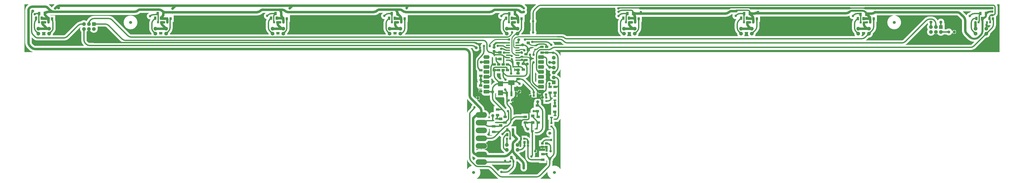
<source format=gbl>
G04 Layer_Physical_Order=2*
G04 Layer_Color=16711680*
%FSLAX25Y25*%
%MOIN*%
G70*
G01*
G75*
%ADD10C,0.02500*%
%ADD11C,0.02000*%
%ADD12C,0.04000*%
%ADD13C,0.05000*%
%ADD14C,0.03000*%
%ADD16C,0.02500*%
%ADD19R,0.05512X0.04724*%
%ADD20R,0.03937X0.03937*%
%ADD21R,0.07087X0.05118*%
%ADD23C,0.07480*%
%ADD24R,0.07480X0.07480*%
%ADD25R,0.07480X0.07480*%
%ADD26C,0.06000*%
%ADD27O,0.22800X0.11400*%
G04:AMPARAMS|DCode=28|XSize=74.8mil|YSize=118.11mil|CornerRadius=18.7mil|HoleSize=0mil|Usage=FLASHONLY|Rotation=90.000|XOffset=0mil|YOffset=0mil|HoleType=Round|Shape=RoundedRectangle|*
%AMROUNDEDRECTD28*
21,1,0.07480,0.08071,0,0,90.0*
21,1,0.03740,0.11811,0,0,90.0*
1,1,0.03740,0.04035,0.01870*
1,1,0.03740,0.04035,-0.01870*
1,1,0.03740,-0.04035,-0.01870*
1,1,0.03740,-0.04035,0.01870*
%
%ADD28ROUNDEDRECTD28*%
G04:AMPARAMS|DCode=29|XSize=74.8mil|YSize=118.11mil|CornerRadius=0mil|HoleSize=0mil|Usage=FLASHONLY|Rotation=90.000|XOffset=0mil|YOffset=0mil|HoleType=Round|Shape=Octagon|*
%AMOCTAGOND29*
4,1,8,-0.05905,-0.01870,-0.05905,0.01870,-0.04035,0.03740,0.04035,0.03740,0.05905,0.01870,0.05905,-0.01870,0.04035,-0.03740,-0.04035,-0.03740,-0.05905,-0.01870,0.0*
%
%ADD29OCTAGOND29*%

%ADD30C,0.05000*%
%ADD31C,0.04500*%
%ADD32R,0.03937X0.03543*%
%ADD33R,0.02362X0.05905*%
%ADD34O,0.08661X0.02362*%
%ADD35R,0.05905X0.02362*%
%ADD36R,0.03937X0.09449*%
%ADD37R,0.12992X0.09449*%
%ADD38R,0.05118X0.07087*%
%ADD39R,0.04724X0.05512*%
%ADD40R,0.03937X0.03937*%
%ADD41C,0.05905*%
%ADD42R,0.10000X0.10000*%
%ADD43R,0.07087X0.05512*%
G36*
X1032445Y-41716D02*
X1032485Y-41768D01*
X1032948Y-42232D01*
X1033164Y-42397D01*
X1033416Y-43227D01*
X1033882Y-44100D01*
X1033416Y-44973D01*
X1033080Y-46079D01*
X1032967Y-47230D01*
Y-50970D01*
X1033080Y-52121D01*
X1033416Y-53227D01*
X1033882Y-54100D01*
X1033416Y-54973D01*
X1033080Y-56079D01*
X1032967Y-57230D01*
Y-59125D01*
X1032505Y-59316D01*
X1031790Y-58601D01*
X1031715Y-58544D01*
X1031229Y-57910D01*
X1030887Y-57085D01*
X1030783Y-56293D01*
X1030795Y-56200D01*
Y-40555D01*
X1031295Y-40370D01*
X1032445Y-41716D01*
D02*
G37*
G36*
X1053421Y-30946D02*
X1053433Y-30970D01*
X1053441Y-30995D01*
X1053448Y-31063D01*
X1053488Y-31196D01*
X1053496Y-31250D01*
X1053528Y-31327D01*
X1053845Y-32374D01*
X1054491Y-33581D01*
X1055360Y-34640D01*
X1056419Y-35509D01*
X1057626Y-36155D01*
X1058937Y-36552D01*
X1060300Y-36686D01*
X1061075Y-36610D01*
X1061390Y-37081D01*
X1061314Y-37224D01*
X1060872Y-38683D01*
X1060722Y-40200D01*
X1060872Y-41717D01*
X1061314Y-43176D01*
X1062033Y-44521D01*
X1062590Y-45200D01*
X1062033Y-45879D01*
X1061314Y-47224D01*
X1060872Y-48683D01*
X1060722Y-50200D01*
X1060872Y-51717D01*
X1061314Y-53176D01*
X1062033Y-54521D01*
X1063000Y-55700D01*
X1063554Y-56154D01*
X1064257Y-55309D01*
X1065094Y-55530D01*
X1068351Y-56181D01*
X1069144Y-56286D01*
X1071470Y-56460D01*
X1072228Y-56472D01*
X1064784Y-59450D01*
X1065115Y-59288D01*
X1065321Y-59118D01*
X1065402Y-58941D01*
X1065357Y-58755D01*
X1065187Y-58561D01*
X1064891Y-58359D01*
X1064470Y-58149D01*
X1063924Y-57932D01*
X1063253Y-57706D01*
X1062456Y-57472D01*
X1062831Y-57021D01*
X1062399Y-56790D01*
X1061174Y-56418D01*
X1059900Y-56293D01*
X1058626Y-56418D01*
X1057401Y-56790D01*
X1056271Y-57394D01*
X1055282Y-58206D01*
X1054469Y-59196D01*
X1053866Y-60325D01*
X1053494Y-61550D01*
X1053368Y-62824D01*
X1053457Y-63719D01*
Y-76050D01*
Y-77975D01*
X1053086Y-78311D01*
X1052900Y-78293D01*
X1051626Y-78418D01*
X1051006Y-78606D01*
X1051094Y-79123D01*
X1050618Y-79390D01*
X1049818Y-79918D01*
X1049495Y-80180D01*
X1049223Y-80440D01*
X1049001Y-80699D01*
X1048830Y-80957D01*
X1048710Y-81213D01*
X1048641Y-81467D01*
X1048623Y-81721D01*
X1048464Y-76188D01*
X1048491Y-76415D01*
X1048561Y-76595D01*
X1048672Y-76727D01*
X1048825Y-76811D01*
X1049020Y-76848D01*
X1049256Y-76837D01*
X1049533Y-76778D01*
X1049761Y-76702D01*
X1049732Y-76481D01*
X1049614Y-76195D01*
X1050213Y-75875D01*
X1051107Y-75141D01*
X1051840Y-74247D01*
X1052385Y-73227D01*
X1052721Y-72121D01*
X1052834Y-70970D01*
Y-67230D01*
X1052721Y-66079D01*
X1052385Y-64973D01*
X1051919Y-64100D01*
X1052385Y-63227D01*
X1052721Y-62121D01*
X1052834Y-60970D01*
Y-57230D01*
X1052721Y-56079D01*
X1052385Y-54973D01*
X1051919Y-54100D01*
X1052385Y-53227D01*
X1052721Y-52121D01*
X1052834Y-50970D01*
Y-47230D01*
X1052721Y-46079D01*
X1052385Y-44973D01*
X1051919Y-44100D01*
X1052385Y-43227D01*
X1052721Y-42121D01*
X1052834Y-40970D01*
Y-37230D01*
X1052721Y-36079D01*
X1052385Y-34973D01*
X1051919Y-34100D01*
X1052385Y-33227D01*
X1052721Y-32121D01*
X1052812Y-31199D01*
X1053236Y-30916D01*
X1053334Y-30902D01*
X1053421Y-30946D01*
D02*
G37*
G36*
X961005Y-45858D02*
X961003D01*
X961191Y-48251D01*
X961751Y-50585D01*
X962670Y-52803D01*
X963106Y-53514D01*
X962862Y-53950D01*
X959719D01*
X959548Y-53927D01*
X959512Y-53932D01*
X959243Y-53704D01*
X955173Y-49635D01*
X955064Y-49551D01*
X954395Y-48678D01*
X953921Y-47535D01*
X953777Y-46444D01*
X953795Y-46308D01*
Y-41968D01*
X961005D01*
Y-45858D01*
D02*
G37*
G36*
X997289Y-55956D02*
X997050Y-55859D01*
X996786Y-55822D01*
X996496Y-55847D01*
X996180Y-55932D01*
X995840Y-56079D01*
X995473Y-56286D01*
X995082Y-56554D01*
X994664Y-56883D01*
X994221Y-57273D01*
X993753Y-57723D01*
X991001Y-56940D01*
X991540Y-56383D01*
X992377Y-55405D01*
X992675Y-54983D01*
X992892Y-54607D01*
X993028Y-54276D01*
X993084Y-53991D01*
X993060Y-53750D01*
X992954Y-53555D01*
X992769Y-53404D01*
X997289Y-55956D01*
D02*
G37*
G36*
X989488Y-57090D02*
X989535Y-57142D01*
X989613Y-57187D01*
X989723Y-57227D01*
X989863Y-57260D01*
X990036Y-57287D01*
X990239Y-57309D01*
X990740Y-57333D01*
X991038Y-57336D01*
Y-59836D01*
X990740Y-59839D01*
X990036Y-59884D01*
X989863Y-59912D01*
X989723Y-59945D01*
X989613Y-59985D01*
X989535Y-60030D01*
X989488Y-60082D01*
X989472Y-60140D01*
Y-57032D01*
X989488Y-57090D01*
D02*
G37*
G36*
X956525Y-56689D02*
X957444Y-57467D01*
X957850Y-57750D01*
X958222Y-57962D01*
X958558Y-58103D01*
X958858Y-58174D01*
X959123D01*
X959353Y-58103D01*
X959548Y-57962D01*
X956012Y-61497D01*
X956153Y-61303D01*
X956224Y-61073D01*
Y-60808D01*
X956153Y-60508D01*
X956012Y-60172D01*
X955800Y-59800D01*
X955517Y-59394D01*
X955163Y-58952D01*
X954244Y-57962D01*
X956012Y-56194D01*
X956525Y-56689D01*
D02*
G37*
G36*
X997847Y-59682D02*
X998472Y-60084D01*
X998654Y-60182D01*
X998978Y-60324D01*
X999120Y-60367D01*
X999249Y-60393D01*
X999365Y-60400D01*
X996900Y-62885D01*
X996890Y-62717D01*
X996859Y-62552D01*
X996805Y-62388D01*
X996730Y-62227D01*
X996634Y-62068D01*
X996515Y-61911D01*
X996375Y-61757D01*
X996213Y-61605D01*
X996029Y-61455D01*
X995824Y-61307D01*
X997613Y-59512D01*
X997847Y-59682D01*
D02*
G37*
G36*
X922575Y-55531D02*
X922650Y-55827D01*
X922775Y-56088D01*
X922950Y-56314D01*
X923175Y-56506D01*
X923450Y-56663D01*
X923775Y-56785D01*
X924150Y-56872D01*
X924575Y-56924D01*
X924860Y-56934D01*
X925118Y-56929D01*
X926124Y-56830D01*
X926540Y-56743D01*
X926899Y-56631D01*
X927200Y-56495D01*
X927443Y-56334D01*
X927628Y-56147D01*
X927756Y-55936D01*
X927825Y-55701D01*
X927003Y-60691D01*
X927015Y-60454D01*
X926968Y-60241D01*
X926863Y-60054D01*
X926700Y-59891D01*
X926478Y-59754D01*
X926198Y-59641D01*
X925859Y-59554D01*
X925461Y-59491D01*
X925005Y-59454D01*
X924873Y-59451D01*
X924575Y-59466D01*
X924150Y-59541D01*
X923775Y-59666D01*
X923450Y-59841D01*
X923175Y-60066D01*
X922950Y-60341D01*
X922775Y-60666D01*
X922650Y-61041D01*
X922575Y-61466D01*
X922557Y-61809D01*
X922563Y-62022D01*
X922600Y-62449D01*
X922663Y-62825D01*
X922750Y-63152D01*
X922863Y-63428D01*
X923000Y-63654D01*
X923162Y-63830D01*
X923350Y-63956D01*
X923563Y-64031D01*
X923800Y-64056D01*
X918800D01*
X919038Y-64031D01*
X919250Y-63956D01*
X919438Y-63830D01*
X919600Y-63654D01*
X919738Y-63428D01*
X919850Y-63152D01*
X919938Y-62825D01*
X920000Y-62449D01*
X920037Y-62022D01*
X920050Y-61544D01*
X922285D01*
X920050Y-58191D01*
X922550Y-55200D01*
X922575Y-55531D01*
D02*
G37*
G36*
X1020205Y-41941D02*
Y-56200D01*
X1020210Y-56241D01*
X1020379Y-58388D01*
X1020891Y-60521D01*
X1021165Y-61183D01*
X1020750Y-61461D01*
X1012007Y-52719D01*
X1012046Y-52161D01*
X1013086Y-51730D01*
X1014753Y-50709D01*
X1016140Y-49524D01*
X1016244Y-49444D01*
X1016337Y-49324D01*
X1017473Y-47993D01*
X1018467Y-46372D01*
X1019194Y-44616D01*
X1019638Y-42767D01*
X1019705Y-41922D01*
X1020205Y-41941D01*
D02*
G37*
G36*
X923563Y-49669D02*
X923350Y-49744D01*
X923162Y-49870D01*
X923000Y-50046D01*
X922863Y-50272D01*
X922750Y-50548D01*
X922663Y-50875D01*
X922635Y-51044D01*
X922649Y-51142D01*
X922727Y-51496D01*
X922826Y-51840D01*
X922948Y-52174D01*
X923092Y-52500D01*
X923257Y-52816D01*
X923445Y-53122D01*
X923655Y-53419D01*
X918945D01*
X919155Y-53122D01*
X919343Y-52816D01*
X919508Y-52500D01*
X919652Y-52174D01*
X919774Y-51840D01*
X919873Y-51496D01*
X919950Y-51142D01*
X919965Y-51044D01*
X919938Y-50875D01*
X919850Y-50548D01*
X919738Y-50272D01*
X919600Y-50046D01*
X919438Y-49870D01*
X919250Y-49744D01*
X919038Y-49669D01*
X918800Y-49644D01*
X923800D01*
X923563Y-49669D01*
D02*
G37*
G36*
X917873Y-31424D02*
X918759Y-32454D01*
X919147Y-32830D01*
X919497Y-33114D01*
X919810Y-33307D01*
X920086Y-33407D01*
X920325Y-33416D01*
X920526Y-33332D01*
X920691Y-33156D01*
X917781Y-37578D01*
X917886Y-37323D01*
X917910Y-37001D01*
X917854Y-36611D01*
X917717Y-36154D01*
X917498Y-35630D01*
X917199Y-35038D01*
X916820Y-34379D01*
X915818Y-32859D01*
X915195Y-31998D01*
X917374Y-30772D01*
X917873Y-31424D01*
D02*
G37*
G36*
X997762Y-37422D02*
X997781Y-37637D01*
X999000D01*
X998763Y-37662D01*
X998550Y-37737D01*
X998363Y-37862D01*
X998200Y-38037D01*
X998063Y-38262D01*
X997950Y-38537D01*
X997948Y-38544D01*
X997950Y-38552D01*
X998063Y-38828D01*
X998200Y-39054D01*
X998363Y-39230D01*
X998550Y-39356D01*
X998763Y-39431D01*
X999000Y-39456D01*
X997781D01*
X997762Y-39662D01*
X997750Y-40137D01*
X995250D01*
X995238Y-39662D01*
X995219Y-39456D01*
X994000D01*
X994238Y-39431D01*
X994450Y-39356D01*
X994637Y-39230D01*
X994800Y-39054D01*
X994938Y-38828D01*
X995050Y-38552D01*
X995052Y-38544D01*
X995050Y-38537D01*
X994938Y-38262D01*
X994800Y-38037D01*
X994637Y-37862D01*
X994450Y-37737D01*
X994238Y-37662D01*
X994000Y-37637D01*
X995219D01*
X995238Y-37422D01*
X995250Y-36944D01*
X997750D01*
X997762Y-37422D01*
D02*
G37*
G36*
X953881Y-34131D02*
X954054Y-34146D01*
X954531Y-34159D01*
Y-36659D01*
X954054Y-36671D01*
X953881Y-36686D01*
Y-37909D01*
X953856Y-37671D01*
X953780Y-37459D01*
X953655Y-37271D01*
X953479Y-37109D01*
X953253Y-36971D01*
X952976Y-36859D01*
X952950Y-36852D01*
X952924Y-36859D01*
X952647Y-36971D01*
X952421Y-37109D01*
X952245Y-37271D01*
X952120Y-37459D01*
X952044Y-37671D01*
X952019Y-37909D01*
Y-36686D01*
X951846Y-36671D01*
X951369Y-36659D01*
Y-34159D01*
X951846Y-34146D01*
X952019Y-34131D01*
Y-32909D01*
X952044Y-33146D01*
X952120Y-33359D01*
X952245Y-33546D01*
X952421Y-33709D01*
X952647Y-33846D01*
X952924Y-33959D01*
X952950Y-33966D01*
X952976Y-33959D01*
X953253Y-33846D01*
X953479Y-33709D01*
X953655Y-33546D01*
X953780Y-33359D01*
X953856Y-33146D01*
X953881Y-32909D01*
Y-34131D01*
D02*
G37*
G36*
X1074419Y-38049D02*
X1074084Y-38395D01*
X1073199Y-39443D01*
X1072945Y-39795D01*
X1072497Y-40504D01*
X1072303Y-40861D01*
X1071976Y-41579D01*
X1069949Y-36752D01*
X1070261Y-36864D01*
X1070568Y-36937D01*
X1070869Y-36969D01*
X1071167Y-36962D01*
X1071459Y-36916D01*
X1071746Y-36830D01*
X1072028Y-36703D01*
X1072305Y-36538D01*
X1072578Y-36332D01*
X1072845Y-36087D01*
X1074419Y-38049D01*
D02*
G37*
G36*
X968283Y-37965D02*
X968129Y-38030D01*
X967993Y-38139D01*
X967876Y-38290D01*
X967776Y-38485D01*
X967695Y-38724D01*
X967631Y-39006D01*
X967586Y-39331D01*
X967559Y-39699D01*
X967550Y-40111D01*
X965473D01*
X964963Y-40283D01*
X964758Y-39839D01*
X964340Y-39090D01*
X964127Y-38786D01*
X963912Y-38529D01*
X963694Y-38318D01*
X963474Y-38154D01*
X963251Y-38037D01*
X963026Y-37967D01*
X962798Y-37944D01*
X968455D01*
X968283Y-37965D01*
D02*
G37*
G36*
X983615Y-38728D02*
X983658Y-39211D01*
X983696Y-39424D01*
X983744Y-39619D01*
X983803Y-39796D01*
X983873Y-39954D01*
X983954Y-40094D01*
X984045Y-40216D01*
X984147Y-40319D01*
X980653Y-40516D01*
X980739Y-40406D01*
X980817Y-40279D01*
X980886Y-40135D01*
X980945Y-39972D01*
X980996Y-39792D01*
X981037Y-39593D01*
X981069Y-39377D01*
X981105Y-38892D01*
X981110Y-38622D01*
X983610Y-38460D01*
X983615Y-38728D01*
D02*
G37*
G36*
X1073116Y-49187D02*
X1073060Y-51779D01*
X1072866Y-51711D01*
X1072185Y-51522D01*
X1072106Y-51515D01*
X1072047Y-51517D01*
X1072007Y-51530D01*
X1071987Y-51553D01*
X1072044Y-49005D01*
X1073116Y-49187D01*
D02*
G37*
G36*
X1081982Y-34544D02*
Y-50596D01*
X1081482Y-50738D01*
X1080973Y-49907D01*
X1079836Y-48576D01*
X1079744Y-48456D01*
X1079624Y-48364D01*
X1078293Y-47227D01*
X1076672Y-46233D01*
X1074916Y-45506D01*
X1074824Y-45484D01*
X1074606Y-44960D01*
X1074967Y-44521D01*
X1075630Y-43280D01*
X1075649Y-43250D01*
X1075664Y-43216D01*
X1075686Y-43176D01*
X1075692Y-43155D01*
X1075917Y-42661D01*
X1075979Y-42546D01*
X1076289Y-42055D01*
X1076381Y-41928D01*
X1077033Y-41155D01*
X1077815Y-40373D01*
X1077817Y-40375D01*
X1079376Y-38549D01*
X1080630Y-36503D01*
X1081482Y-34444D01*
X1081982Y-34544D01*
D02*
G37*
G36*
X950762Y-37969D02*
X950550Y-38044D01*
X950362Y-38170D01*
X950200Y-38346D01*
X950062Y-38572D01*
X949950Y-38848D01*
X949862Y-39175D01*
X949800Y-39551D01*
X949763Y-39978D01*
X949750Y-40456D01*
X947250D01*
X947237Y-39978D01*
X947200Y-39551D01*
X947138Y-39175D01*
X947050Y-38848D01*
X946937Y-38572D01*
X946800Y-38346D01*
X946638Y-38170D01*
X946450Y-38044D01*
X946237Y-37969D01*
X946000Y-37944D01*
X951000D01*
X950762Y-37969D01*
D02*
G37*
G36*
X1029767Y-81987D02*
X1029690Y-82114D01*
X1029622Y-82259D01*
X1029563Y-82421D01*
X1029513Y-82602D01*
X1029472Y-82800D01*
X1029440Y-83016D01*
X1029416Y-83347D01*
X1029463Y-84018D01*
X1029513Y-84343D01*
X1029576Y-84619D01*
X1029654Y-84843D01*
X1029746Y-85018D01*
X1029852Y-85144D01*
X1029972Y-85219D01*
X1030106Y-85243D01*
X1026193D01*
X1026327Y-85219D01*
X1026447Y-85144D01*
X1026553Y-85018D01*
X1026645Y-84843D01*
X1026723Y-84619D01*
X1026787Y-84343D01*
X1026836Y-84018D01*
X1026871Y-83644D01*
X1026877Y-83479D01*
X1026851Y-83194D01*
X1026813Y-82981D01*
X1026765Y-82786D01*
X1026705Y-82609D01*
X1026635Y-82451D01*
X1026554Y-82311D01*
X1026462Y-82190D01*
X1026360Y-82087D01*
X1029854Y-81877D01*
X1029767Y-81987D01*
D02*
G37*
G36*
X1031997Y-72730D02*
X1032914Y-73110D01*
X1033234Y-73274D01*
X1033490Y-73366D01*
X1033961Y-74247D01*
X1034694Y-75141D01*
X1035588Y-75875D01*
X1035833Y-76005D01*
X1036255Y-75287D01*
X1036546Y-75512D01*
X1036810Y-75694D01*
X1037049Y-75833D01*
X1037260Y-75929D01*
X1037445Y-75982D01*
X1037603Y-75992D01*
X1037735Y-75959D01*
X1037840Y-75883D01*
X1037919Y-75764D01*
X1037971Y-75602D01*
X1037335Y-78600D01*
X1042900D01*
Y-79100D01*
X1043400D01*
Y-82809D01*
X1047624Y-82683D01*
X1047388Y-82716D01*
X1047185Y-82801D01*
X1047015Y-82936D01*
X1046878Y-83123D01*
X1046774Y-83360D01*
X1046703Y-83649D01*
X1046665Y-83990D01*
X1046661Y-84381D01*
X1046689Y-84823D01*
X1046750Y-85317D01*
X1046417Y-85314D01*
X1046437Y-85525D01*
X1046750D01*
X1046761Y-85906D01*
X1046794Y-86278D01*
X1046850Y-86640D01*
X1046927Y-86994D01*
X1047027Y-87338D01*
X1047149Y-87673D01*
X1047293Y-87999D01*
X1047459Y-88316D01*
X1047647Y-88624D01*
X1047858Y-88923D01*
X1046000D01*
Y-90700D01*
Y-94621D01*
X1046532Y-94551D01*
X1047031Y-94344D01*
X1047532Y-94678D01*
Y-97125D01*
Y-103818D01*
X1059468D01*
Y-102768D01*
X1060189Y-102595D01*
X1062407Y-101676D01*
X1062505Y-101616D01*
X1062957Y-101926D01*
Y-114850D01*
Y-125810D01*
X1062892Y-125819D01*
X1056807D01*
Y-136181D01*
X1058465D01*
Y-136882D01*
X1057932D01*
Y-140637D01*
X1057911Y-140759D01*
X1057918Y-140826D01*
X1057909Y-140894D01*
X1057932Y-141065D01*
Y-148425D01*
Y-155118D01*
X1062183D01*
X1062427Y-155362D01*
X1062536Y-155446D01*
X1063020Y-156076D01*
X1062721Y-156508D01*
X1061863Y-156248D01*
X1060500Y-156114D01*
X1059137Y-156248D01*
X1057826Y-156645D01*
X1056619Y-157291D01*
X1055560Y-158160D01*
X1054691Y-159219D01*
X1054045Y-160426D01*
X1053648Y-161737D01*
X1053514Y-163100D01*
X1053648Y-164463D01*
X1054045Y-165774D01*
X1054691Y-166981D01*
X1055560Y-168040D01*
X1056619Y-168909D01*
X1057826Y-169555D01*
X1059137Y-169952D01*
X1060500Y-170086D01*
X1060778Y-170059D01*
X1060876Y-170552D01*
X1060501Y-170666D01*
X1059371Y-171269D01*
X1059206Y-171405D01*
X1052938D01*
X1052733Y-171432D01*
X1051191Y-171553D01*
X1049486Y-171962D01*
X1047867Y-172633D01*
X1046372Y-173549D01*
X1045196Y-174553D01*
X1045032Y-174680D01*
X1043139Y-176572D01*
X1043139Y-176572D01*
X1043137Y-176570D01*
X1042821Y-176956D01*
X1042796Y-176981D01*
X1042735Y-177060D01*
X1042543Y-177295D01*
X1038744D01*
Y-190019D01*
X1040256D01*
Y-189493D01*
X1040731Y-189482D01*
X1041156Y-189449D01*
X1041531Y-189394D01*
X1041856Y-189317D01*
X1042131Y-189218D01*
X1042356Y-189097D01*
X1042531Y-188954D01*
X1042656Y-188789D01*
X1042731Y-188602D01*
X1042756Y-188393D01*
Y-190243D01*
X1045500D01*
Y-190743D01*
X1046000D01*
Y-194106D01*
X1049256D01*
Y-194106D01*
X1049744D01*
Y-194106D01*
X1052580D01*
X1052550Y-193993D01*
X1052437Y-193719D01*
X1052300Y-193493D01*
X1052137Y-193318D01*
X1051950Y-193193D01*
X1051737Y-193119D01*
X1051500Y-193094D01*
X1053000D01*
Y-190743D01*
X1054000D01*
Y-193094D01*
X1056244D01*
X1056055Y-193119D01*
X1055886Y-193193D01*
X1055737Y-193318D01*
X1055608Y-193493D01*
X1055499Y-193719D01*
X1055409Y-193993D01*
X1055385Y-194106D01*
X1056705D01*
Y-195382D01*
X1055346D01*
X1055363Y-195494D01*
X1055427Y-195769D01*
X1055504Y-195994D01*
X1055596Y-196169D01*
X1055702Y-196294D01*
X1055822Y-196369D01*
X1055956Y-196394D01*
X1054500D01*
Y-198350D01*
X1053500D01*
Y-196394D01*
X1052044D01*
X1052178Y-196369D01*
X1052298Y-196294D01*
X1052404Y-196169D01*
X1052496Y-195994D01*
X1052573Y-195769D01*
X1052637Y-195494D01*
X1052654Y-195382D01*
X1051031D01*
Y-198681D01*
X1048032D01*
Y-198732D01*
X1038757D01*
Y-211413D01*
X1030204D01*
X1029854Y-211095D01*
X1029805Y-210913D01*
X1030086Y-210548D01*
X1030615Y-209271D01*
X1030795Y-207900D01*
Y-203056D01*
X1031171Y-202726D01*
X1031200Y-202730D01*
X1032114Y-202610D01*
X1032965Y-202257D01*
X1033696Y-201696D01*
X1034257Y-200965D01*
X1034610Y-200114D01*
X1034664Y-199700D01*
X1031200D01*
Y-198700D01*
X1034664D01*
X1034610Y-198286D01*
X1034257Y-197435D01*
X1033696Y-196704D01*
X1033051Y-196209D01*
X1033035Y-196254D01*
X1032976Y-196466D01*
X1032939Y-196669D01*
X1032924Y-196862D01*
X1032931Y-197044D01*
X1032960Y-197216D01*
X1033010Y-197377D01*
X1033083Y-197529D01*
X1033177Y-197670D01*
X1029710Y-197193D01*
X1029787Y-197125D01*
X1029868Y-197034D01*
X1029952Y-196920D01*
X1030040Y-196783D01*
X1030226Y-196438D01*
X1030426Y-196002D01*
X1030639Y-195472D01*
X1030992Y-195516D01*
X1030795Y-195344D01*
Y-167121D01*
X1032113D01*
X1032980Y-167235D01*
X1034918D01*
Y-167237D01*
X1036392Y-167121D01*
X1039933D01*
Y-166369D01*
X1041862Y-165570D01*
X1043909Y-164316D01*
X1045734Y-162757D01*
X1045733Y-162756D01*
X1046915Y-161573D01*
X1046917Y-161575D01*
X1048476Y-159749D01*
X1049730Y-157703D01*
X1050648Y-155485D01*
X1051209Y-153151D01*
X1051397Y-150758D01*
X1051395D01*
Y-119642D01*
X1051397D01*
X1051209Y-117249D01*
X1050648Y-114915D01*
X1049730Y-112697D01*
X1048476Y-110651D01*
X1046917Y-108825D01*
X1046915Y-108827D01*
X1043043Y-104955D01*
Y-100432D01*
X1043043D01*
X1042883Y-100255D01*
X1042986Y-99200D01*
X1042852Y-97837D01*
X1042455Y-96526D01*
X1041809Y-95319D01*
X1040940Y-94260D01*
X1039881Y-93391D01*
X1038674Y-92745D01*
X1037363Y-92348D01*
X1036000Y-92214D01*
X1034637Y-92348D01*
X1034520Y-92383D01*
X1034118Y-92086D01*
Y-85415D01*
X1034141Y-85243D01*
X1034120Y-85088D01*
X1034128Y-84930D01*
X1034118Y-84882D01*
Y-82423D01*
X1034406Y-81474D01*
X1034531Y-80200D01*
X1034406Y-78926D01*
X1034034Y-77701D01*
X1033431Y-76571D01*
X1032618Y-75582D01*
X1032576Y-75547D01*
X1032435Y-75226D01*
X1032372Y-75058D01*
X1032351Y-75018D01*
X1032339Y-74974D01*
X1032241Y-74799D01*
X1031666Y-73412D01*
X1031358Y-72908D01*
X1031711Y-72555D01*
X1031997Y-72730D01*
D02*
G37*
G36*
X972954Y-75228D02*
X972958Y-75341D01*
X972974Y-75476D01*
X973003Y-75633D01*
X973098Y-76012D01*
X973242Y-76478D01*
X973435Y-77031D01*
X973412Y-77048D01*
X973471Y-77218D01*
X973936Y-78330D01*
X974154Y-78728D01*
X974362Y-79022D01*
X974559Y-79210D01*
X974748Y-79294D01*
X974926Y-79273D01*
X975095Y-79147D01*
X975253Y-78917D01*
X972000Y-84901D01*
X972135Y-84553D01*
X972211Y-84110D01*
X972230Y-83571D01*
X972191Y-82936D01*
X972095Y-82206D01*
X972000Y-81700D01*
Y-84811D01*
X971977Y-84549D01*
X971907Y-84301D01*
X971790Y-84065D01*
X971626Y-83842D01*
X971416Y-83631D01*
X971159Y-83434D01*
X970855Y-83250D01*
X970505Y-83078D01*
X970107Y-82920D01*
X969663Y-82774D01*
X969571Y-80243D01*
X970032Y-80367D01*
X970446Y-80449D01*
X970810Y-80491D01*
X971126Y-80490D01*
X971393Y-80449D01*
X971612Y-80366D01*
X971677Y-80318D01*
X971459Y-79442D01*
X970923Y-77696D01*
X970848Y-77593D01*
X970724Y-77463D01*
X970588Y-77355D01*
X970441Y-77271D01*
X970283Y-77209D01*
X970113Y-77170D01*
X972962Y-75137D01*
X972954Y-75228D01*
D02*
G37*
G36*
X966013Y-79188D02*
X966088Y-79400D01*
X966213Y-79588D01*
X966388Y-79750D01*
X966613Y-79887D01*
X966888Y-80000D01*
X967213Y-80088D01*
X967588Y-80150D01*
X968013Y-80187D01*
X968488Y-80200D01*
Y-82700D01*
X968013Y-82713D01*
X967588Y-82750D01*
X967213Y-82812D01*
X966888Y-82900D01*
X966613Y-83012D01*
X966388Y-83150D01*
X966213Y-83312D01*
X966088Y-83500D01*
X966013Y-83713D01*
X965988Y-83950D01*
Y-78950D01*
X966013Y-79188D01*
D02*
G37*
G36*
X1063262Y-83481D02*
X1063050Y-83556D01*
X1062862Y-83681D01*
X1062700Y-83856D01*
X1062562Y-84081D01*
X1062450Y-84356D01*
X1062362Y-84681D01*
X1062300Y-85056D01*
X1062263Y-85481D01*
X1062250Y-85956D01*
X1059750D01*
X1059737Y-85481D01*
X1059700Y-85056D01*
X1059638Y-84681D01*
X1059550Y-84356D01*
X1059437Y-84081D01*
X1059300Y-83856D01*
X1059138Y-83681D01*
X1058950Y-83556D01*
X1058737Y-83481D01*
X1058500Y-83456D01*
X1063500D01*
X1063262Y-83481D01*
D02*
G37*
G36*
X975767Y-88355D02*
X975647Y-88430D01*
X975541Y-88555D01*
X975449Y-88730D01*
X975371Y-88955D01*
X975308Y-89230D01*
X975259Y-89555D01*
X975223Y-89930D01*
X975195Y-90830D01*
X972695D01*
X972688Y-90355D01*
X972631Y-89555D01*
X972582Y-89230D01*
X972518Y-88955D01*
X972441Y-88730D01*
X972349Y-88555D01*
X972243Y-88430D01*
X972123Y-88355D01*
X971988Y-88330D01*
X975901D01*
X975767Y-88355D01*
D02*
G37*
G36*
X1062616Y-88889D02*
X1062816Y-89298D01*
X1063026Y-89663D01*
X1063245Y-89986D01*
X1063473Y-90266D01*
X1063710Y-90503D01*
X1063957Y-90697D01*
X1064212Y-90847D01*
X1064477Y-90956D01*
X1064752Y-91021D01*
X1065035Y-91043D01*
X1060319Y-91031D01*
X1060443Y-91008D01*
X1060532Y-90938D01*
X1060585Y-90821D01*
X1060602Y-90658D01*
X1060585Y-90448D01*
X1060532Y-90191D01*
X1060443Y-89888D01*
X1060319Y-89538D01*
X1059966Y-88698D01*
X1062616Y-88889D01*
D02*
G37*
G36*
X1073263Y-83469D02*
X1073050Y-83544D01*
X1072863Y-83670D01*
X1072700Y-83846D01*
X1072563Y-84072D01*
X1072450Y-84348D01*
X1072363Y-84675D01*
X1072300Y-85051D01*
X1072272Y-85373D01*
X1072300Y-85695D01*
X1072363Y-86072D01*
X1072450Y-86398D01*
X1072563Y-86675D01*
X1072700Y-86901D01*
X1072863Y-87077D01*
X1073050Y-87202D01*
X1073263Y-87278D01*
X1073500Y-87303D01*
X1068500D01*
X1068738Y-87278D01*
X1068950Y-87202D01*
X1069137Y-87077D01*
X1069300Y-86901D01*
X1069438Y-86675D01*
X1069550Y-86398D01*
X1069637Y-86072D01*
X1069700Y-85695D01*
X1069728Y-85373D01*
X1069700Y-85051D01*
X1069637Y-84675D01*
X1069550Y-84348D01*
X1069438Y-84072D01*
X1069300Y-83846D01*
X1069137Y-83670D01*
X1068950Y-83544D01*
X1068738Y-83469D01*
X1068500Y-83444D01*
X1073500D01*
X1073263Y-83469D01*
D02*
G37*
G36*
X1054555Y-86717D02*
X1054470Y-86842D01*
X1054395Y-86985D01*
X1054330Y-87146D01*
X1054275Y-87325D01*
X1054230Y-87522D01*
X1054195Y-87737D01*
X1054185Y-87828D01*
X1054200Y-87997D01*
X1054263Y-88373D01*
X1054350Y-88700D01*
X1054463Y-88976D01*
X1054600Y-89202D01*
X1054762Y-89378D01*
X1054950Y-89504D01*
X1055163Y-89580D01*
X1055400Y-89606D01*
X1051544Y-89594D01*
X1051564Y-89569D01*
X1051582Y-89494D01*
X1051598Y-89369D01*
X1051623Y-88969D01*
X1051636Y-88107D01*
X1051605Y-87737D01*
X1051570Y-87522D01*
X1051525Y-87325D01*
X1051470Y-87146D01*
X1051405Y-86985D01*
X1051330Y-86842D01*
X1051245Y-86717D01*
X1051150Y-86610D01*
X1054650D01*
X1054555Y-86717D01*
D02*
G37*
G36*
X984257Y-76880D02*
X984314Y-77680D01*
X984363Y-78005D01*
X984427Y-78280D01*
X984504Y-78505D01*
X984596Y-78680D01*
X984702Y-78805D01*
X984822Y-78880D01*
X984956Y-78905D01*
X981044D01*
X981178Y-78880D01*
X981298Y-78805D01*
X981404Y-78680D01*
X981496Y-78505D01*
X981573Y-78280D01*
X981637Y-78005D01*
X981686Y-77680D01*
X981722Y-77305D01*
X981750Y-76405D01*
X984250D01*
X984257Y-76880D01*
D02*
G37*
G36*
X956012Y-65484D02*
X955987Y-65257D01*
X955914Y-65062D01*
X955792Y-64900D01*
X955620Y-64770D01*
X955400Y-64672D01*
X955131Y-64607D01*
X954812Y-64574D01*
X954445Y-64574D01*
X954029Y-64605D01*
X953564Y-64670D01*
X953543Y-62067D01*
X954012Y-61977D01*
X954432Y-61871D01*
X954802Y-61749D01*
X955123Y-61610D01*
X955395Y-61454D01*
X955617Y-61283D01*
X955790Y-61094D01*
X955913Y-60889D01*
X955987Y-60668D01*
X956012Y-60430D01*
Y-65484D01*
D02*
G37*
G36*
X1061555Y-64717D02*
X1061470Y-64842D01*
X1061395Y-64985D01*
X1061330Y-65146D01*
X1061275Y-65325D01*
X1061230Y-65522D01*
X1061195Y-65737D01*
X1061170Y-65970D01*
X1061150Y-66489D01*
X1058650D01*
X1058645Y-66220D01*
X1058605Y-65737D01*
X1058570Y-65522D01*
X1058525Y-65325D01*
X1058470Y-65146D01*
X1058405Y-64985D01*
X1058330Y-64842D01*
X1058245Y-64717D01*
X1058150Y-64610D01*
X1061650D01*
X1061555Y-64717D01*
D02*
G37*
G36*
X976528Y-63283D02*
X976503Y-63045D01*
X976427Y-62833D01*
X976302Y-62645D01*
X976126Y-62483D01*
X975900Y-62345D01*
X975624Y-62233D01*
X975297Y-62145D01*
X974920Y-62083D01*
X974493Y-62045D01*
X974016Y-62033D01*
Y-59533D01*
X974493Y-59520D01*
X974920Y-59483D01*
X975297Y-59420D01*
X975624Y-59333D01*
X975900Y-59220D01*
X976126Y-59083D01*
X976302Y-58920D01*
X976427Y-58733D01*
X976503Y-58520D01*
X976528Y-58283D01*
Y-63283D01*
D02*
G37*
G36*
X944301Y-52517D02*
X944625Y-52660D01*
X944870Y-53253D01*
X946124Y-55299D01*
X947683Y-57125D01*
X947685Y-57123D01*
X949418Y-58857D01*
X949278Y-59424D01*
X947401Y-60574D01*
X945575Y-62133D01*
X945577Y-62135D01*
X944185Y-63527D01*
X944183Y-63525D01*
X942918Y-65007D01*
X942594Y-64986D01*
X942348Y-64904D01*
X941919Y-64100D01*
X942385Y-63227D01*
X942721Y-62121D01*
X942834Y-60970D01*
Y-57230D01*
X942721Y-56079D01*
X942385Y-54973D01*
X941919Y-54100D01*
X942108Y-53747D01*
X943226Y-53149D01*
X944017Y-52500D01*
X944301Y-52517D01*
D02*
G37*
G36*
X1037115Y-71569D02*
X1037094Y-71324D01*
X1037023Y-71087D01*
X1036900Y-70858D01*
X1036725Y-70637D01*
X1036499Y-70424D01*
X1036221Y-70218D01*
X1035892Y-70021D01*
X1035512Y-69832D01*
X1035080Y-69650D01*
X1034597Y-69477D01*
X1034666Y-66734D01*
X1035148Y-66882D01*
X1035580Y-66989D01*
X1035961Y-67055D01*
X1036293Y-67079D01*
X1036574Y-67062D01*
X1036805Y-67004D01*
X1036986Y-66905D01*
X1037117Y-66764D01*
X1037197Y-66583D01*
X1037228Y-66359D01*
X1037115Y-71569D01*
D02*
G37*
G36*
X946257Y-74737D02*
X946309Y-75437D01*
X946355Y-75742D01*
X946414Y-76017D01*
X946486Y-76262D01*
X946571Y-76477D01*
X946669Y-76663D01*
X946781Y-76818D01*
X946905Y-76944D01*
X943219D01*
Y-80981D01*
X947355D01*
X947145Y-81278D01*
X946957Y-81584D01*
X946791Y-81900D01*
X946648Y-82226D01*
X946526Y-82560D01*
X946427Y-82904D01*
X946350Y-83258D01*
X946294Y-83621D01*
X946261Y-83993D01*
X946250Y-84375D01*
X943750D01*
X943739Y-83993D01*
X943706Y-83621D01*
X943651Y-83258D01*
X943573Y-82904D01*
X943474Y-82560D01*
X943352Y-82226D01*
X943209Y-81900D01*
X943043Y-81584D01*
X942880Y-81320D01*
X942616Y-81157D01*
X942300Y-80992D01*
X941974Y-80848D01*
X941640Y-80726D01*
X941296Y-80627D01*
X940942Y-80550D01*
X940579Y-80494D01*
X940503Y-80487D01*
X940353Y-80500D01*
X939954Y-80562D01*
X939607Y-80649D01*
X939313Y-80761D01*
X939072Y-80898D01*
X938883Y-81060D01*
X938747Y-81247D01*
X938664Y-81459D01*
X938634Y-81695D01*
X938717Y-76705D01*
X938739Y-76941D01*
X938814Y-77153D01*
X938941Y-77340D01*
X939122Y-77502D01*
X939355Y-77639D01*
X939640Y-77751D01*
X939979Y-77838D01*
X940370Y-77900D01*
X940510Y-77912D01*
X940579Y-77906D01*
X940942Y-77851D01*
X941296Y-77773D01*
X941640Y-77674D01*
X941974Y-77552D01*
X942300Y-77408D01*
X942616Y-77243D01*
X942922Y-77055D01*
X943133Y-76906D01*
X943219Y-76818D01*
X943331Y-76663D01*
X943429Y-76477D01*
X943514Y-76262D01*
X943586Y-76017D01*
X943645Y-75742D01*
X943691Y-75437D01*
X943743Y-74737D01*
X943750Y-74342D01*
X946250D01*
X946257Y-74737D01*
D02*
G37*
G36*
X1028696Y-76748D02*
X1029083Y-77624D01*
X1029172Y-77786D01*
X1029259Y-77925D01*
X1029344Y-78040D01*
X1029425Y-78133D01*
X1029504Y-78203D01*
X1026034Y-78656D01*
X1026128Y-78517D01*
X1026202Y-78366D01*
X1026254Y-78205D01*
X1026285Y-78034D01*
X1026294Y-77851D01*
X1026282Y-77658D01*
X1026249Y-77454D01*
X1026194Y-77239D01*
X1026119Y-77014D01*
X1026022Y-76777D01*
X1028593Y-76472D01*
X1028696Y-76748D01*
D02*
G37*
G36*
X985262Y-65520D02*
X985050Y-65595D01*
X984863Y-65720D01*
X984700Y-65895D01*
X984562Y-66120D01*
X984450Y-66395D01*
X984363Y-66720D01*
X984300Y-67095D01*
X984262Y-67520D01*
X984250Y-67995D01*
X981750D01*
X981738Y-67520D01*
X981700Y-67095D01*
X981637Y-66720D01*
X981550Y-66395D01*
X981437Y-66120D01*
X981300Y-65895D01*
X981137Y-65720D01*
X980950Y-65595D01*
X980737Y-65520D01*
X980500Y-65495D01*
X985500D01*
X985262Y-65520D01*
D02*
G37*
G36*
X1021427Y-77116D02*
X1021527Y-77193D01*
X1021952Y-77746D01*
X1021594Y-78926D01*
X1021469Y-80200D01*
X1021594Y-81474D01*
X1021966Y-82700D01*
X1022181Y-83102D01*
Y-84232D01*
X1018882D01*
Y-86700D01*
X1019985D01*
X1020002Y-86614D01*
X1019982Y-86456D01*
X1019906Y-86334D01*
X1020272Y-86700D01*
X1021850D01*
Y-87700D01*
X1021272D01*
X1022716Y-89144D01*
X1022594Y-89069D01*
X1022437Y-89049D01*
X1022243Y-89086D01*
X1022015Y-89179D01*
X1021750Y-89329D01*
X1021450Y-89535D01*
X1021114Y-89798D01*
X1020699Y-90168D01*
X1022181D01*
Y-93168D01*
X1031602D01*
X1031781Y-93669D01*
X1031060Y-94260D01*
X1030191Y-95319D01*
X1029545Y-96526D01*
X1029148Y-97837D01*
X1029014Y-99200D01*
X1029099Y-100062D01*
X1028763Y-100432D01*
X1027957D01*
Y-111673D01*
X1026726Y-111794D01*
X1025500Y-112166D01*
X1024371Y-112769D01*
X1023382Y-113582D01*
X1022569Y-114571D01*
X1021966Y-115700D01*
X1021594Y-116926D01*
X1021469Y-118200D01*
X1021594Y-119474D01*
X1021966Y-120700D01*
X1022031Y-120822D01*
X1021774Y-121251D01*
X1018457D01*
Y-123432D01*
X1003457D01*
Y-124696D01*
X993444D01*
Y-124694D01*
X991051Y-124882D01*
X988717Y-125443D01*
X987711Y-125860D01*
X987295Y-125582D01*
Y-116842D01*
X987297D01*
X987109Y-114449D01*
X986549Y-112115D01*
X985630Y-109897D01*
X984376Y-107851D01*
X982817Y-106025D01*
X982815Y-106027D01*
X982815Y-106027D01*
X980618Y-103830D01*
X980509Y-103746D01*
X979839Y-102873D01*
X979755Y-102668D01*
X980089Y-102169D01*
X983819D01*
Y-99168D01*
X987118D01*
Y-97546D01*
X987006Y-97563D01*
X986731Y-97627D01*
X986506Y-97704D01*
X986331Y-97796D01*
X986206Y-97902D01*
X986131Y-98022D01*
X986106Y-98156D01*
Y-96700D01*
X985997D01*
X985958Y-96792D01*
X985886Y-97092D01*
X985884Y-97357D01*
X985954Y-97586D01*
X986094Y-97779D01*
X985015Y-96700D01*
X984150D01*
Y-95834D01*
X982571Y-94256D01*
X982764Y-94396D01*
X982993Y-94465D01*
X983257Y-94464D01*
X983558Y-94392D01*
X983893Y-94249D01*
X984265Y-94036D01*
X984672Y-93752D01*
X985114Y-93397D01*
X985293Y-93231D01*
X983819D01*
Y-92342D01*
X988968D01*
Y-89793D01*
X988972Y-89779D01*
X988802Y-89724D01*
X989226Y-89018D01*
X989877Y-87781D01*
X990105Y-87250D01*
X990267Y-86777D01*
X990364Y-86362D01*
X990396Y-86005D01*
X990362Y-85706D01*
X990263Y-85465D01*
X990099Y-85282D01*
X991555Y-86417D01*
Y-83617D01*
Y-77893D01*
X989087Y-77893D01*
X988968Y-77442D01*
Y-74893D01*
X988295D01*
Y-69507D01*
X993496D01*
Y-66918D01*
X993960Y-66561D01*
X993996Y-66561D01*
X994782Y-67518D01*
X995771Y-68331D01*
X996900Y-68934D01*
X998126Y-69306D01*
X999400Y-69431D01*
X1000674Y-69306D01*
X1001900Y-68934D01*
X1003029Y-68331D01*
X1004018Y-67518D01*
X1004831Y-66529D01*
X1005434Y-65399D01*
X1005806Y-64174D01*
X1005931Y-62900D01*
X1005869Y-62265D01*
X1006349Y-62038D01*
X1021427Y-77116D01*
D02*
G37*
G36*
X992981Y-33573D02*
X993032Y-33578D01*
X993509Y-33590D01*
Y-36090D01*
X993032Y-36103D01*
X992981Y-36107D01*
Y-37340D01*
X992956Y-37103D01*
X992880Y-36890D01*
X992755Y-36703D01*
X992579Y-36540D01*
X992353Y-36403D01*
X992076Y-36290D01*
X991989Y-36267D01*
X991902Y-36290D01*
X991625Y-36403D01*
X991399Y-36540D01*
X991223Y-36703D01*
X991098Y-36890D01*
X991022Y-37103D01*
X990997Y-37340D01*
Y-36107D01*
X990946Y-36103D01*
X990469Y-36090D01*
Y-33590D01*
X990946Y-33578D01*
X990997Y-33573D01*
Y-32340D01*
X991022Y-32578D01*
X991098Y-32790D01*
X991223Y-32978D01*
X991399Y-33140D01*
X991625Y-33278D01*
X991902Y-33390D01*
X991989Y-33414D01*
X992076Y-33390D01*
X992353Y-33278D01*
X992579Y-33140D01*
X992755Y-32978D01*
X992880Y-32790D01*
X992956Y-32578D01*
X992981Y-32340D01*
Y-33573D01*
D02*
G37*
G36*
X970121Y1497D02*
X970241Y1403D01*
X970379Y1320D01*
X970536Y1249D01*
X970712Y1188D01*
X970906Y1138D01*
X971119Y1100D01*
X971350Y1072D01*
X971600Y1056D01*
X971869Y1050D01*
X971636Y-1450D01*
X971367Y-1454D01*
X970881Y-1489D01*
X970664Y-1520D01*
X970465Y-1559D01*
X970285Y-1607D01*
X970122Y-1664D01*
X969977Y-1730D01*
X969849Y-1804D01*
X969740Y-1887D01*
X970020Y1602D01*
X970121Y1497D01*
D02*
G37*
G36*
X956681Y-2107D02*
X956656Y-1870D01*
X956580Y-1657D01*
X956455Y-1470D01*
X956279Y-1307D01*
X956053Y-1170D01*
X955776Y-1057D01*
X955450Y-970D01*
X955073Y-907D01*
X954646Y-870D01*
X954169Y-857D01*
Y1643D01*
X954646Y1655D01*
X955073Y1693D01*
X955450Y1755D01*
X955776Y1843D01*
X956053Y1955D01*
X956279Y2093D01*
X956455Y2255D01*
X956580Y2443D01*
X956656Y2655D01*
X956681Y2893D01*
Y-2107D01*
D02*
G37*
G36*
X1002056Y-1585D02*
X1001995Y-1511D01*
X1001910Y-1448D01*
X1001801Y-1397D01*
X1001667Y-1359D01*
X1001509Y-1332D01*
X1001327Y-1318D01*
X1001120Y-1315D01*
X1000889Y-1325D01*
X1000353Y-1380D01*
X1000132Y1114D01*
X1000558Y1184D01*
X1002367Y1581D01*
X1002544Y1643D01*
X1002685Y1704D01*
X1002790Y1765D01*
X1002056Y-1585D01*
D02*
G37*
G36*
X1065128Y-1737D02*
X1065030Y-1629D01*
X1064913Y-1532D01*
X1064777Y-1446D01*
X1064622Y-1372D01*
X1064448Y-1310D01*
X1064255Y-1259D01*
X1064043Y-1219D01*
X1063813Y-1190D01*
X1063563Y-1173D01*
X1063295Y-1167D01*
X1063625Y1333D01*
X1063895Y1337D01*
X1064599Y1398D01*
X1064798Y1435D01*
X1064979Y1480D01*
X1065142Y1533D01*
X1065287Y1594D01*
X1065415Y1663D01*
X1065524Y1741D01*
X1065128Y-1737D01*
D02*
G37*
G36*
X1069172Y1215D02*
X1069256Y1140D01*
X1069363Y1058D01*
X1069493Y970D01*
X1069826Y775D01*
X1070253Y552D01*
X1070775Y304D01*
X1070453Y-2341D01*
X1070225Y-2219D01*
X1070008Y-2120D01*
X1069800Y-2045D01*
X1069602Y-1993D01*
X1069414Y-1966D01*
X1069236Y-1962D01*
X1069068Y-1981D01*
X1068910Y-2025D01*
X1068761Y-2092D01*
X1068623Y-2183D01*
X1069113Y1283D01*
X1069172Y1215D01*
D02*
G37*
G36*
X990882Y-3647D02*
X991866Y-4005D01*
X992306Y-4125D01*
X992709Y-4207D01*
X993078Y-4250D01*
X993411Y-4254D01*
X993709Y-4219D01*
X993972Y-4145D01*
X994200Y-4033D01*
X991017Y-6034D01*
X990968Y-5987D01*
X990884Y-5926D01*
X990765Y-5852D01*
X990422Y-5664D01*
X988951Y-4960D01*
X990337Y-3410D01*
X990882Y-3647D01*
D02*
G37*
G36*
X949582Y-2197D02*
X949658Y-2410D01*
X949783Y-2597D01*
X949959Y-2760D01*
X950185Y-2897D01*
X950461Y-3010D01*
X950788Y-3097D01*
X951165Y-3160D01*
X951592Y-3197D01*
X952069Y-3210D01*
Y-5710D01*
X951592Y-5722D01*
X951165Y-5760D01*
X950788Y-5822D01*
X950461Y-5910D01*
X950185Y-6022D01*
X949959Y-6160D01*
X949783Y-6322D01*
X949658Y-6510D01*
X949582Y-6722D01*
X949557Y-6960D01*
Y-1960D01*
X949582Y-2197D01*
D02*
G37*
G36*
X1057644Y2345D02*
X1057720Y2133D01*
X1057845Y1945D01*
X1058021Y1783D01*
X1058247Y1645D01*
X1058524Y1533D01*
X1058850Y1445D01*
X1059227Y1383D01*
X1059654Y1345D01*
X1060131Y1333D01*
Y-1167D01*
X1059654Y-1180D01*
X1059227Y-1217D01*
X1058850Y-1280D01*
X1058524Y-1367D01*
X1058247Y-1480D01*
X1058021Y-1617D01*
X1057845Y-1780D01*
X1057720Y-1967D01*
X1057644Y-2180D01*
X1057619Y-2417D01*
Y2583D01*
X1057644Y2345D01*
D02*
G37*
G36*
X1028841Y-417D02*
X1028809Y-651D01*
X1028797Y-878D01*
X1028806Y-1097D01*
X1028837Y-1308D01*
X1028887Y-1512D01*
X1028959Y-1708D01*
X1029051Y-1897D01*
X1029165Y-2078D01*
X1029299Y-2252D01*
X1029453Y-2418D01*
X1025953Y-2411D01*
X1026082Y-2275D01*
X1026201Y-2124D01*
X1026310Y-1959D01*
X1026411Y-1780D01*
X1026501Y-1587D01*
X1026583Y-1381D01*
X1026655Y-1160D01*
X1026718Y-925D01*
X1026815Y-414D01*
X1028841Y-417D01*
D02*
G37*
G36*
X951178Y2771D02*
X951243Y2568D01*
X951341Y2385D01*
X951473Y2222D01*
X951637Y2080D01*
X951834Y1957D01*
X952065Y1855D01*
X952328Y1773D01*
X952625Y1711D01*
X952955Y1669D01*
X951280Y-565D01*
X950879Y-460D01*
X949839Y-251D01*
X949726Y-560D01*
X949627Y-904D01*
X949549Y-1258D01*
X949494Y-1621D01*
X949461Y-1993D01*
X949450Y-2375D01*
X947233D01*
X947243Y-6007D01*
X947225Y-5811D01*
X947171Y-5598D01*
X947082Y-5368D01*
X946957Y-5122D01*
X946797Y-4859D01*
X946601Y-4578D01*
X946103Y-3968D01*
X945801Y-3638D01*
X945463Y-3291D01*
X946757Y-1049D01*
X946818Y-1110D01*
X946773Y-904D01*
X946674Y-560D01*
X946552Y-226D01*
X946408Y100D01*
X946243Y416D01*
X946055Y722D01*
X945845Y1019D01*
X949638D01*
X951146Y2994D01*
X951178Y2771D01*
D02*
G37*
G36*
X909647Y13578D02*
X911073Y12827D01*
X911378Y12701D01*
X911927Y12524D01*
X912171Y12473D01*
X912395Y12446D01*
X909312Y8883D01*
X909203Y9340D01*
X909076Y9764D01*
X908931Y10155D01*
X908768Y10515D01*
X908588Y10842D01*
X908391Y11137D01*
X908176Y11400D01*
X907943Y11630D01*
X907693Y11828D01*
X907425Y11994D01*
X909239Y13828D01*
X909647Y13578D01*
D02*
G37*
G36*
X971170Y11974D02*
X973270Y11130D01*
X973856Y10961D01*
X974384Y10850D01*
X974856Y10794D01*
X975270Y10795D01*
X975627Y10853D01*
X975926Y10967D01*
X972119Y8966D01*
X972179Y8867D01*
X972179Y8805D01*
X972118Y8781D01*
X971997Y8794D01*
X971815Y8846D01*
X971573Y8935D01*
X970906Y9225D01*
X969996Y9666D01*
X970355Y12369D01*
X971170Y11974D01*
D02*
G37*
G36*
X929255Y11308D02*
X929170Y11183D01*
X929095Y11040D01*
X929030Y10879D01*
X928975Y10700D01*
X928930Y10503D01*
X928895Y10288D01*
X928870Y10055D01*
X928850Y9535D01*
X926350D01*
X926345Y9804D01*
X926305Y10288D01*
X926270Y10503D01*
X926225Y10700D01*
X926170Y10879D01*
X926105Y11040D01*
X926030Y11183D01*
X925945Y11308D01*
X925850Y11415D01*
X929350D01*
X929255Y11308D01*
D02*
G37*
G36*
X1041069Y8962D02*
X1041051Y9144D01*
X1040996Y9292D01*
X1040905Y9405D01*
X1040778Y9484D01*
X1040615Y9527D01*
X1040415Y9537D01*
X1040180Y9511D01*
X1039907Y9450D01*
X1039599Y9355D01*
X1039254Y9225D01*
X1039192Y11457D01*
X1039551Y11613D01*
X1039871Y11774D01*
X1040154Y11941D01*
X1040400Y12113D01*
X1040607Y12290D01*
X1040777Y12473D01*
X1040909Y12661D01*
X1041004Y12855D01*
X1041061Y13054D01*
X1041081Y13259D01*
X1041069Y8962D01*
D02*
G37*
G36*
X1036751Y7109D02*
X1036442Y6858D01*
X1035382Y5887D01*
X1035268Y5750D01*
X1035186Y5631D01*
X1035137Y5531D01*
X1035121Y5451D01*
X1033660Y7789D01*
X1033722Y7729D01*
X1033811Y7704D01*
X1033929Y7712D01*
X1034075Y7755D01*
X1034249Y7831D01*
X1034451Y7941D01*
X1034681Y8084D01*
X1035225Y8473D01*
X1035539Y8718D01*
X1036751Y7109D01*
D02*
G37*
G36*
X1019184Y3351D02*
X1018946Y3279D01*
X1018717Y3159D01*
X1018496Y2991D01*
X1018285Y2774D01*
X1018083Y2510D01*
X1017889Y2197D01*
X1017705Y1837D01*
X1017529Y1428D01*
X1017363Y972D01*
X1016228Y1001D01*
X1017150Y499D01*
X1016722Y-214D01*
X1016062Y-1462D01*
X1015831Y-1997D01*
X1015667Y-2473D01*
X1015568Y-2889D01*
X1015535Y-3246D01*
X1015568Y-3544D01*
X1015666Y-3782D01*
X1015831Y-3961D01*
X1011834Y-944D01*
X1012046Y-1054D01*
X1012280Y-1081D01*
X1012537Y-1025D01*
X1012815Y-886D01*
X1013116Y-663D01*
X1013438Y-358D01*
X1013783Y31D01*
X1014150Y503D01*
X1014705Y1330D01*
X1014753Y1485D01*
X1014849Y1882D01*
X1014906Y2232D01*
X1014922Y2535D01*
X1014897Y2792D01*
X1014832Y3002D01*
X1014727Y3165D01*
X1014581Y3282D01*
X1014396Y3352D01*
X1014169Y3375D01*
X1019432D01*
X1019184Y3351D01*
D02*
G37*
G36*
X9242Y97011D02*
X8411Y96502D01*
X6570Y94930D01*
X6574Y94926D01*
X5176Y93290D01*
X4052Y91455D01*
X3229Y89467D01*
X2726Y87375D01*
X2558Y85230D01*
X2569D01*
Y20542D01*
X2565D01*
X2706Y18384D01*
X3128Y16262D01*
X3823Y14214D01*
X4780Y12274D01*
X5982Y10476D01*
X7408Y8850D01*
X7411Y8853D01*
X10753Y5511D01*
X10750Y5508D01*
X12376Y4082D01*
X14174Y2880D01*
X16114Y1923D01*
X17695Y1387D01*
X17612Y887D01*
X918D01*
Y97493D01*
X9107D01*
X9242Y97011D01*
D02*
G37*
G36*
X1008662Y7161D02*
X1006601Y4631D01*
X1006583Y4777D01*
X1006538Y4908D01*
X1006466Y5023D01*
X1006367Y5123D01*
X1006240Y5208D01*
X1006086Y5277D01*
X1005906Y5331D01*
X1005698Y5369D01*
X1005462Y5392D01*
X1005200Y5400D01*
X1005767Y7400D01*
X1008662Y7161D01*
D02*
G37*
G36*
X1050581Y1343D02*
X1050631Y1341D01*
Y-1159D01*
X1050581Y-1160D01*
Y-2409D01*
X1050556Y-2171D01*
X1050480Y-1959D01*
X1050355Y-1771D01*
X1050179Y-1609D01*
X1049953Y-1471D01*
X1049676Y-1359D01*
X1049350Y-1271D01*
X1049024Y-1359D01*
X1048747Y-1471D01*
X1048521Y-1609D01*
X1048345Y-1771D01*
X1048220Y-1959D01*
X1048144Y-2171D01*
X1048119Y-2409D01*
Y-1160D01*
X1048069Y-1159D01*
Y1341D01*
X1048119Y1343D01*
Y2591D01*
X1048144Y2354D01*
X1048220Y2141D01*
X1048345Y1954D01*
X1048521Y1791D01*
X1048747Y1654D01*
X1049024Y1541D01*
X1049350Y1454D01*
X1049676Y1541D01*
X1049953Y1654D01*
X1050179Y1791D01*
X1050355Y1954D01*
X1050480Y2141D01*
X1050556Y2354D01*
X1050581Y2591D01*
Y1343D01*
D02*
G37*
G36*
X1013440Y-25507D02*
X1013185Y-25361D01*
X1012913Y-25231D01*
X1012624Y-25117D01*
X1012317Y-25017D01*
X1011994Y-24933D01*
X1011695Y-24872D01*
X1011116Y-25584D01*
X1011042Y-25537D01*
X1010840Y-25427D01*
X1010779Y-25400D01*
X1010669Y-25361D01*
X1010620Y-25348D01*
X1010574Y-25341D01*
X1010531Y-25338D01*
X1010529Y-24749D01*
X1010526Y-24749D01*
X1010115Y-24741D01*
X1009646Y-22241D01*
X1010004Y-22227D01*
X1010357Y-22184D01*
X1010521Y-22151D01*
X1010519Y-21676D01*
X1010521Y-21687D01*
X1010519Y-20991D01*
X1010545Y-21229D01*
X1010621Y-21441D01*
X1010747Y-21629D01*
X1010923Y-21791D01*
X1011149Y-21929D01*
X1011208Y-21953D01*
X1011387Y-21885D01*
X1011722Y-21728D01*
X1012052Y-21542D01*
X1012377Y-21328D01*
X1012698Y-21086D01*
X1013014Y-20815D01*
X1013440Y-25507D01*
D02*
G37*
G36*
X1062406Y-17790D02*
X1062727Y-18034D01*
X1063052Y-18248D01*
X1063382Y-18435D01*
X1063716Y-18592D01*
X1064055Y-18721D01*
X1064079Y-18728D01*
X1064384Y-18608D01*
X1064690Y-18458D01*
X1064987Y-18280D01*
X1065276Y-18074D01*
X1065557Y-17842D01*
X1065829Y-17582D01*
Y-22818D01*
X1065557Y-22558D01*
X1065276Y-22326D01*
X1064987Y-22120D01*
X1064690Y-21942D01*
X1064384Y-21792D01*
X1064070Y-21669D01*
X1063748Y-21573D01*
X1063615Y-21546D01*
X1063440Y-21572D01*
X1062776Y-21723D01*
X1062469Y-21822D01*
X1062181Y-21936D01*
X1061910Y-22065D01*
X1061656Y-22209D01*
X1062090Y-17518D01*
X1062406Y-17790D01*
D02*
G37*
G36*
X980335Y-14594D02*
X980437Y-14634D01*
X980586Y-14706D01*
X981319Y-15116D01*
X982480Y-15815D01*
X981487Y-18202D01*
X980721Y-17747D01*
X978729Y-16742D01*
X978167Y-16528D01*
X977656Y-16375D01*
X977196Y-16282D01*
X976787Y-16250D01*
X976429Y-16278D01*
X976122Y-16367D01*
X980273Y-14610D01*
X980280Y-14586D01*
X980335Y-14594D01*
D02*
G37*
G36*
X968563Y-19419D02*
X968600Y-19844D01*
X968662Y-20219D01*
X968750Y-20544D01*
X968863Y-20819D01*
X969000Y-21044D01*
X969162Y-21219D01*
X969350Y-21344D01*
X969563Y-21419D01*
X969800Y-21444D01*
X964800D01*
X965038Y-21419D01*
X965250Y-21344D01*
X965438Y-21219D01*
X965600Y-21044D01*
X965738Y-20819D01*
X965850Y-20544D01*
X965938Y-20219D01*
X966000Y-19844D01*
X966037Y-19419D01*
X966050Y-18944D01*
X968550D01*
X968563Y-19419D01*
D02*
G37*
G36*
X1028091Y-22152D02*
X1027921Y-22191D01*
X1027763Y-22253D01*
X1027616Y-22339D01*
X1027481Y-22446D01*
X1027357Y-22577D01*
X1027245Y-22731D01*
X1027145Y-22907D01*
X1027056Y-23107D01*
X1026979Y-23329D01*
X1026913Y-23574D01*
X1024771Y-22019D01*
X1024873Y-21731D01*
X1025199Y-20619D01*
X1025227Y-20462D01*
X1025243Y-20327D01*
X1025247Y-20214D01*
X1025239Y-20123D01*
X1028091Y-22152D01*
D02*
G37*
G36*
X1058525Y-26441D02*
X1058624Y-26491D01*
X1058751Y-26537D01*
X1058907Y-26579D01*
X1059092Y-26617D01*
X1060119Y-26732D01*
X1060447Y-26751D01*
X1061537Y-29056D01*
X1063057Y-28642D01*
X1063094Y-28700D01*
X1063158Y-28753D01*
X1063249Y-28799D01*
X1063367Y-28839D01*
X1063512Y-28873D01*
X1063684Y-28901D01*
X1064109Y-28938D01*
X1064642Y-28950D01*
Y-31450D01*
X1062672Y-31458D01*
X1061537Y-29056D01*
X1057388Y-30188D01*
X1057274Y-29594D01*
X1057212Y-29333D01*
X1057079Y-28879D01*
X1057007Y-28688D01*
X1056932Y-28520D01*
X1056854Y-28375D01*
X1056772Y-28253D01*
X1056687Y-28155D01*
X1058455Y-26387D01*
X1058525Y-26441D01*
D02*
G37*
G36*
X975252Y-31683D02*
X975301Y-32498D01*
X975324Y-32629D01*
X975350Y-32731D01*
X975381Y-32803D01*
X975416Y-32847D01*
X975455Y-32862D01*
X972546D01*
X972584Y-32847D01*
X972619Y-32803D01*
X972650Y-32731D01*
X972676Y-32629D01*
X972699Y-32498D01*
X972717Y-32338D01*
X972742Y-31931D01*
X972750Y-31407D01*
X975250D01*
X975252Y-31683D01*
D02*
G37*
G36*
X998955Y-24274D02*
X998779Y-24343D01*
X998641Y-24458D01*
X998541Y-24619D01*
X998480Y-24826D01*
X998456Y-25079D01*
X998471Y-25378D01*
X998524Y-25723D01*
X998615Y-26114D01*
X998745Y-26551D01*
X995947Y-26655D01*
X995788Y-26198D01*
X995619Y-25789D01*
X995441Y-25429D01*
X995254Y-25116D01*
X995059Y-24852D01*
X994854Y-24636D01*
X994640Y-24467D01*
X994417Y-24347D01*
X994185Y-24275D01*
X993944Y-24251D01*
X999169D01*
X998955Y-24274D01*
D02*
G37*
G36*
X978741Y-22683D02*
X978804Y-22863D01*
X978909Y-23060D01*
X979055Y-23273D01*
X979243Y-23502D01*
X979473Y-23747D01*
X980058Y-24287D01*
X980414Y-24581D01*
X980811Y-24891D01*
X979370Y-26968D01*
X979262Y-26887D01*
X978751Y-26543D01*
X978731Y-26538D01*
X978719Y-22519D01*
X978741Y-22683D01*
D02*
G37*
G36*
X927126Y-17850D02*
X927126D01*
X927220Y-20350D01*
X927126Y-20353D01*
Y-21595D01*
X927100Y-21359D01*
X927020Y-21147D01*
X926889Y-20960D01*
X926704Y-20798D01*
X926467Y-20661D01*
X926177Y-20549D01*
X925955Y-20493D01*
X925763Y-20538D01*
X925419Y-20643D01*
X925084Y-20772D01*
X924756Y-20924D01*
X924437Y-21100D01*
X924126Y-21299D01*
X923824Y-21522D01*
X923737Y-16813D01*
X924028Y-17010D01*
X924329Y-17186D01*
X924641Y-17342D01*
X924964Y-17477D01*
X925297Y-17591D01*
X925642Y-17684D01*
X925866Y-17730D01*
X926177Y-17651D01*
X926467Y-17539D01*
X926704Y-17402D01*
X926889Y-17240D01*
X927020Y-17053D01*
X927100Y-16841D01*
X927126Y-16605D01*
Y-17850D01*
D02*
G37*
G36*
X1002544Y-10157D02*
X1002481Y-10159D01*
X1002418Y-10166D01*
X1002354Y-10177D01*
X1002289Y-10193D01*
X1002224Y-10213D01*
X1002157Y-10238D01*
X1002090Y-10268D01*
X1001953Y-10341D01*
X1001884Y-10384D01*
X1000372Y-8376D01*
X1000786Y-8100D01*
X1001768Y-7363D01*
X1002009Y-7148D01*
X1002205Y-6948D01*
X1002358Y-6763D01*
X1002468Y-6594D01*
X1002533Y-6440D01*
X1002555Y-6301D01*
X1002544Y-10157D01*
D02*
G37*
G36*
X971220Y-7936D02*
X973459Y-8820D01*
X974083Y-8999D01*
X974645Y-9121D01*
X975145Y-9186D01*
X975584Y-9192D01*
X975962Y-9141D01*
X976278Y-9033D01*
X972119Y-11034D01*
X972140Y-11083D01*
X972106Y-11100D01*
X972015Y-11086D01*
X971869Y-11041D01*
X971666Y-10964D01*
X970722Y-10546D01*
X969812Y-10111D01*
X970351Y-7526D01*
X971220Y-7936D01*
D02*
G37*
G36*
X983266Y-4792D02*
X981484Y-7390D01*
X981450Y-7260D01*
X981394Y-7141D01*
X981316Y-7030D01*
X981217Y-6929D01*
X981096Y-6837D01*
X980954Y-6754D01*
X980789Y-6681D01*
X980604Y-6617D01*
X980397Y-6563D01*
X980168Y-6518D01*
X981712Y-4336D01*
X983266Y-4792D01*
D02*
G37*
G36*
X1006465Y-7190D02*
X1006526Y-7360D01*
X1006627Y-7510D01*
X1006768Y-7640D01*
X1006949Y-7750D01*
X1007171Y-7840D01*
X1007432Y-7910D01*
X1007733Y-7960D01*
X1008075Y-7990D01*
X1008457Y-8000D01*
Y-10000D01*
X1008076Y-10002D01*
X1006536Y-10100D01*
X1006476Y-10127D01*
X1006456Y-10157D01*
X1006444Y-7000D01*
X1006465Y-7190D01*
D02*
G37*
G36*
X956681Y-14980D02*
X956661Y-14840D01*
X956601Y-14715D01*
X956501Y-14604D01*
X956361Y-14508D01*
X956181Y-14427D01*
X955961Y-14361D01*
X955701Y-14309D01*
X955401Y-14272D01*
X955062Y-14250D01*
X954682Y-14243D01*
X954419Y-14193D01*
X953519Y-14076D01*
X953422Y-14081D01*
X953353Y-14094D01*
X953311Y-14116D01*
X953297Y-14147D01*
Y-11294D01*
X953311Y-11330D01*
X953353Y-11368D01*
X953422Y-11408D01*
X953519Y-11449D01*
X953643Y-11493D01*
X953976Y-11587D01*
X954682Y-11743D01*
X955062Y-11735D01*
X955701Y-11677D01*
X955961Y-11625D01*
X956181Y-11559D01*
X956361Y-11478D01*
X956501Y-11382D01*
X956601Y-11271D01*
X956661Y-11146D01*
X956681Y-11006D01*
Y-14980D01*
D02*
G37*
G36*
X1002544Y-16456D02*
X1000043Y-16450D01*
Y-13950D01*
X1000520Y-13938D01*
X1000947Y-13900D01*
X1001323Y-13837D01*
X1001649Y-13750D01*
X1001925Y-13637D01*
X1002152Y-13500D01*
X1002328Y-13338D01*
X1002454Y-13150D01*
X1002530Y-12937D01*
X1002555Y-12700D01*
X1002544Y-16456D01*
D02*
G37*
G36*
X985946Y-14110D02*
X985947Y-14203D01*
X985960Y-14316D01*
X985988Y-14447D01*
X986028Y-14597D01*
X986149Y-14952D01*
X986323Y-15382D01*
X986430Y-15626D01*
X984231Y-16836D01*
X984136Y-16623D01*
X983942Y-16254D01*
X983843Y-16099D01*
X983741Y-15963D01*
X983638Y-15846D01*
X983533Y-15748D01*
X983427Y-15670D01*
X983319Y-15611D01*
X983208Y-15571D01*
X985959Y-14035D01*
X985946Y-14110D01*
D02*
G37*
G36*
X1022360Y-5642D02*
X1022274Y-5825D01*
X1022199Y-6016D01*
X1022134Y-6215D01*
X1022078Y-6422D01*
X1022033Y-6637D01*
X1021973Y-7090D01*
X1021959Y-7301D01*
X1021982Y-7292D01*
X1022269Y-7829D01*
X1023082Y-8818D01*
X1024071Y-9631D01*
X1025200Y-10234D01*
X1026426Y-10606D01*
X1027700Y-10731D01*
X1028134Y-10689D01*
X1028505Y-11024D01*
Y-12858D01*
X1028134Y-13194D01*
X1027700Y-13151D01*
X1026426Y-13277D01*
X1025200Y-13649D01*
X1024071Y-14252D01*
X1023082Y-15064D01*
X1022269Y-16054D01*
X1021666Y-17183D01*
X1021294Y-18409D01*
X1021247Y-18881D01*
X1021076Y-18974D01*
X1020731Y-19024D01*
X1019940Y-18060D01*
X1019843Y-17980D01*
Y-10050D01*
Y-8049D01*
X1019945Y-7960D01*
X1019944Y-7923D01*
X1019917Y-7687D01*
X1019874Y-7467D01*
X1019812Y-7262D01*
X1019734Y-7075D01*
X1019637Y-6903D01*
X1019523Y-6748D01*
X1019392Y-6609D01*
X1019243Y-6487D01*
X1019077Y-6380D01*
X1022455Y-5467D01*
X1022360Y-5642D01*
D02*
G37*
G36*
X1011275Y-17444D02*
X1011129Y-17220D01*
X1010958Y-17096D01*
X1010764Y-17071D01*
X1010546Y-17144D01*
X1010305Y-17317D01*
X1010039Y-17589D01*
X1009750Y-17960D01*
X1009437Y-18430D01*
X1009351Y-18574D01*
X1009292Y-18786D01*
X1009225Y-19131D01*
X1009200Y-19429D01*
X1009217Y-19682D01*
X1009276Y-19889D01*
X1009377Y-20050D01*
X1009520Y-20164D01*
X1009705Y-20233D01*
X1009932Y-20256D01*
X1004608D01*
X1004858Y-20233D01*
X1005100Y-20161D01*
X1005335Y-20042D01*
X1005563Y-19875D01*
X1005783Y-19661D01*
X1005995Y-19399D01*
X1006200Y-19089D01*
X1006397Y-18732D01*
X1006586Y-18327D01*
X1006768Y-17874D01*
X1007816Y-17906D01*
X1007281Y-16885D01*
X1007499Y-16453D01*
X1006456Y-16456D01*
X1006444Y-13274D01*
X1006464Y-13402D01*
X1006523Y-13517D01*
X1006620Y-13619D01*
X1006756Y-13707D01*
X1006930Y-13781D01*
X1007143Y-13842D01*
X1007395Y-13889D01*
X1007686Y-13923D01*
X1008015Y-13943D01*
X1008382Y-13950D01*
Y-14362D01*
X1008397Y-14321D01*
X1008635Y-13465D01*
X1008709Y-13073D01*
X1008754Y-12705D01*
X1008769Y-12362D01*
X1011275Y-17444D01*
D02*
G37*
G36*
X975300Y-181043D02*
X975313Y-181386D01*
X975352Y-181724D01*
X975416Y-182056D01*
X975505Y-182384D01*
X975621Y-182705D01*
X975762Y-183021D01*
X975928Y-183332D01*
X976120Y-183637D01*
X976338Y-183937D01*
X976581Y-184232D01*
X971360Y-183841D01*
X971634Y-183592D01*
X971878Y-183332D01*
X972095Y-183061D01*
X972282Y-182778D01*
X972440Y-182484D01*
X972570Y-182179D01*
X972671Y-181862D01*
X972743Y-181534D01*
X972786Y-181195D01*
X972800Y-180844D01*
X975300Y-181043D01*
D02*
G37*
G36*
X1056268Y-181514D02*
X1056339Y-181717D01*
X1056458Y-181917D01*
X1056625Y-182113D01*
X1056839Y-182306D01*
X1057102Y-182495D01*
X1057411Y-182681D01*
X1057769Y-182863D01*
X1058174Y-183042D01*
X1058626Y-183217D01*
X1058503Y-186052D01*
X1058458Y-186044D01*
X1058373Y-186036D01*
X1057876Y-186018D01*
X1056244Y-186007D01*
Y-181307D01*
X1056268Y-181514D01*
D02*
G37*
G36*
X1004275Y-176081D02*
X1004148Y-176155D01*
X1004026Y-176278D01*
X1003908Y-176451D01*
X1003795Y-176672D01*
X1003686Y-176944D01*
X1003582Y-177264D01*
X1003387Y-178052D01*
X1003296Y-178520D01*
X1002781Y-178516D01*
Y-180069D01*
X1003094D01*
Y-183773D01*
X1003072Y-183944D01*
X1003094Y-184115D01*
Y-186719D01*
X1002994Y-187050D01*
X1002868Y-188324D01*
X1002994Y-189599D01*
X1003019Y-189680D01*
X1002892Y-189844D01*
X1002783Y-189928D01*
X1002685Y-190027D01*
X1002601Y-190136D01*
X1001728Y-190805D01*
X1000875Y-191159D01*
X999746Y-190233D01*
X999337Y-190015D01*
X999232Y-189526D01*
X999566Y-189091D01*
X1000044Y-187937D01*
X1000141Y-187200D01*
X995425D01*
Y-186200D01*
X998989D01*
X995764Y-182975D01*
X996060Y-182987D01*
X996353Y-182969D01*
X996644Y-182920D01*
X996933Y-182842D01*
X997220Y-182733D01*
X997505Y-182594D01*
X997666Y-182497D01*
X996663Y-182082D01*
X996068Y-182003D01*
X995907Y-181530D01*
X998618Y-178819D01*
X998618Y-178818D01*
X999431Y-177829D01*
X999837Y-177068D01*
X1000850D01*
X1000863Y-176935D01*
X1000854Y-176667D01*
X1000825Y-176447D01*
X1000774Y-176276D01*
X1000702Y-176154D01*
X1000609Y-176081D01*
X1000494Y-176057D01*
X1004407D01*
X1004275Y-176081D01*
D02*
G37*
G36*
X1047768Y-181200D02*
X1047750Y-181223D01*
X1047694Y-181308D01*
X1047693Y-181314D01*
X1047693Y-181317D01*
X1047696Y-181318D01*
X1044557D01*
X1046000Y-179432D01*
X1047768Y-181200D01*
D02*
G37*
G36*
X1011598Y-183969D02*
X1011411Y-184044D01*
X1011246Y-184169D01*
X1011103Y-184344D01*
X1010982Y-184569D01*
X1010883Y-184844D01*
X1010806Y-185169D01*
X1010758Y-185495D01*
X1010784Y-185662D01*
X1010828Y-185860D01*
X1010881Y-186039D01*
X1010944Y-186201D01*
X1011016Y-186345D01*
X1011098Y-186471D01*
X1011190Y-186579D01*
X1007691Y-186500D01*
X1007789Y-186394D01*
X1007877Y-186270D01*
X1007954Y-186128D01*
X1008021Y-185968D01*
X1008078Y-185790D01*
X1008124Y-185594D01*
X1008149Y-185448D01*
X1008108Y-185169D01*
X1008031Y-184844D01*
X1007932Y-184569D01*
X1007811Y-184344D01*
X1007668Y-184169D01*
X1007503Y-184044D01*
X1007316Y-183969D01*
X1007106Y-183944D01*
X1011807D01*
X1011598Y-183969D01*
D02*
G37*
G36*
X1010471Y-190583D02*
X1010374Y-190639D01*
X1010272Y-190716D01*
X1010164Y-190816D01*
X1010051Y-190937D01*
X1009932Y-191080D01*
X1009679Y-191432D01*
X1009403Y-191872D01*
X1009257Y-192125D01*
X1006833Y-191308D01*
X1006964Y-191090D01*
X1007073Y-190878D01*
X1007160Y-190674D01*
X1007226Y-190477D01*
X1007269Y-190286D01*
X1007292Y-190103D01*
X1007292Y-189927D01*
X1007271Y-189758D01*
X1007228Y-189596D01*
X1007163Y-189441D01*
X1010471Y-190583D01*
D02*
G37*
G36*
X970589Y-198665D02*
X970397Y-198351D01*
X969787Y-197217D01*
X969776Y-197154D01*
X969792Y-197127D01*
X969833Y-197136D01*
X970380Y-194569D01*
X970376Y-194547D01*
X970403Y-194507D01*
X970461Y-194450D01*
X970550Y-194375D01*
X970823Y-194173D01*
X971743Y-193558D01*
X970589Y-198665D01*
D02*
G37*
G36*
X1050756Y-193094D02*
X1050731Y-192885D01*
X1050656Y-192697D01*
X1050531Y-192532D01*
X1050356Y-192389D01*
X1050131Y-192268D01*
X1049856Y-192169D01*
X1049531Y-192092D01*
X1049500Y-192088D01*
X1049469Y-192092D01*
X1049144Y-192169D01*
X1048869Y-192268D01*
X1048644Y-192389D01*
X1048469Y-192532D01*
X1048344Y-192697D01*
X1048269Y-192885D01*
X1048244Y-193094D01*
Y-188393D01*
X1048269Y-188602D01*
X1048344Y-188789D01*
X1048469Y-188954D01*
X1048644Y-189097D01*
X1048869Y-189218D01*
X1049144Y-189317D01*
X1049469Y-189394D01*
X1049500Y-189399D01*
X1049531Y-189394D01*
X1049856Y-189317D01*
X1050131Y-189218D01*
X1050356Y-189097D01*
X1050531Y-188954D01*
X1050656Y-188789D01*
X1050731Y-188602D01*
X1050756Y-188393D01*
Y-193094D01*
D02*
G37*
G36*
X1018684Y-183969D02*
X1018497Y-184044D01*
X1018332Y-184169D01*
X1018189Y-184344D01*
X1018068Y-184569D01*
X1017969Y-184844D01*
X1017892Y-185169D01*
X1017839Y-185534D01*
X1017866Y-185720D01*
X1017907Y-185918D01*
X1017957Y-186099D01*
X1018017Y-186261D01*
X1018085Y-186406D01*
X1018163Y-186533D01*
X1018250Y-186642D01*
X1016601Y-188324D01*
X1018250Y-190006D01*
X1018163Y-190116D01*
X1018085Y-190243D01*
X1018017Y-190388D01*
X1017957Y-190550D01*
X1017907Y-190731D01*
X1017866Y-190929D01*
X1017834Y-191145D01*
X1017798Y-191631D01*
X1017793Y-191900D01*
X1015293Y-192066D01*
X1015272Y-191547D01*
X1015245Y-191315D01*
X1015207Y-191102D01*
X1015159Y-190907D01*
X1015100Y-190730D01*
X1015030Y-190572D01*
X1014949Y-190432D01*
X1014857Y-190310D01*
X1014755Y-190207D01*
X1016601Y-188324D01*
X1014755Y-186442D01*
X1014857Y-186338D01*
X1014949Y-186217D01*
X1015030Y-186077D01*
X1015100Y-185919D01*
X1015159Y-185742D01*
X1015207Y-185547D01*
X1015230Y-185415D01*
X1015194Y-185169D01*
X1015117Y-184844D01*
X1015018Y-184569D01*
X1014897Y-184344D01*
X1014754Y-184169D01*
X1014589Y-184044D01*
X1014402Y-183969D01*
X1014193Y-183944D01*
X1018894D01*
X1018684Y-183969D01*
D02*
G37*
G36*
X959603Y-168141D02*
X959769Y-168453D01*
X960582Y-169443D01*
X961571Y-170255D01*
X962538Y-170772D01*
X962433Y-171025D01*
X961872Y-173359D01*
X961684Y-175752D01*
X961686D01*
Y-190651D01*
X961713Y-190857D01*
X961834Y-192395D01*
X962243Y-194097D01*
X962912Y-195714D01*
X963827Y-197206D01*
X964829Y-198379D01*
X964956Y-198544D01*
X965092Y-198649D01*
X966367Y-199738D01*
X966658Y-199916D01*
X966844Y-200262D01*
X966909Y-200353D01*
X966955Y-200456D01*
X967148Y-200771D01*
X967166Y-200793D01*
X967178Y-200820D01*
X967231Y-200883D01*
X967305Y-201021D01*
X968272Y-202200D01*
X968635Y-202498D01*
X968467Y-202969D01*
X938680D01*
X938665Y-202966D01*
X937503Y-202943D01*
X937234Y-202925D01*
X937005Y-202170D01*
X936104Y-200485D01*
X934892Y-199008D01*
X933415Y-197796D01*
X931730Y-196895D01*
X929902Y-196340D01*
X928000Y-196153D01*
X916600D01*
X914699Y-196340D01*
X912926Y-196878D01*
X912622Y-196764D01*
X912426Y-196646D01*
Y-194603D01*
X912463Y-194586D01*
X912926Y-194433D01*
X914024Y-195020D01*
X915287Y-195403D01*
X916600Y-195532D01*
X921800D01*
Y-188800D01*
X922300D01*
Y-188300D01*
X934683D01*
X934603Y-187487D01*
X934220Y-186224D01*
X933598Y-185060D01*
X932761Y-184039D01*
X931740Y-183202D01*
X931170Y-182897D01*
X931223Y-182359D01*
X931730Y-182205D01*
X933415Y-181304D01*
X934892Y-180092D01*
X936104Y-178615D01*
X936168Y-178495D01*
X942345D01*
Y-178497D01*
X944738Y-178309D01*
X947073Y-177749D01*
X949290Y-176830D01*
X951337Y-175576D01*
X953162Y-174017D01*
X953161Y-174015D01*
X959108Y-168068D01*
X959603Y-168141D01*
D02*
G37*
G36*
X981756Y-170018D02*
X981839Y-171143D01*
X981889Y-171418D01*
X981950Y-171643D01*
X982022Y-171818D01*
X982106Y-171943D01*
X982200Y-172019D01*
X982306Y-172044D01*
X978393D01*
X978556Y-172019D01*
X978702Y-171943D01*
X978830Y-171818D01*
X978942Y-171643D01*
X979036Y-171418D01*
X979113Y-171143D01*
X979173Y-170818D01*
X979216Y-170443D01*
X979241Y-170018D01*
X979250Y-169544D01*
X981750D01*
X981756Y-170018D01*
D02*
G37*
G36*
X993444Y-135287D02*
X1003457D01*
Y-136550D01*
Y-147968D01*
X1005895D01*
X1006452Y-150285D01*
X1007370Y-152503D01*
X1007730Y-153089D01*
X1007799Y-153261D01*
X1008618Y-154709D01*
X1008938Y-155339D01*
X1009103Y-155715D01*
X1009105Y-155751D01*
X1009122Y-155798D01*
X1009148Y-156063D01*
X1009545Y-157374D01*
X1010191Y-158581D01*
X1011060Y-159640D01*
X1012119Y-160509D01*
X1013326Y-161155D01*
X1014637Y-161552D01*
X1016000Y-161686D01*
X1017363Y-161552D01*
X1018146Y-161315D01*
X1018547Y-161613D01*
Y-163381D01*
X1019803D01*
X1020205Y-163905D01*
Y-172825D01*
X1019724Y-172961D01*
X1019565Y-172702D01*
X1018464Y-171413D01*
X1018362Y-171281D01*
X1018362Y-171281D01*
X1017266Y-170439D01*
X1016829Y-170249D01*
X1016829Y-170249D01*
X1015144Y-169552D01*
X1014718Y-169449D01*
Y-168131D01*
X1011061D01*
X1011007Y-168120D01*
X1010856Y-168129D01*
X1010706Y-168109D01*
X1010535Y-168131D01*
X1002781D01*
Y-169643D01*
X1003700D01*
X1003708Y-170118D01*
X1003764Y-170919D01*
X1003813Y-171244D01*
X1003877Y-171519D01*
X1003955Y-171744D01*
X1004047Y-171918D01*
X1004152Y-172044D01*
X1004273Y-172118D01*
X1004407Y-172143D01*
X1000494D01*
X1000628Y-172118D01*
X1000748Y-172044D01*
X1000854Y-171918D01*
X1000946Y-171744D01*
X1001024Y-171519D01*
X1001087Y-171244D01*
X1001104Y-171132D01*
X999730D01*
X999431Y-170571D01*
X998618Y-169582D01*
X998618Y-169581D01*
X993756Y-164719D01*
X993718Y-164688D01*
X993195Y-164006D01*
X992848Y-163167D01*
X992768Y-162561D01*
Y-158557D01*
Y-148857D01*
X982485D01*
X982294Y-148395D01*
X982628Y-148060D01*
X982982Y-147707D01*
X982982Y-147707D01*
X984483Y-145950D01*
X985690Y-143979D01*
X986575Y-141844D01*
X987092Y-139690D01*
X990117Y-136665D01*
X990201Y-136556D01*
X991074Y-135886D01*
X992217Y-135412D01*
X993308Y-135269D01*
X993444Y-135287D01*
D02*
G37*
G36*
X937934Y-154288D02*
Y-154287D01*
X939457D01*
Y-155550D01*
Y-166968D01*
X944224D01*
X944324Y-167468D01*
X943572Y-167779D01*
X942482Y-167923D01*
X942345Y-167905D01*
X936168D01*
X936104Y-167785D01*
X934892Y-166308D01*
X934008Y-165582D01*
Y-165082D01*
X935092Y-164192D01*
X936304Y-162715D01*
X937205Y-161030D01*
X937760Y-159202D01*
X937947Y-157300D01*
X937760Y-155398D01*
X937539Y-154672D01*
X937853Y-154282D01*
X937934Y-154288D01*
D02*
G37*
G36*
X972244Y-169631D02*
X972230Y-169358D01*
X972186Y-169143D01*
X972114Y-168988D01*
X972012Y-168893D01*
X971882Y-168857D01*
X971722Y-168879D01*
X971534Y-168962D01*
X971316Y-169104D01*
X971070Y-169305D01*
X970794Y-169565D01*
X969593Y-167231D01*
X970096Y-166709D01*
X970945Y-165719D01*
X971290Y-165251D01*
X971581Y-164800D01*
X971820Y-164367D01*
X972006Y-163952D01*
X972138Y-163554D01*
X972218Y-163174D01*
X972244Y-162812D01*
Y-169631D01*
D02*
G37*
G36*
X933139Y-170941D02*
X933228Y-171153D01*
X933375Y-171340D01*
X933580Y-171502D01*
X933845Y-171639D01*
X934168Y-171751D01*
X934550Y-171838D01*
X934991Y-171900D01*
X935491Y-171938D01*
X936049Y-171950D01*
Y-174450D01*
X935491Y-174462D01*
X934550Y-174562D01*
X934168Y-174649D01*
X933845Y-174761D01*
X933580Y-174898D01*
X933375Y-175060D01*
X933228Y-175247D01*
X933139Y-175459D01*
X933110Y-175695D01*
Y-170705D01*
X933139Y-170941D01*
D02*
G37*
G36*
X1017113Y-176540D02*
X1017494Y-177297D01*
X1017688Y-177604D01*
X1017884Y-177865D01*
X1018082Y-178077D01*
X1018282Y-178243D01*
X1018484Y-178361D01*
X1018688Y-178432D01*
X1018894Y-178456D01*
X1014193D01*
X1014192Y-178105D01*
X1014095Y-176455D01*
X1014069Y-176334D01*
X1014040Y-176243D01*
X1016924Y-176090D01*
X1017113Y-176540D01*
D02*
G37*
G36*
X975873Y-175981D02*
X975753Y-176057D01*
X975647Y-176181D01*
X975555Y-176356D01*
X975477Y-176582D01*
X975413Y-176857D01*
X975364Y-177181D01*
X975329Y-177557D01*
X975300Y-178456D01*
X972800D01*
X972793Y-177981D01*
X972737Y-177181D01*
X972687Y-176857D01*
X972624Y-176582D01*
X972546Y-176356D01*
X972454Y-176181D01*
X972348Y-176057D01*
X972228Y-175981D01*
X972094Y-175956D01*
X976007D01*
X975873Y-175981D01*
D02*
G37*
G36*
X1010731Y-172274D02*
X1010805Y-172399D01*
X1010929Y-172518D01*
X1011102Y-172632D01*
X1011324Y-172740D01*
X1011596Y-172842D01*
X1011917Y-172938D01*
X1012708Y-173114D01*
X1013178Y-173194D01*
X1013159Y-175791D01*
X1012693Y-175725D01*
X1011589Y-175651D01*
X1011319Y-175667D01*
X1011099Y-175704D01*
X1010927Y-175761D01*
X1010804Y-175839D01*
X1010731Y-175937D01*
X1010706Y-176057D01*
Y-172143D01*
X1010731Y-172274D01*
D02*
G37*
G36*
X1061215Y-178450D02*
X1061108Y-178355D01*
X1060983Y-178270D01*
X1060840Y-178195D01*
X1060679Y-178130D01*
X1060500Y-178075D01*
X1060303Y-178030D01*
X1060088Y-177995D01*
X1059855Y-177970D01*
X1059335Y-177950D01*
Y-175450D01*
X1059604Y-175445D01*
X1060088Y-175405D01*
X1060303Y-175370D01*
X1060500Y-175325D01*
X1060679Y-175270D01*
X1060840Y-175205D01*
X1060983Y-175130D01*
X1061108Y-175045D01*
X1061215Y-174950D01*
Y-178450D01*
D02*
G37*
G36*
X933139Y-219241D02*
X933228Y-219453D01*
X933375Y-219640D01*
X933580Y-219802D01*
X933845Y-219939D01*
X934168Y-220051D01*
X934550Y-220138D01*
X934991Y-220200D01*
X935491Y-220238D01*
X936049Y-220250D01*
Y-222750D01*
X935491Y-222762D01*
X934550Y-222862D01*
X934168Y-222949D01*
X933845Y-223061D01*
X933580Y-223198D01*
X933375Y-223360D01*
X933228Y-223547D01*
X933139Y-223759D01*
X933110Y-223995D01*
Y-219005D01*
X933139Y-219241D01*
D02*
G37*
G36*
X988891Y-222081D02*
X988788Y-222157D01*
X988697Y-222282D01*
X988618Y-222457D01*
X988552Y-222681D01*
X988497Y-222956D01*
X988455Y-223282D01*
X988406Y-224081D01*
X988400Y-224556D01*
X985900D01*
X985892Y-224081D01*
X985828Y-223282D01*
X985771Y-222956D01*
X985699Y-222681D01*
X985610Y-222457D01*
X985505Y-222282D01*
X985384Y-222157D01*
X985246Y-222081D01*
X985093Y-222057D01*
X989006D01*
X988891Y-222081D01*
D02*
G37*
G36*
X1042781Y-219209D02*
X1042756Y-218971D01*
X1042680Y-218759D01*
X1042555Y-218571D01*
X1042379Y-218409D01*
X1042153Y-218271D01*
X1041876Y-218159D01*
X1041550Y-218071D01*
X1041173Y-218009D01*
X1040746Y-217971D01*
X1040269Y-217959D01*
Y-215459D01*
X1040746Y-215446D01*
X1041173Y-215409D01*
X1041550Y-215346D01*
X1041876Y-215259D01*
X1042153Y-215146D01*
X1042379Y-215009D01*
X1042555Y-214846D01*
X1042680Y-214659D01*
X1042756Y-214446D01*
X1042781Y-214209D01*
Y-219209D01*
D02*
G37*
G36*
X1062645Y-216778D02*
X1062457Y-217084D01*
X1062292Y-217400D01*
X1062148Y-217726D01*
X1062026Y-218060D01*
X1061927Y-218404D01*
X1061849Y-218758D01*
X1061794Y-219121D01*
X1061761Y-219493D01*
X1061750Y-219875D01*
X1059250D01*
X1059239Y-219493D01*
X1059206Y-219121D01*
X1059151Y-218758D01*
X1059073Y-218404D01*
X1058974Y-218060D01*
X1058852Y-217726D01*
X1058708Y-217400D01*
X1058543Y-217084D01*
X1058355Y-216778D01*
X1058145Y-216481D01*
X1062855D01*
X1062645Y-216778D01*
D02*
G37*
G36*
X981855Y-226708D02*
X981873Y-226844D01*
X981729Y-227934D01*
X981256Y-229078D01*
X980586Y-229951D01*
X980477Y-230034D01*
X975460Y-235051D01*
X975377Y-235160D01*
X974504Y-235830D01*
X973360Y-236303D01*
X972270Y-236447D01*
X972134Y-236429D01*
X966959D01*
X966429Y-235994D01*
X965300Y-235390D01*
X964074Y-235018D01*
X962800Y-234893D01*
X961526Y-235018D01*
X960301Y-235390D01*
X959171Y-235994D01*
X958182Y-236806D01*
X957369Y-237796D01*
X956766Y-238925D01*
X956639Y-239344D01*
X956154Y-239465D01*
X946123Y-229435D01*
X946125Y-229433D01*
X944299Y-227874D01*
X943324Y-227276D01*
X943460Y-226795D01*
X977370D01*
Y-226799D01*
X979337Y-226605D01*
X981105Y-226068D01*
X981855D01*
Y-226708D01*
D02*
G37*
G36*
X1055771Y-241581D02*
X1055715Y-242300D01*
X1055886Y-244472D01*
X1056394Y-246591D01*
X1057228Y-248604D01*
X1058366Y-250462D01*
X1059782Y-252118D01*
X1061438Y-253534D01*
X1062808Y-254373D01*
X1062667Y-254873D01*
X1041843D01*
X1041707Y-254392D01*
X1042549Y-253876D01*
X1044375Y-252317D01*
X1044373Y-252315D01*
X1055317Y-241371D01*
X1055771Y-241581D01*
D02*
G37*
G36*
X936535Y-235671D02*
X937678Y-236144D01*
X938551Y-236814D01*
X938635Y-236923D01*
X954027Y-252315D01*
X954025Y-252317D01*
X955851Y-253876D01*
X956693Y-254392D01*
X956557Y-254873D01*
X913533D01*
X913392Y-254373D01*
X914762Y-253534D01*
X916418Y-252118D01*
X917834Y-250462D01*
X918972Y-248604D01*
X919806Y-246591D01*
X920314Y-244472D01*
X920485Y-242300D01*
X920314Y-240128D01*
X919806Y-238009D01*
X918992Y-236045D01*
X919113Y-235714D01*
X919207Y-235545D01*
X935308D01*
X935444Y-235527D01*
X936535Y-235671D01*
D02*
G37*
G36*
X894551Y-217685D02*
X895470Y-219903D01*
X896724Y-221949D01*
X898283Y-223775D01*
X898285Y-223773D01*
X902993Y-228482D01*
X902857Y-228963D01*
X902309Y-229094D01*
X900296Y-229928D01*
X898438Y-231066D01*
X896782Y-232482D01*
X895366Y-234138D01*
X894318Y-235850D01*
X893818Y-235709D01*
Y-216770D01*
X894318Y-216710D01*
X894551Y-217685D01*
D02*
G37*
G36*
X964880Y-240010D02*
X964997Y-240108D01*
X965132Y-240194D01*
X965287Y-240268D01*
X965460Y-240331D01*
X965653Y-240383D01*
X965864Y-240423D01*
X966095Y-240452D01*
X966344Y-240469D01*
X966613Y-240474D01*
X966261Y-242974D01*
X965991Y-242978D01*
X965287Y-243039D01*
X965088Y-243075D01*
X964907Y-243119D01*
X964744Y-243171D01*
X964599Y-243231D01*
X964472Y-243300D01*
X964363Y-243376D01*
X964783Y-239901D01*
X964880Y-240010D01*
D02*
G37*
G36*
X997068Y-208883D02*
X997333Y-209066D01*
X997704Y-209366D01*
X999454Y-210968D01*
X1002159Y-213623D01*
X1000391Y-218927D01*
X999817Y-218358D01*
X997170Y-216051D01*
X996988Y-215961D01*
X996856Y-215931D01*
Y-208869D01*
X996909Y-208818D01*
X997068Y-208883D01*
D02*
G37*
G36*
X1052052Y-204034D02*
X1052331Y-204041D01*
Y-206541D01*
X1052044Y-206549D01*
X1052044Y-206606D01*
X1055956D01*
X1055915Y-206629D01*
X1055896Y-206696D01*
X1055901Y-206809D01*
X1055928Y-206966D01*
X1055979Y-207169D01*
X1056150Y-207708D01*
X1056579Y-208856D01*
X1053750Y-208967D01*
X1053565Y-208518D01*
X1053205Y-207763D01*
X1053029Y-207456D01*
X1052857Y-207196D01*
X1052688Y-206984D01*
X1052522Y-206819D01*
X1052359Y-206700D01*
X1052200Y-206630D01*
X1052044Y-206606D01*
X1052019Y-206594D01*
X1051943Y-206583D01*
X1051818Y-206573D01*
X1051671Y-206570D01*
X1051427Y-206591D01*
X1051050Y-206654D01*
X1050724Y-206741D01*
X1050447Y-206854D01*
X1050221Y-206991D01*
X1050045Y-207154D01*
X1049920Y-207341D01*
X1049844Y-207554D01*
X1049819Y-207791D01*
Y-206542D01*
X1049543Y-206541D01*
Y-204041D01*
X1049819Y-204034D01*
Y-202791D01*
X1049844Y-203029D01*
X1049920Y-203241D01*
X1050045Y-203429D01*
X1050221Y-203591D01*
X1050447Y-203729D01*
X1050724Y-203841D01*
X1050937Y-203898D01*
X1051149Y-203841D01*
X1051425Y-203729D01*
X1051652Y-203591D01*
X1051828Y-203429D01*
X1051954Y-203241D01*
X1052030Y-203029D01*
X1052055Y-202791D01*
X1052052Y-204034D01*
D02*
G37*
G36*
X909919Y-202133D02*
X910438Y-202391D01*
X910900Y-202580D01*
X911302Y-202700D01*
X911647Y-202752D01*
X911932Y-202734D01*
X912160Y-202646D01*
X912329Y-202490D01*
X912440Y-202265D01*
X912492Y-201970D01*
X911984Y-209254D01*
X911944Y-209243D01*
X911800Y-209168D01*
X906874Y-206274D01*
X909341Y-201805D01*
X909919Y-202133D01*
D02*
G37*
G36*
X1063255Y-195804D02*
X1063295Y-196288D01*
X1063330Y-196503D01*
X1063375Y-196700D01*
X1063430Y-196879D01*
X1063495Y-197040D01*
X1063570Y-197183D01*
X1063655Y-197308D01*
X1063750Y-197415D01*
X1060250D01*
X1060345Y-197308D01*
X1060430Y-197183D01*
X1060505Y-197040D01*
X1060570Y-196879D01*
X1060625Y-196700D01*
X1060670Y-196503D01*
X1060705Y-196288D01*
X1060730Y-196055D01*
X1060750Y-195535D01*
X1063250D01*
X1063255Y-195804D01*
D02*
G37*
G36*
X1011248Y-196999D02*
Y-210200D01*
X1011273Y-210390D01*
X1011399Y-211987D01*
X1011817Y-213731D01*
X1012503Y-215387D01*
X1013440Y-216916D01*
X1014480Y-218134D01*
X1014597Y-218286D01*
X1014691Y-218358D01*
X1016116Y-219575D01*
X1017813Y-220615D01*
X1019652Y-221377D01*
X1021588Y-221842D01*
X1023456Y-221989D01*
X1023573Y-222004D01*
X1038757D01*
Y-223268D01*
X1053843D01*
Y-218056D01*
X1054343Y-217931D01*
X1054691Y-218581D01*
X1054800Y-218714D01*
X1054850Y-218810D01*
X1054984Y-218999D01*
X1055033Y-219078D01*
X1055073Y-219155D01*
X1055107Y-219231D01*
X1055135Y-219310D01*
X1055160Y-219397D01*
X1055182Y-219494D01*
X1055198Y-219604D01*
X1055205Y-219676D01*
Y-224558D01*
X1055223Y-224694D01*
X1055079Y-225785D01*
X1054605Y-226928D01*
X1053936Y-227801D01*
X1053827Y-227885D01*
X1036885Y-244827D01*
X1036801Y-244936D01*
X1035928Y-245605D01*
X1034785Y-246079D01*
X1033694Y-246223D01*
X1033558Y-246205D01*
X978306D01*
X978209Y-245714D01*
X979078Y-245354D01*
X981125Y-244100D01*
X982950Y-242541D01*
X982949Y-242540D01*
X987966Y-237523D01*
X987967Y-237524D01*
X989526Y-235699D01*
X990780Y-233652D01*
X991699Y-231434D01*
X992259Y-229100D01*
X992448Y-226708D01*
X992446D01*
Y-226068D01*
X993018D01*
Y-222349D01*
X993036Y-222250D01*
X993028Y-222153D01*
X993041Y-222057D01*
X993018Y-221885D01*
Y-219943D01*
X995495D01*
X997069Y-221315D01*
X997552Y-221793D01*
X997570Y-221807D01*
X1000353Y-224589D01*
X1000391Y-224621D01*
X1000914Y-225302D01*
X1001261Y-226142D01*
X1001373Y-226993D01*
X1001369Y-227042D01*
Y-233824D01*
X1001494Y-235099D01*
X1001866Y-236324D01*
X1002469Y-237453D01*
X1003282Y-238443D01*
X1004271Y-239255D01*
X1005400Y-239859D01*
X1006626Y-240230D01*
X1007900Y-240356D01*
X1009174Y-240230D01*
X1010400Y-239859D01*
X1011529Y-239255D01*
X1012518Y-238443D01*
X1013331Y-237453D01*
X1013934Y-236324D01*
X1014306Y-235099D01*
X1014431Y-233824D01*
Y-227042D01*
X1014435D01*
X1014294Y-224884D01*
X1013872Y-222762D01*
X1013177Y-220714D01*
X1012220Y-218774D01*
X1011018Y-216976D01*
X1009592Y-215350D01*
X1009589Y-215353D01*
X1005000Y-210763D01*
X1004985Y-210745D01*
X1004761Y-210524D01*
X1000868Y-206631D01*
Y-204857D01*
X999094D01*
X998570Y-204333D01*
X998681Y-203737D01*
X999746Y-203167D01*
X1000925Y-202200D01*
X1001211Y-201851D01*
X1001751Y-201809D01*
X1004085Y-201249D01*
X1006303Y-200330D01*
X1008349Y-199076D01*
X1009908Y-197744D01*
X1010175Y-197517D01*
X1010175Y-197517D01*
X1010273Y-197418D01*
X1010273Y-197418D01*
X1010501Y-197152D01*
X1010779Y-196826D01*
X1011248Y-196999D01*
D02*
G37*
G36*
X1065043Y-211925D02*
X1064781Y-212202D01*
X1064541Y-212489D01*
X1064324Y-212785D01*
X1064128Y-213089D01*
X1063955Y-213403D01*
X1063805Y-213726D01*
X1063676Y-214057D01*
X1063570Y-214398D01*
X1063486Y-214748D01*
X1063425Y-215106D01*
X1060500Y-212181D01*
X1057575Y-215106D01*
X1057514Y-214748D01*
X1057430Y-214398D01*
X1057324Y-214057D01*
X1057195Y-213726D01*
X1057045Y-213403D01*
X1056872Y-213089D01*
X1056676Y-212785D01*
X1056459Y-212489D01*
X1056219Y-212202D01*
X1055957Y-211925D01*
X1057724Y-210157D01*
X1058002Y-210419D01*
X1058289Y-210659D01*
X1058585Y-210876D01*
X1058889Y-211072D01*
X1059203Y-211245D01*
X1059526Y-211395D01*
X1059857Y-211524D01*
X1060198Y-211630D01*
X1060500Y-211702D01*
X1060802Y-211630D01*
X1061143Y-211524D01*
X1061474Y-211395D01*
X1061797Y-211245D01*
X1062111Y-211072D01*
X1062415Y-210876D01*
X1062711Y-210659D01*
X1062998Y-210419D01*
X1063276Y-210157D01*
X1065043Y-211925D01*
D02*
G37*
G36*
X906613Y-210865D02*
X906994Y-211023D01*
X909432Y-212456D01*
X909708Y-212792D01*
X910509Y-213450D01*
Y-213950D01*
X909708Y-214608D01*
X908496Y-216085D01*
X907724Y-217528D01*
X907142Y-217654D01*
X905773Y-216285D01*
X905664Y-216201D01*
X904994Y-215328D01*
X904521Y-214185D01*
X904377Y-213094D01*
X904395Y-212958D01*
Y-210080D01*
X904895Y-209813D01*
X906613Y-210865D01*
D02*
G37*
G36*
X985343Y-210001D02*
X985312Y-210368D01*
X985334Y-210786D01*
X985408Y-211256D01*
X985536Y-211776D01*
X985715Y-212349D01*
X986232Y-213649D01*
X986570Y-214376D01*
X986960Y-215154D01*
X986654Y-215809D01*
X987298Y-215784D01*
X987483Y-216232D01*
X987844Y-216987D01*
X988020Y-217294D01*
X988192Y-217553D01*
X988361Y-217766D01*
X988527Y-217931D01*
X988690Y-218049D01*
X988850Y-218120D01*
X989006Y-218144D01*
X985564D01*
X985544Y-218186D01*
X985522Y-218144D01*
X985093D01*
X985134Y-218121D01*
X985153Y-218054D01*
X985148Y-217941D01*
X985120Y-217784D01*
X985069Y-217582D01*
X984900Y-217051D01*
X984511Y-216417D01*
X984221Y-216035D01*
X983959Y-215756D01*
X983724Y-215582D01*
X983517Y-215510D01*
X983338Y-215543D01*
X983186Y-215679D01*
X983061Y-215919D01*
X985426Y-209687D01*
X985343Y-210001D01*
D02*
G37*
G36*
X933258Y-204977D02*
X933181Y-205402D01*
X933272Y-205776D01*
X933530Y-206101D01*
X933954Y-206376D01*
X934546Y-206600D01*
X935305Y-206775D01*
X936232Y-206900D01*
X937325Y-206975D01*
X938585Y-207000D01*
X937405Y-212000D01*
X928893Y-211535D01*
X933502Y-204503D01*
X933258Y-204977D01*
D02*
G37*
G36*
X996856Y-208869D02*
X991774Y-213833D01*
X992059Y-213449D01*
X992202Y-212993D01*
X992203Y-212465D01*
X992062Y-211866D01*
X991778Y-211194D01*
X991352Y-210451D01*
X990784Y-209637D01*
X990074Y-208750D01*
X988226Y-206762D01*
X992101Y-203565D01*
X996856Y-208869D01*
D02*
G37*
G36*
X968676Y-163117D02*
X968489Y-163310D01*
X968175Y-163681D01*
X968048Y-163857D01*
X967940Y-164029D01*
X967853Y-164194D01*
X967785Y-164354D01*
X967737Y-164508D01*
X967708Y-164656D01*
X967700Y-164799D01*
X965225Y-162325D01*
X965368Y-162316D01*
X965516Y-162288D01*
X965670Y-162240D01*
X965830Y-162172D01*
X965996Y-162084D01*
X966167Y-161977D01*
X966344Y-161849D01*
X966526Y-161702D01*
X966908Y-161349D01*
X968676Y-163117D01*
D02*
G37*
G36*
X912401Y-129689D02*
X912396Y-129730D01*
X912366Y-129787D01*
X912312Y-129859D01*
X912233Y-129947D01*
X912130Y-130050D01*
X911674Y-130452D01*
X911247Y-130797D01*
X907711Y-127261D01*
X911318Y-124619D01*
X912401Y-129689D01*
D02*
G37*
G36*
X947645Y-129278D02*
X947457Y-129584D01*
X947291Y-129900D01*
X947148Y-130226D01*
X947026Y-130560D01*
X946927Y-130904D01*
X946850Y-131258D01*
X946794Y-131621D01*
X946761Y-131993D01*
X946750Y-132375D01*
X944250D01*
X944239Y-131993D01*
X944206Y-131621D01*
X944151Y-131258D01*
X944073Y-130904D01*
X943974Y-130560D01*
X943852Y-130226D01*
X943709Y-129900D01*
X943543Y-129584D01*
X943355Y-129278D01*
X943145Y-128981D01*
X947855D01*
X947645Y-129278D01*
D02*
G37*
G36*
X1073503Y-122269D02*
X1073290Y-122344D01*
X1073103Y-122470D01*
X1072940Y-122646D01*
X1072803Y-122872D01*
X1072690Y-123148D01*
X1072603Y-123475D01*
X1072540Y-123851D01*
X1072512Y-124173D01*
X1072540Y-124495D01*
X1072603Y-124872D01*
X1072690Y-125198D01*
X1072803Y-125475D01*
X1072940Y-125701D01*
X1073103Y-125877D01*
X1073290Y-126002D01*
X1073503Y-126078D01*
X1073740Y-126103D01*
X1068740D01*
X1068978Y-126078D01*
X1069190Y-126002D01*
X1069378Y-125877D01*
X1069540Y-125701D01*
X1069678Y-125475D01*
X1069790Y-125198D01*
X1069878Y-124872D01*
X1069940Y-124495D01*
X1069968Y-124173D01*
X1069940Y-123851D01*
X1069878Y-123475D01*
X1069790Y-123148D01*
X1069678Y-122872D01*
X1069540Y-122646D01*
X1069378Y-122470D01*
X1069190Y-122344D01*
X1068978Y-122269D01*
X1068740Y-122244D01*
X1073740D01*
X1073503Y-122269D01*
D02*
G37*
G36*
X971762Y-125501D02*
X971796Y-125911D01*
X971854Y-126273D01*
X971934Y-126587D01*
X972038Y-126853D01*
X972165Y-127070D01*
X972315Y-127239D01*
X972487Y-127360D01*
X972683Y-127432D01*
X972902Y-127456D01*
X968098D01*
X968317Y-127432D01*
X968513Y-127360D01*
X968686Y-127239D01*
X968835Y-127070D01*
X968962Y-126853D01*
X969066Y-126587D01*
X969146Y-126273D01*
X969204Y-125911D01*
X969238Y-125501D01*
X969250Y-125042D01*
X971750D01*
X971762Y-125501D01*
D02*
G37*
G36*
X1007481Y-132491D02*
X1007456Y-132254D01*
X1007380Y-132041D01*
X1007255Y-131854D01*
X1007079Y-131691D01*
X1006853Y-131554D01*
X1006576Y-131441D01*
X1006250Y-131354D01*
X1005873Y-131291D01*
X1005446Y-131254D01*
X1004969Y-131241D01*
Y-128741D01*
X1005446Y-128729D01*
X1005873Y-128691D01*
X1006250Y-128629D01*
X1006576Y-128541D01*
X1006853Y-128429D01*
X1007079Y-128291D01*
X1007255Y-128129D01*
X1007380Y-127941D01*
X1007456Y-127729D01*
X1007481Y-127491D01*
Y-132491D01*
D02*
G37*
G36*
X946762Y-134508D02*
X946800Y-134935D01*
X946863Y-135312D01*
X946950Y-135639D01*
X947062Y-135915D01*
X947200Y-136141D01*
X947363Y-136317D01*
X947550Y-136442D01*
X947762Y-136518D01*
X948000Y-136543D01*
X943000D01*
X943237Y-136518D01*
X943450Y-136442D01*
X943637Y-136317D01*
X943800Y-136141D01*
X943937Y-135915D01*
X944050Y-135639D01*
X944137Y-135312D01*
X944200Y-134935D01*
X944238Y-134508D01*
X944250Y-134031D01*
X946750D01*
X946762Y-134508D01*
D02*
G37*
G36*
X1081982Y-134384D02*
Y-235056D01*
X1081482Y-235197D01*
X1080834Y-234138D01*
X1079418Y-232482D01*
X1077762Y-231066D01*
X1075904Y-229928D01*
X1073891Y-229094D01*
X1071772Y-228586D01*
X1069600Y-228415D01*
X1067428Y-228586D01*
X1065627Y-229018D01*
X1065212Y-228603D01*
X1065609Y-226951D01*
X1065797Y-224558D01*
X1065795D01*
Y-219676D01*
X1065802Y-219604D01*
X1065819Y-219494D01*
X1065840Y-219397D01*
X1065865Y-219310D01*
X1065893Y-219231D01*
X1065927Y-219155D01*
X1065967Y-219078D01*
X1066016Y-218999D01*
X1066150Y-218810D01*
X1066200Y-218714D01*
X1066309Y-218581D01*
X1066955Y-217374D01*
X1067352Y-216063D01*
X1067369Y-215892D01*
X1067401Y-215789D01*
X1067440Y-215560D01*
X1067462Y-215470D01*
X1067488Y-215388D01*
X1067518Y-215310D01*
X1067554Y-215233D01*
X1067597Y-215155D01*
X1067650Y-215071D01*
X1067716Y-214981D01*
X1067763Y-214926D01*
X1069915Y-212773D01*
X1069915Y-212773D01*
X1069917Y-212775D01*
X1071476Y-210949D01*
X1072730Y-208903D01*
X1073648Y-206685D01*
X1074209Y-204351D01*
X1074397Y-201958D01*
X1074395D01*
Y-158689D01*
X1074397D01*
X1074209Y-156296D01*
X1073648Y-153962D01*
X1072730Y-151744D01*
X1071476Y-149697D01*
X1069917Y-147872D01*
X1069868Y-147392D01*
Y-143575D01*
Y-141065D01*
X1069891Y-140894D01*
X1069868Y-140723D01*
Y-139921D01*
X1070373D01*
X1071240Y-140035D01*
X1073595D01*
X1073891Y-139997D01*
X1074655Y-139921D01*
X1078193D01*
Y-138372D01*
X1078579Y-138055D01*
X1078815Y-137873D01*
X1078817Y-137875D01*
X1080376Y-136049D01*
X1081482Y-134243D01*
X1081982Y-134384D01*
D02*
G37*
G36*
X1066022Y-132182D02*
X1065810Y-132258D01*
X1065622Y-132383D01*
X1065460Y-132559D01*
X1065322Y-132785D01*
X1065210Y-133061D01*
X1065122Y-133388D01*
X1065060Y-133765D01*
X1065022Y-134192D01*
X1065010Y-134669D01*
X1062510D01*
X1062497Y-134192D01*
X1062460Y-133765D01*
X1062397Y-133388D01*
X1062310Y-133061D01*
X1062197Y-132785D01*
X1062060Y-132559D01*
X1061897Y-132383D01*
X1061710Y-132258D01*
X1061497Y-132182D01*
X1061260Y-132157D01*
X1066260D01*
X1066022Y-132182D01*
D02*
G37*
G36*
X957301Y-128968D02*
X957077Y-129042D01*
X956867Y-129165D01*
X956670Y-129337D01*
X956486Y-129559D01*
X956316Y-129829D01*
X956159Y-130149D01*
X956016Y-130518D01*
X955885Y-130936D01*
X955796Y-131293D01*
X955769Y-131430D01*
X955737Y-131671D01*
X955684Y-132487D01*
X955681Y-132752D01*
X955946Y-132745D01*
X956373Y-132707D01*
X956750Y-132645D01*
X957076Y-132557D01*
X957353Y-132445D01*
X957579Y-132307D01*
X957755Y-132145D01*
X957880Y-131957D01*
X957956Y-131745D01*
X957981Y-131507D01*
Y-136507D01*
X957956Y-136270D01*
X957880Y-136057D01*
X957755Y-135870D01*
X957579Y-135707D01*
X957353Y-135570D01*
X957076Y-135457D01*
X956750Y-135370D01*
X956373Y-135307D01*
X955946Y-135270D01*
X955469Y-135257D01*
Y-132791D01*
X950965Y-132803D01*
X951248Y-132781D01*
X951523Y-132715D01*
X951788Y-132607D01*
X952043Y-132456D01*
X952290Y-132263D01*
X952527Y-132026D01*
X952755Y-131746D01*
X952974Y-131423D01*
X953127Y-131156D01*
X953179Y-130896D01*
X953235Y-130487D01*
X953256Y-130125D01*
X953243Y-129812D01*
X953195Y-129546D01*
X953113Y-129329D01*
X952995Y-129161D01*
X952843Y-129040D01*
X952657Y-128968D01*
X952436Y-128944D01*
X957538D01*
X957301Y-128968D01*
D02*
G37*
G36*
X1037763Y-120969D02*
X1037550Y-121044D01*
X1037362Y-121170D01*
X1037200Y-121346D01*
X1037062Y-121572D01*
X1036950Y-121848D01*
X1036862Y-122175D01*
X1036800Y-122551D01*
X1036763Y-122978D01*
X1036750Y-123456D01*
X1034250D01*
X1034237Y-122978D01*
X1034200Y-122551D01*
X1034138Y-122175D01*
X1034050Y-121848D01*
X1033937Y-121572D01*
X1033800Y-121346D01*
X1033638Y-121170D01*
X1033450Y-121044D01*
X1033237Y-120969D01*
X1033000Y-120944D01*
X1038000D01*
X1037763Y-120969D01*
D02*
G37*
G36*
X1072762Y-97122D02*
X1072550Y-97198D01*
X1072363Y-97323D01*
X1072200Y-97499D01*
X1072062Y-97725D01*
X1071950Y-98002D01*
X1071863Y-98328D01*
X1071810Y-98645D01*
X1071845Y-98822D01*
X1071898Y-99012D01*
X1071963Y-99183D01*
X1072040Y-99335D01*
X1072129Y-99467D01*
X1072229Y-99580D01*
X1072342Y-99673D01*
X1068887Y-100233D01*
X1068956Y-100126D01*
X1069018Y-100000D01*
X1069072Y-99856D01*
X1069119Y-99693D01*
X1069159Y-99513D01*
X1069192Y-99314D01*
X1069224Y-98980D01*
X1069200Y-98705D01*
X1069137Y-98328D01*
X1069050Y-98002D01*
X1068937Y-97725D01*
X1068800Y-97499D01*
X1068637Y-97323D01*
X1068450Y-97198D01*
X1068237Y-97122D01*
X1068000Y-97097D01*
X1073000D01*
X1072762Y-97122D01*
D02*
G37*
G36*
X1038145Y-101278D02*
X1037957Y-101584D01*
X1037792Y-101900D01*
X1037648Y-102226D01*
X1037526Y-102560D01*
X1037427Y-102904D01*
X1037360Y-103207D01*
X1037362Y-103219D01*
X1037450Y-103544D01*
X1037562Y-103819D01*
X1037700Y-104044D01*
X1037862Y-104219D01*
X1038050Y-104344D01*
X1038262Y-104419D01*
X1038500Y-104444D01*
X1033500D01*
X1033737Y-104419D01*
X1033950Y-104344D01*
X1034138Y-104219D01*
X1034300Y-104044D01*
X1034437Y-103819D01*
X1034550Y-103544D01*
X1034638Y-103219D01*
X1034639Y-103207D01*
X1034573Y-102904D01*
X1034474Y-102560D01*
X1034352Y-102226D01*
X1034208Y-101900D01*
X1034043Y-101584D01*
X1033855Y-101278D01*
X1033645Y-100981D01*
X1038355D01*
X1038145Y-101278D01*
D02*
G37*
G36*
X1064874Y-93379D02*
X1064764Y-93445D01*
X1064651Y-93555D01*
X1064535Y-93709D01*
X1064414Y-93907D01*
X1064290Y-94149D01*
X1064163Y-94435D01*
X1063896Y-95139D01*
X1063757Y-95557D01*
X1061497Y-94490D01*
X1061560Y-94275D01*
X1061606Y-94082D01*
X1061634Y-93912D01*
X1061644Y-93765D01*
X1061636Y-93640D01*
X1061611Y-93538D01*
X1061568Y-93459D01*
X1061507Y-93402D01*
X1061428Y-93368D01*
X1061332Y-93357D01*
X1064979D01*
X1064874Y-93379D01*
D02*
G37*
G36*
X979429Y-98156D02*
X979235Y-98015D01*
X979005Y-97944D01*
X978740D01*
X978440Y-98015D01*
X978104Y-98156D01*
X977732Y-98369D01*
X977326Y-98651D01*
X976884Y-99005D01*
X975894Y-99924D01*
X974126Y-98156D01*
X974621Y-97644D01*
X975399Y-96725D01*
X975682Y-96318D01*
X975894Y-95947D01*
X976035Y-95611D01*
X976106Y-95310D01*
Y-95045D01*
X976035Y-94815D01*
X975894Y-94621D01*
X979429Y-98156D01*
D02*
G37*
G36*
X1072157Y-103501D02*
X1072650D01*
X1072555Y-103608D01*
X1072470Y-103733D01*
X1072395Y-103876D01*
X1072330Y-104037D01*
X1072275Y-104216D01*
X1072239Y-104376D01*
X1072262Y-104519D01*
X1072350Y-104844D01*
X1072462Y-105119D01*
X1072600Y-105344D01*
X1072762Y-105519D01*
X1072950Y-105644D01*
X1073162Y-105719D01*
X1073400Y-105744D01*
X1068400D01*
X1068637Y-105719D01*
X1068850Y-105644D01*
X1069038Y-105519D01*
X1069200Y-105344D01*
X1069337Y-105119D01*
X1069450Y-104844D01*
X1069538Y-104519D01*
X1069561Y-104376D01*
X1069525Y-104216D01*
X1069470Y-104037D01*
X1069405Y-103876D01*
X1069330Y-103733D01*
X1069245Y-103608D01*
X1069150Y-103501D01*
X1069643D01*
X1069650Y-103244D01*
X1072150D01*
X1072157Y-103501D01*
D02*
G37*
G36*
X1031981Y-120909D02*
X1031956Y-120671D01*
X1031880Y-120459D01*
X1031755Y-120271D01*
X1031579Y-120109D01*
X1031353Y-119971D01*
X1031076Y-119859D01*
X1030750Y-119771D01*
X1030527Y-119734D01*
X1030359Y-119767D01*
X1030178Y-119815D01*
X1030015Y-119871D01*
X1029870Y-119937D01*
X1029743Y-120010D01*
X1029633Y-120093D01*
X1029669Y-119664D01*
X1029469Y-119659D01*
Y-117159D01*
X1029880Y-117148D01*
X1029925Y-116605D01*
X1030026Y-116710D01*
X1030146Y-116804D01*
X1030284Y-116887D01*
X1030441Y-116959D01*
X1030616Y-117020D01*
X1030730Y-117049D01*
X1030750Y-117046D01*
X1031076Y-116959D01*
X1031353Y-116846D01*
X1031579Y-116709D01*
X1031755Y-116546D01*
X1031880Y-116359D01*
X1031956Y-116146D01*
X1031981Y-115909D01*
Y-120909D01*
D02*
G37*
G36*
X958544Y-112729D02*
X958620Y-112941D01*
X958745Y-113129D01*
X958921Y-113291D01*
X959147Y-113429D01*
X959424Y-113541D01*
X959750Y-113629D01*
X960127Y-113691D01*
X960554Y-113729D01*
X961031Y-113741D01*
Y-116241D01*
X960554Y-116254D01*
X960127Y-116291D01*
X959750Y-116354D01*
X959424Y-116441D01*
X959147Y-116554D01*
X958921Y-116691D01*
X958745Y-116854D01*
X958620Y-117041D01*
X958544Y-117254D01*
X958519Y-117491D01*
Y-112491D01*
X958544Y-112729D01*
D02*
G37*
G36*
X952000Y-81798D02*
Y-90450D01*
X967976D01*
Y-92342D01*
X968650D01*
Y-100503D01*
X968648D01*
X968836Y-102896D01*
X969396Y-105230D01*
X970315Y-107448D01*
X971569Y-109494D01*
X973128Y-111319D01*
X973129Y-111318D01*
X973512Y-111700D01*
X973350Y-112246D01*
X972371Y-112769D01*
X971382Y-113582D01*
X971297Y-113684D01*
X970798Y-113709D01*
X968525Y-111437D01*
X951673Y-94585D01*
X951564Y-94501D01*
X950895Y-93628D01*
X950421Y-92485D01*
X950277Y-91394D01*
X950295Y-91258D01*
Y-84176D01*
X950302Y-84104D01*
X950319Y-83994D01*
X950340Y-83897D01*
X950365Y-83811D01*
X950393Y-83731D01*
X950427Y-83655D01*
X950467Y-83578D01*
X950516Y-83499D01*
X950650Y-83310D01*
X950700Y-83214D01*
X950809Y-83081D01*
X951455Y-81874D01*
X951500Y-81724D01*
X952000Y-81798D01*
D02*
G37*
G36*
X894480Y-94326D02*
X895682Y-96124D01*
X897108Y-97750D01*
X897110Y-97747D01*
X904419Y-105056D01*
X904386Y-105730D01*
X903782Y-106227D01*
X902969Y-107216D01*
X902366Y-108345D01*
X901994Y-109571D01*
X901869Y-110845D01*
X901940Y-111571D01*
X896841Y-116671D01*
X896837Y-116667D01*
X895548Y-118239D01*
X894589Y-120032D01*
X894318Y-120928D01*
X893818Y-120854D01*
Y-94083D01*
X894304Y-93970D01*
X894480Y-94326D01*
D02*
G37*
G36*
X943481Y-151491D02*
X943456Y-151254D01*
X943380Y-151041D01*
X943255Y-150854D01*
X943079Y-150691D01*
X942853Y-150554D01*
X942576Y-150441D01*
X942250Y-150354D01*
X941873Y-150291D01*
X941446Y-150254D01*
X940969Y-150241D01*
Y-147741D01*
X941446Y-147729D01*
X941873Y-147691D01*
X942250Y-147629D01*
X942576Y-147541D01*
X942853Y-147429D01*
X943079Y-147291D01*
X943255Y-147129D01*
X943380Y-146941D01*
X943456Y-146729D01*
X943481Y-146491D01*
Y-151491D01*
D02*
G37*
G36*
X1036307Y-151184D02*
X1036226Y-151387D01*
X1036154Y-151598D01*
X1036040Y-152042D01*
X1035997Y-152276D01*
X1035940Y-152768D01*
X1035926Y-153025D01*
X1035921Y-153291D01*
X1031174Y-153303D01*
X1031463Y-153281D01*
X1031744Y-153217D01*
X1032016Y-153111D01*
X1032280Y-152962D01*
X1032536Y-152771D01*
X1032784Y-152539D01*
X1033023Y-152264D01*
X1033254Y-151946D01*
X1033477Y-151587D01*
X1033692Y-151185D01*
X1036397Y-150990D01*
X1036307Y-151184D01*
D02*
G37*
G36*
X932859Y-144790D02*
X932741Y-144951D01*
X932695Y-145133D01*
X932721Y-145335D01*
X932820Y-145559D01*
X932991Y-145804D01*
X933235Y-146071D01*
X933550Y-146358D01*
X933938Y-146666D01*
X934398Y-146995D01*
X932075Y-148596D01*
X931551Y-148251D01*
X930596Y-147710D01*
X930165Y-147515D01*
X929766Y-147369D01*
X929398Y-147274D01*
X929062Y-147228D01*
X928757Y-147232D01*
X928484Y-147286D01*
X928242Y-147390D01*
X933049Y-144650D01*
X932859Y-144790D01*
D02*
G37*
G36*
X950544Y-146729D02*
X950620Y-146941D01*
X950745Y-147129D01*
X950921Y-147291D01*
X951147Y-147429D01*
X951424Y-147541D01*
X951750Y-147629D01*
X952127Y-147691D01*
X952554Y-147729D01*
X953031Y-147741D01*
Y-150241D01*
X952554Y-150254D01*
X952127Y-150291D01*
X951750Y-150354D01*
X951424Y-150441D01*
X951147Y-150554D01*
X950921Y-150691D01*
X950745Y-150854D01*
X950620Y-151041D01*
X950544Y-151254D01*
X950519Y-151491D01*
Y-146491D01*
X950544Y-146729D01*
D02*
G37*
G36*
X1013637Y-150263D02*
X1013841Y-150504D01*
X1014075Y-150728D01*
X1014341Y-150934D01*
X1014637Y-151123D01*
X1014963Y-151294D01*
X1015320Y-151448D01*
X1015708Y-151584D01*
X1016127Y-151703D01*
X1016576Y-151804D01*
X1013057Y-154936D01*
X1013027Y-154753D01*
X1012966Y-154529D01*
X1012872Y-154265D01*
X1012588Y-153614D01*
X1012174Y-152801D01*
X1011311Y-151274D01*
X1013464Y-150004D01*
X1013637Y-150263D01*
D02*
G37*
G36*
X1027763Y-159382D02*
X1027550Y-159458D01*
X1027363Y-159583D01*
X1027200Y-159759D01*
X1027063Y-159985D01*
X1026950Y-160261D01*
X1026863Y-160588D01*
X1026800Y-160965D01*
X1026762Y-161392D01*
X1026750Y-161869D01*
X1024250D01*
X1024238Y-161392D01*
X1024200Y-160965D01*
X1024137Y-160588D01*
X1024050Y-160261D01*
X1023938Y-159985D01*
X1023800Y-159759D01*
X1023637Y-159583D01*
X1023450Y-159458D01*
X1023238Y-159382D01*
X1023000Y-159357D01*
X1028000D01*
X1027763Y-159382D01*
D02*
G37*
G36*
X950544Y-158146D02*
X950620Y-158359D01*
X950745Y-158546D01*
X950921Y-158709D01*
X951147Y-158846D01*
X951424Y-158959D01*
X951750Y-159046D01*
X952127Y-159109D01*
X952554Y-159146D01*
X953031Y-159159D01*
Y-161659D01*
X952554Y-161671D01*
X952127Y-161709D01*
X951750Y-161771D01*
X951424Y-161859D01*
X951147Y-161971D01*
X950921Y-162109D01*
X950745Y-162271D01*
X950620Y-162459D01*
X950544Y-162671D01*
X950519Y-162909D01*
Y-157909D01*
X950544Y-158146D01*
D02*
G37*
G36*
X1025263Y-155008D02*
X1025300Y-155434D01*
X1025362Y-155810D01*
X1025450Y-156137D01*
X1025562Y-156413D01*
X1025700Y-156639D01*
X1025863Y-156815D01*
X1026050Y-156941D01*
X1026262Y-157017D01*
X1026500Y-157043D01*
X1022559Y-157031D01*
X1022596Y-157006D01*
X1022628Y-156931D01*
X1022657Y-156806D01*
X1022681Y-156631D01*
X1022719Y-156131D01*
X1022750Y-154531D01*
X1025250D01*
X1025263Y-155008D01*
D02*
G37*
G36*
X972244Y-159931D02*
X972227Y-159876D01*
X972174Y-159864D01*
X972085Y-159895D01*
X971961Y-159969D01*
X971802Y-160086D01*
X971608Y-160246D01*
X970812Y-160984D01*
X970477Y-161316D01*
X969593Y-158664D01*
X970096Y-158142D01*
X970945Y-157152D01*
X971290Y-156684D01*
X971581Y-156233D01*
X971820Y-155800D01*
X972006Y-155385D01*
X972138Y-154987D01*
X972218Y-154607D01*
X972244Y-154245D01*
Y-159931D01*
D02*
G37*
G36*
X1037763Y-143969D02*
X1037550Y-144045D01*
X1037362Y-144171D01*
X1037200Y-144347D01*
X1037062Y-144573D01*
X1036950Y-144850D01*
X1036862Y-145176D01*
X1036800Y-145552D01*
X1036763Y-145979D01*
X1036750Y-146456D01*
X1034250D01*
X1034242Y-145981D01*
X1034180Y-145181D01*
X1034125Y-144856D01*
X1034055Y-144581D01*
X1033969Y-144356D01*
X1033867Y-144181D01*
X1033750Y-144056D01*
X1033617Y-143981D01*
X1033469Y-143956D01*
X1038000Y-143944D01*
X1037763Y-143969D01*
D02*
G37*
G36*
X1065018Y-138869D02*
X1065086Y-139669D01*
X1065145Y-139994D01*
X1065222Y-140269D01*
X1065315Y-140494D01*
X1065425Y-140669D01*
X1065552Y-140794D01*
X1065696Y-140869D01*
X1065856Y-140894D01*
X1061944D01*
X1062051Y-140869D01*
X1062147Y-140794D01*
X1062232Y-140669D01*
X1062306Y-140494D01*
X1062368Y-140269D01*
X1062419Y-139994D01*
X1062459Y-139669D01*
X1062504Y-138869D01*
X1062510Y-138394D01*
X1065010D01*
X1065018Y-138869D01*
D02*
G37*
G36*
X1034953Y-137237D02*
X1035645Y-138101D01*
X1035960Y-138426D01*
X1036257Y-138678D01*
X1036533Y-138858D01*
X1036789Y-138967D01*
X1037026Y-139004D01*
X1037243Y-138969D01*
X1037440Y-138862D01*
X1033469Y-141894D01*
X1033635Y-141714D01*
X1033735Y-141479D01*
X1033768Y-141189D01*
X1033734Y-140845D01*
X1033634Y-140446D01*
X1033466Y-139992D01*
X1033232Y-139483D01*
X1032930Y-138920D01*
X1032127Y-137628D01*
X1034578Y-136697D01*
X1034953Y-137237D01*
D02*
G37*
G36*
X975799Y-137877D02*
X975259Y-138435D01*
X974420Y-139415D01*
X974121Y-139836D01*
X973903Y-140213D01*
X973765Y-140543D01*
X973708Y-140829D01*
X973731Y-141069D01*
X973835Y-141264D01*
X974019Y-141413D01*
X969512Y-138874D01*
X969749Y-138970D01*
X970012Y-139005D01*
X970301Y-138979D01*
X970616Y-138892D01*
X970957Y-138745D01*
X971323Y-138537D01*
X971716Y-138267D01*
X972134Y-137937D01*
X972577Y-137546D01*
X973047Y-137094D01*
X975799Y-137877D01*
D02*
G37*
G36*
X930217Y-136365D02*
X930500Y-136441D01*
X930811Y-136501D01*
X931151Y-136546D01*
X931915Y-136588D01*
X932339Y-136585D01*
X933783Y-136483D01*
X934642Y-138950D01*
X934299Y-138997D01*
X934009Y-139058D01*
X933773Y-139131D01*
X933591Y-139218D01*
X933463Y-139318D01*
X933389Y-139430D01*
X933369Y-139556D01*
X933403Y-139696D01*
X933491Y-139848D01*
X933632Y-140013D01*
X929963Y-136274D01*
X930217Y-136365D01*
D02*
G37*
G36*
X1014539Y-139576D02*
X1014598Y-139699D01*
X1014698Y-139806D01*
X1014836Y-139900D01*
X1015014Y-139979D01*
X1015232Y-140044D01*
X1015490Y-140094D01*
X1015787Y-140130D01*
X1016124Y-140152D01*
X1016500Y-140159D01*
Y-142659D01*
X1016124Y-142666D01*
X1015490Y-142723D01*
X1015232Y-142774D01*
X1015014Y-142838D01*
X1014836Y-142917D01*
X1014698Y-143011D01*
X1014598Y-143119D01*
X1014539Y-143241D01*
X1014519Y-143377D01*
Y-139440D01*
X1014539Y-139576D01*
D02*
G37*
G36*
X1012535Y-143972D02*
X1012475Y-144020D01*
X1012423Y-144100D01*
X1012377Y-144212D01*
X1012338Y-144356D01*
X1012306Y-144533D01*
X1012282Y-144741D01*
X1012253Y-145254D01*
X1012250Y-145558D01*
X1009750D01*
X1009746Y-145254D01*
X1009694Y-144533D01*
X1009662Y-144356D01*
X1009623Y-144212D01*
X1009577Y-144100D01*
X1009525Y-144020D01*
X1009465Y-143972D01*
X1009398Y-143956D01*
X1012602D01*
X1012535Y-143972D01*
D02*
G37*
G36*
X1026290Y-144146D02*
X1026130Y-144210D01*
X1025981Y-144315D01*
X1025843Y-144462D01*
X1025717Y-144650D01*
X1025601Y-144881D01*
X1025497Y-145153D01*
X1025403Y-145467D01*
X1025321Y-145824D01*
X1025250Y-146221D01*
X1022750D01*
X1022806Y-145825D01*
X1022862Y-145158D01*
X1022861Y-144887D01*
X1022843Y-144658D01*
X1022805Y-144470D01*
X1022749Y-144324D01*
X1022674Y-144220D01*
X1022581Y-144158D01*
X1022469Y-144137D01*
X1026461Y-144125D01*
X1026290Y-144146D01*
D02*
G37*
G36*
X1022481Y-143909D02*
X1022456Y-143671D01*
X1022380Y-143459D01*
X1022255Y-143271D01*
X1022079Y-143109D01*
X1021853Y-142971D01*
X1021576Y-142859D01*
X1021250Y-142771D01*
X1020873Y-142709D01*
X1020446Y-142671D01*
X1019969Y-142659D01*
Y-140159D01*
X1020446Y-140146D01*
X1020873Y-140109D01*
X1021250Y-140046D01*
X1021576Y-139959D01*
X1021853Y-139846D01*
X1022079Y-139709D01*
X1022255Y-139546D01*
X1022380Y-139359D01*
X1022456Y-139146D01*
X1022481Y-138909D01*
Y-143909D01*
D02*
G37*
G36*
X966981Y-143940D02*
X966956Y-143703D01*
X966880Y-143490D01*
X966755Y-143303D01*
X966579Y-143140D01*
X966353Y-143003D01*
X966076Y-142890D01*
X965750Y-142803D01*
X965373Y-142740D01*
X964946Y-142703D01*
X964469Y-142690D01*
Y-140190D01*
X964946Y-140178D01*
X965373Y-140140D01*
X965750Y-140078D01*
X966076Y-139990D01*
X966353Y-139878D01*
X966579Y-139740D01*
X966755Y-139578D01*
X966880Y-139390D01*
X966956Y-139178D01*
X966981Y-138940D01*
Y-143940D01*
D02*
G37*
G36*
X1028155Y66796D02*
X1028195Y66312D01*
X1028230Y66097D01*
X1028275Y65900D01*
X1028330Y65721D01*
X1028395Y65560D01*
X1028470Y65417D01*
X1028555Y65292D01*
X1028650Y65185D01*
X1025150D01*
X1025245Y65292D01*
X1025330Y65417D01*
X1025405Y65560D01*
X1025470Y65721D01*
X1025525Y65900D01*
X1025570Y66097D01*
X1025605Y66312D01*
X1025630Y66545D01*
X1025650Y67065D01*
X1028150D01*
X1028155Y66796D01*
D02*
G37*
G36*
X1679236Y64969D02*
X1679232Y64969D01*
X1679223Y64962D01*
X1679207Y64948D01*
X1679077Y64825D01*
X1678913Y64662D01*
X1677468Y66753D01*
X1677804Y67095D01*
X1678794Y68240D01*
X1678953Y68470D01*
X1679077Y68678D01*
X1679165Y68863D01*
X1679218Y69026D01*
X1679236Y69166D01*
Y64969D01*
D02*
G37*
G36*
X47700Y74308D02*
X49525Y72717D01*
X50054Y72328D01*
X50544Y72010D01*
X50994Y71762D01*
X51404Y71585D01*
X51775Y71479D01*
X52107Y71444D01*
X47407Y65956D01*
X47371Y66288D01*
X47265Y66659D01*
X47088Y67069D01*
X46841Y67519D01*
X46523Y68009D01*
X46134Y68538D01*
X45144Y69715D01*
X43871Y71050D01*
X47013Y74979D01*
X47700Y74308D01*
D02*
G37*
G36*
X38306Y72764D02*
X38456Y72436D01*
X38706Y72146D01*
X39056Y71895D01*
X39506Y71683D01*
X40056Y71509D01*
X40706Y71374D01*
X41456Y71277D01*
X42306Y71219D01*
X43256Y71200D01*
Y66200D01*
X38256Y66069D01*
Y73131D01*
X38306Y72764D01*
D02*
G37*
G36*
X1460406D02*
X1460556Y72436D01*
X1460806Y72146D01*
X1461156Y71895D01*
X1461606Y71683D01*
X1462156Y71509D01*
X1462806Y71374D01*
X1463556Y71277D01*
X1464196Y71234D01*
X1468507Y71444D01*
Y65956D01*
X1468456Y66002D01*
X1468307Y66044D01*
X1468056Y66080D01*
X1467706Y66112D01*
X1465306Y66190D01*
X1465039Y66192D01*
X1460356Y66069D01*
Y73131D01*
X1460406Y72764D01*
D02*
G37*
G36*
X1480085Y65931D02*
X1479897Y65856D01*
X1479732Y65731D01*
X1479589Y65556D01*
X1479468Y65331D01*
X1479369Y65056D01*
X1479292Y64731D01*
X1479237Y64356D01*
X1479204Y63931D01*
X1479193Y63456D01*
X1476693D01*
X1476682Y63931D01*
X1476649Y64356D01*
X1476594Y64731D01*
X1476517Y65056D01*
X1476418Y65331D01*
X1476297Y65556D01*
X1476154Y65731D01*
X1475989Y65856D01*
X1475802Y65931D01*
X1475593Y65956D01*
X1480293D01*
X1480085Y65931D01*
D02*
G37*
G36*
X1241928D02*
X1241741Y65856D01*
X1241576Y65731D01*
X1241433Y65556D01*
X1241312Y65331D01*
X1241213Y65056D01*
X1241136Y64731D01*
X1241081Y64356D01*
X1241048Y63931D01*
X1241037Y63456D01*
X1238537D01*
X1238526Y63931D01*
X1238493Y64356D01*
X1238438Y64731D01*
X1238361Y65056D01*
X1238262Y65331D01*
X1238140Y65556D01*
X1237998Y65731D01*
X1237833Y65856D01*
X1237645Y65931D01*
X1237436Y65956D01*
X1242137D01*
X1241928Y65931D01*
D02*
G37*
G36*
X1715784D02*
X1715597Y65856D01*
X1715432Y65731D01*
X1715289Y65556D01*
X1715168Y65331D01*
X1715069Y65056D01*
X1714992Y64731D01*
X1714937Y64356D01*
X1714904Y63931D01*
X1714893Y63456D01*
X1712393D01*
X1712382Y63931D01*
X1712349Y64356D01*
X1712294Y64731D01*
X1712217Y65056D01*
X1712118Y65331D01*
X1711997Y65556D01*
X1711854Y65731D01*
X1711689Y65856D01*
X1711502Y65931D01*
X1711293Y65956D01*
X1715993D01*
X1715784Y65931D01*
D02*
G37*
G36*
X1956494Y65956D02*
X1956404Y65939D01*
X1956328Y65887D01*
X1956267Y65800D01*
X1956221Y65678D01*
X1956189Y65522D01*
X1956172Y65330D01*
X1956170Y65104D01*
X1956182Y64843D01*
X1956250Y64218D01*
X1953750D01*
X1953698Y64550D01*
X1953578Y65110D01*
X1953510Y65337D01*
X1953436Y65530D01*
X1953357Y65687D01*
X1953272Y65810D01*
X1953182Y65898D01*
X1953086Y65950D01*
X1952984Y65968D01*
X1956494Y65956D01*
D02*
G37*
G36*
X59267Y63663D02*
X56552Y63826D01*
X56340Y64230D01*
X55919Y64912D01*
X55711Y65189D01*
X55504Y65424D01*
X55299Y65615D01*
X55095Y65764D01*
X54893Y65871D01*
X54692Y65935D01*
X54493Y65956D01*
X59193D01*
X59267Y63663D01*
D02*
G37*
G36*
X1231211Y82667D02*
X1231406Y82323D01*
X1231596Y81871D01*
X1231856Y81771D01*
X1232306Y81658D01*
X1232856Y81565D01*
X1233506Y81493D01*
X1235106Y81410D01*
X1236056Y81400D01*
Y76400D01*
X1235106Y76390D01*
X1233430Y76275D01*
X1234949Y71318D01*
X1230350Y71183D01*
Y65956D01*
X1235050D01*
X1234841Y65931D01*
X1234654Y65856D01*
X1234489Y65731D01*
X1234346Y65556D01*
X1234225Y65331D01*
X1234126Y65056D01*
X1234049Y64731D01*
X1234010Y64468D01*
X1234064Y63781D01*
X1234114Y63556D01*
X1234173Y63381D01*
X1234242Y63257D01*
X1234319Y63182D01*
X1234406Y63156D01*
X1230493D01*
X1230675Y63182D01*
X1230838Y63257D01*
X1230981Y63381D01*
X1231106Y63556D01*
X1231211Y63781D01*
X1231297Y64056D01*
X1231364Y64381D01*
X1231382Y64521D01*
X1231351Y64731D01*
X1231274Y65056D01*
X1231175Y65331D01*
X1231054Y65556D01*
X1230911Y65731D01*
X1230746Y65856D01*
X1230559Y65931D01*
X1230350Y65956D01*
X1230300Y66173D01*
X1230150Y66368D01*
X1229900Y66540D01*
X1229550Y66688D01*
X1229100Y66814D01*
X1228550Y66917D01*
X1227900Y66997D01*
X1226300Y67089D01*
X1225350Y67100D01*
Y72100D01*
X1229843Y71510D01*
X1229550Y72442D01*
X1228760Y74418D01*
X1228370Y75122D01*
X1227983Y75638D01*
X1227600Y75964D01*
X1227221Y76102D01*
X1226844Y76050D01*
X1226471Y75810D01*
X1226101Y75381D01*
X1231056Y82431D01*
X1231095Y82703D01*
X1231211Y82667D01*
D02*
G37*
G36*
X1949244Y73764D02*
X1949118Y73323D01*
X1948960Y72581D01*
X1948929Y72279D01*
X1948930Y72024D01*
X1948962Y71815D01*
X1949026Y71653D01*
X1949121Y71537D01*
X1949248Y71467D01*
X1949407Y71444D01*
X1944707D01*
X1944908Y71468D01*
X1945105Y71540D01*
X1945295Y71661D01*
X1945480Y71830D01*
X1945659Y72047D01*
X1945832Y72312D01*
X1946000Y72626D01*
X1946162Y72988D01*
X1946318Y73398D01*
X1946468Y73856D01*
X1949244Y73764D01*
D02*
G37*
G36*
X996943Y75086D02*
X998749Y71624D01*
X998759Y71489D01*
X998707Y71444D01*
X994007Y65956D01*
X993956Y66116D01*
X993806Y66260D01*
X993556Y66386D01*
X993207Y66496D01*
X992756Y66589D01*
X992206Y66665D01*
X990806Y66766D01*
X990145Y66779D01*
X988056Y66635D01*
X987506Y66542D01*
X987056Y66429D01*
X986706Y66295D01*
X986456Y66140D01*
X986306Y65965D01*
X986256Y65769D01*
Y72831D01*
X986306Y72635D01*
X986456Y72460D01*
X986706Y72305D01*
X987056Y72171D01*
X987506Y72058D01*
X988056Y71965D01*
X988706Y71893D01*
X990306Y71810D01*
X991256Y71800D01*
Y71640D01*
X992881Y71524D01*
X992591Y72185D01*
X991794Y73679D01*
X996437Y75940D01*
X996943Y75086D01*
D02*
G37*
G36*
X755691Y81913D02*
X755797Y81375D01*
X755974Y80816D01*
X756221Y80238D01*
X756540Y79640D01*
X756928Y79023D01*
X757388Y78385D01*
X757919Y77727D01*
X759191Y76353D01*
X756640Y71833D01*
X755943Y72505D01*
X754608Y73636D01*
X753970Y74096D01*
X753353Y74485D01*
X752755Y74803D01*
X752177Y75050D01*
X751618Y75227D01*
X751080Y75333D01*
X750562Y75369D01*
X755656Y82431D01*
X755691Y81913D01*
D02*
G37*
G36*
X750397Y72521D02*
X750547Y72244D01*
X750797Y71999D01*
X751147Y71787D01*
X751597Y71608D01*
X752147Y71461D01*
X752797Y71347D01*
X753547Y71265D01*
X754176Y71242D01*
X758307Y71444D01*
X758319Y66800D01*
X758307Y66911D01*
Y65956D01*
X758256Y66002D01*
X758107Y66044D01*
X757857Y66080D01*
X757507Y66112D01*
X755106Y66190D01*
X754372Y66194D01*
X750797Y65989D01*
X750547Y65924D01*
X750397Y65851D01*
X750347Y65769D01*
Y66913D01*
X750335Y66800D01*
Y71800D01*
X750347Y71687D01*
Y72831D01*
X750397Y72521D01*
D02*
G37*
G36*
X498119Y66069D02*
X497988Y66269D01*
X497820Y66380D01*
X497615Y66400D01*
X497372Y66329D01*
X497093Y66168D01*
X496776Y65917D01*
X496422Y65576D01*
X496032Y65144D01*
X495139Y64009D01*
X493176Y65648D01*
X493771Y66479D01*
X495106Y68612D01*
X495401Y69203D01*
X495620Y69734D01*
X495764Y70205D01*
X495832Y70616D01*
X495826Y70967D01*
X495744Y71258D01*
X498119Y66069D01*
D02*
G37*
G36*
X264191D02*
X264105Y66185D01*
X263985Y66245D01*
X263831Y66251D01*
X263644Y66202D01*
X263423Y66098D01*
X263168Y65939D01*
X262880Y65725D01*
X262558Y65456D01*
X261813Y64754D01*
X260577Y67053D01*
X260975Y67462D01*
X261874Y68521D01*
X262076Y68818D01*
X262228Y69087D01*
X262331Y69328D01*
X262385Y69541D01*
X262389Y69726D01*
X262344Y69884D01*
X264191Y66069D01*
D02*
G37*
G36*
X1446396D02*
X1446245Y66254D01*
X1446050Y66360D01*
X1445809Y66384D01*
X1445524Y66328D01*
X1445193Y66192D01*
X1444817Y65975D01*
X1444395Y65677D01*
X1443929Y65299D01*
X1442860Y64301D01*
X1442076Y67053D01*
X1442527Y67521D01*
X1443246Y68382D01*
X1443514Y68773D01*
X1443721Y69140D01*
X1443868Y69480D01*
X1443953Y69796D01*
X1443978Y70086D01*
X1443941Y70350D01*
X1443844Y70588D01*
X1446396Y66069D01*
D02*
G37*
G36*
X1706156Y76400D02*
X1705204Y76375D01*
X1704685Y76329D01*
X1703364Y71403D01*
X1704206Y71444D01*
Y65956D01*
X1704156Y66002D01*
X1704007Y66044D01*
X1703757Y66080D01*
X1703407Y66112D01*
X1701007Y66190D01*
X1700293Y66194D01*
X1699797Y66188D01*
X1697547Y66003D01*
X1696997Y65892D01*
X1696547Y65757D01*
X1696197Y65597D01*
X1695947Y65412D01*
X1695797Y65203D01*
X1695747Y64969D01*
Y72031D01*
X1695797Y71873D01*
X1695947Y71732D01*
X1696197Y71607D01*
X1696547Y71499D01*
X1696997Y71408D01*
X1697547Y71333D01*
X1698947Y71233D01*
X1699630Y71221D01*
X1702587Y71365D01*
X1702187Y71751D01*
X1700400Y73256D01*
X1699622Y73788D01*
X1698920Y74172D01*
X1698296Y74409D01*
X1697749Y74498D01*
X1697278Y74440D01*
X1696885Y74234D01*
X1696569Y73881D01*
X1701156Y80931D01*
X1701206Y81020D01*
X1701356Y81100D01*
X1701606Y81170D01*
X1701956Y81231D01*
X1702406Y81283D01*
X1704356Y81381D01*
X1706156Y81400D01*
Y76400D01*
D02*
G37*
G36*
X1221399Y67680D02*
X1221241Y67807D01*
X1220945Y68022D01*
X1220807Y68109D01*
X1220675Y68182D01*
X1220549Y68243D01*
X1220429Y68290D01*
X1220316Y68323D01*
X1220209Y68343D01*
X1220109Y68350D01*
Y70850D01*
X1220209Y70857D01*
X1220316Y70877D01*
X1220429Y70910D01*
X1220549Y70957D01*
X1220675Y71017D01*
X1220807Y71091D01*
X1220945Y71178D01*
X1221241Y71393D01*
X1221399Y71520D01*
Y67680D01*
D02*
G37*
G36*
X1005585Y65931D02*
X1005397Y65856D01*
X1005232Y65731D01*
X1005089Y65556D01*
X1004968Y65331D01*
X1004869Y65056D01*
X1004792Y64731D01*
X1004737Y64356D01*
X1004704Y63931D01*
X1004693Y63456D01*
X1002193D01*
X1002182Y63931D01*
X1002149Y64356D01*
X1002094Y64731D01*
X1002017Y65056D01*
X1001918Y65331D01*
X1001797Y65556D01*
X1001654Y65731D01*
X1001489Y65856D01*
X1001302Y65931D01*
X1001093Y65956D01*
X1005793D01*
X1005585Y65931D01*
D02*
G37*
G36*
X133676Y63145D02*
X133507Y62852D01*
X133382Y62556D01*
X133300Y62257D01*
X133263Y61956D01*
X133269Y61652D01*
X133319Y61345D01*
X133413Y61035D01*
X133550Y60723D01*
X133732Y60408D01*
X133957Y60090D01*
X128769Y60802D01*
X129034Y61009D01*
X129536Y61467D01*
X129773Y61719D01*
X130222Y62265D01*
X130432Y62559D01*
X130827Y63193D01*
X131010Y63532D01*
X133676Y63145D01*
D02*
G37*
G36*
X1028555Y61508D02*
X1028470Y61383D01*
X1028395Y61240D01*
X1028330Y61079D01*
X1028275Y60900D01*
X1028230Y60703D01*
X1028195Y60488D01*
X1028170Y60255D01*
X1028150Y59735D01*
X1025650D01*
X1025645Y60004D01*
X1025605Y60488D01*
X1025570Y60703D01*
X1025525Y60900D01*
X1025470Y61079D01*
X1025405Y61240D01*
X1025330Y61383D01*
X1025245Y61508D01*
X1025150Y61615D01*
X1028650D01*
X1028555Y61508D01*
D02*
G37*
G36*
X1934802Y65529D02*
X1934844Y65409D01*
X1934880Y65209D01*
X1934912Y64929D01*
X1934978Y63609D01*
X1935000Y61569D01*
X1931000D01*
X1930987Y62329D01*
X1930880Y63609D01*
X1930786Y64129D01*
X1930665Y64569D01*
X1930518Y64929D01*
X1930344Y65209D01*
X1930143Y65409D01*
X1929916Y65529D01*
X1929662Y65569D01*
X1934756D01*
X1934802Y65529D01*
D02*
G37*
G36*
X31261Y65181D02*
X31345Y64381D01*
X31419Y64056D01*
X31514Y63781D01*
X31631Y63556D01*
X31768Y63381D01*
X31926Y63257D01*
X32106Y63182D01*
X32307Y63156D01*
X28394D01*
X28462Y63182D01*
X28522Y63257D01*
X28576Y63381D01*
X28622Y63556D01*
X28661Y63781D01*
X28693Y64056D01*
X28736Y64757D01*
X28750Y65657D01*
X31250D01*
X31261Y65181D01*
D02*
G37*
G36*
X41094Y62501D02*
X42278Y62456D01*
X43050Y62450D01*
Y59950D01*
X42278Y59944D01*
X41094Y59869D01*
Y59244D01*
X41069Y59378D01*
X40994Y59498D01*
X40869Y59604D01*
X40694Y59696D01*
X40469Y59773D01*
X40276Y59818D01*
X39846Y59791D01*
X39542Y59743D01*
X39824Y59164D01*
X40509Y57919D01*
X36973Y54383D01*
X36436Y55307D01*
X34656Y58806D01*
X34600Y59049D01*
X34612Y59195D01*
X34693Y59244D01*
X38290Y62840D01*
Y63087D01*
X38437Y62987D01*
X38606Y63156D01*
X38631Y63022D01*
X38706Y62902D01*
X38784Y62836D01*
X39026Y62762D01*
X39403Y62679D01*
X39846Y62609D01*
X40235Y62573D01*
X40469Y62627D01*
X40694Y62704D01*
X40869Y62796D01*
X40994Y62902D01*
X41069Y63022D01*
X41094Y63156D01*
Y62501D01*
D02*
G37*
G36*
X1831145Y59722D02*
X1830957Y59416D01*
X1830791Y59100D01*
X1830648Y58774D01*
X1830526Y58440D01*
X1830427Y58096D01*
X1830350Y57742D01*
X1830294Y57379D01*
X1830273Y57143D01*
X1830305Y56883D01*
X1830373Y56552D01*
X1830469Y56230D01*
X1830592Y55916D01*
X1830742Y55610D01*
X1830920Y55313D01*
X1831126Y55024D01*
X1831358Y54743D01*
X1831618Y54471D01*
X1826382D01*
X1826642Y54743D01*
X1826874Y55024D01*
X1827080Y55313D01*
X1827258Y55610D01*
X1827408Y55916D01*
X1827531Y56230D01*
X1827627Y56552D01*
X1827695Y56883D01*
X1827727Y57143D01*
X1827706Y57379D01*
X1827650Y57742D01*
X1827573Y58096D01*
X1827474Y58440D01*
X1827352Y58774D01*
X1827209Y59100D01*
X1827043Y59416D01*
X1826855Y59722D01*
X1826645Y60019D01*
X1831355D01*
X1831145Y59722D01*
D02*
G37*
G36*
X278826Y62740D02*
X278885Y62296D01*
X278983Y61824D01*
X279121Y61325D01*
X279298Y60799D01*
X279771Y59664D01*
X280067Y59056D01*
X280776Y57757D01*
X277240Y54221D01*
X276691Y55176D01*
X274863Y58792D01*
X274803Y59043D01*
X274813Y59193D01*
X274893Y59244D01*
X278806Y63156D01*
X278826Y62740D01*
D02*
G37*
G36*
X1840264Y57222D02*
X1840305Y56883D01*
X1840373Y56552D01*
X1840469Y56230D01*
X1840592Y55916D01*
X1840742Y55610D01*
X1840920Y55313D01*
X1841126Y55024D01*
X1841358Y54743D01*
X1841618Y54471D01*
X1836382D01*
X1836642Y54743D01*
X1836874Y55024D01*
X1837080Y55313D01*
X1837258Y55610D01*
X1837408Y55916D01*
X1837531Y56230D01*
X1837627Y56552D01*
X1837695Y56883D01*
X1837736Y57222D01*
X1837750Y57569D01*
X1840250D01*
X1840264Y57222D01*
D02*
G37*
G36*
X1851145Y59722D02*
X1850957Y59416D01*
X1850792Y59100D01*
X1850648Y58774D01*
X1850526Y58440D01*
X1850427Y58096D01*
X1850349Y57742D01*
X1850294Y57379D01*
X1850286Y57285D01*
X1850300Y57124D01*
X1850363Y56747D01*
X1850450Y56420D01*
X1850562Y56144D01*
X1850700Y55918D01*
X1850863Y55742D01*
X1851050Y55617D01*
X1851262Y55541D01*
X1851500Y55516D01*
X1846500D01*
X1846737Y55541D01*
X1846950Y55617D01*
X1847137Y55742D01*
X1847300Y55918D01*
X1847437Y56144D01*
X1847550Y56420D01*
X1847638Y56747D01*
X1847700Y57124D01*
X1847714Y57285D01*
X1847706Y57379D01*
X1847651Y57742D01*
X1847573Y58096D01*
X1847474Y58440D01*
X1847352Y58774D01*
X1847209Y59100D01*
X1847043Y59416D01*
X1846855Y59722D01*
X1846645Y60019D01*
X1851355D01*
X1851145Y59722D01*
D02*
G37*
G36*
X144741Y60062D02*
X144817Y59850D01*
X144942Y59662D01*
X145118Y59500D01*
X145344Y59363D01*
X145621Y59250D01*
X145947Y59162D01*
X146324Y59100D01*
X146751Y59062D01*
X147228Y59050D01*
Y56550D01*
X146751Y56537D01*
X146324Y56500D01*
X145947Y56437D01*
X145621Y56350D01*
X145344Y56238D01*
X145118Y56100D01*
X144942Y55937D01*
X144817Y55750D01*
X144741Y55537D01*
X144716Y55300D01*
Y60300D01*
X144741Y60062D01*
D02*
G37*
G36*
X26609Y66042D02*
X26365Y65963D01*
X26105Y65830D01*
X25830Y65645D01*
X25539Y65406D01*
X25233Y65114D01*
X24912Y64770D01*
X24224Y63921D01*
X23857Y63418D01*
X21307Y63936D01*
X21390Y64068D01*
X21464Y64219D01*
X21530Y64387D01*
X21587Y64574D01*
X21635Y64778D01*
X21674Y65000D01*
X21727Y65499D01*
X21740Y65775D01*
X21744Y66069D01*
X26838D01*
X26609Y66042D01*
D02*
G37*
G36*
X1949707Y64923D02*
X1949763Y64225D01*
X1949813Y63942D01*
X1949876Y63702D01*
X1949954Y63505D01*
X1950046Y63353D01*
X1950152Y63244D01*
X1950272Y63178D01*
X1950406Y63156D01*
X1946493D01*
X1946627Y63178D01*
X1946747Y63244D01*
X1946853Y63353D01*
X1946945Y63505D01*
X1947023Y63702D01*
X1947087Y63942D01*
X1947136Y64225D01*
X1947171Y64552D01*
X1947200Y65337D01*
X1949700D01*
X1949707Y64923D01*
D02*
G37*
G36*
X296906Y65942D02*
X296693Y65866D01*
X296506Y65740D01*
X296343Y65564D01*
X296206Y65338D01*
X296093Y65062D01*
X296006Y64736D01*
X295943Y64359D01*
X295906Y63933D01*
X295893Y63456D01*
X293393D01*
X293293Y65956D01*
X297143Y65968D01*
X296906Y65942D01*
D02*
G37*
G36*
X770093Y65956D02*
X769935Y65931D01*
X769794Y65856D01*
X769669Y65731D01*
X769561Y65556D01*
X769469Y65331D01*
X769394Y65056D01*
X769336Y64731D01*
X769294Y64356D01*
X769261Y63456D01*
X766761D01*
X766748Y63933D01*
X766711Y64359D01*
X766648Y64736D01*
X766561Y65062D01*
X766448Y65338D01*
X766311Y65565D01*
X766148Y65741D01*
X765961Y65867D01*
X765748Y65942D01*
X765511Y65968D01*
X770093Y65956D01*
D02*
G37*
G36*
X532284Y65931D02*
X532097Y65856D01*
X531932Y65731D01*
X531789Y65556D01*
X531668Y65331D01*
X531569Y65056D01*
X531492Y64731D01*
X531437Y64356D01*
X531404Y63931D01*
X531393Y63456D01*
X528893D01*
X528882Y63931D01*
X528849Y64356D01*
X528794Y64731D01*
X528717Y65056D01*
X528618Y65331D01*
X528497Y65556D01*
X528354Y65731D01*
X528189Y65856D01*
X528002Y65931D01*
X527793Y65956D01*
X532493D01*
X532284Y65931D01*
D02*
G37*
G36*
X505162Y65181D02*
X505197Y64757D01*
X505255Y64381D01*
X505335Y64056D01*
X505440Y63781D01*
X505567Y63556D01*
X505717Y63381D01*
X505891Y63257D01*
X506087Y63182D01*
X506307Y63156D01*
X502394D01*
X502443Y63182D01*
X502486Y63257D01*
X502525Y63381D01*
X502558Y63556D01*
X502586Y63781D01*
X502627Y64381D01*
X502650Y65657D01*
X505150D01*
X505162Y65181D01*
D02*
G37*
G36*
X271955D02*
X272039Y64056D01*
X272089Y63781D01*
X272150Y63556D01*
X272223Y63381D01*
X272306Y63257D01*
X272401Y63182D01*
X272507Y63156D01*
X268594D01*
X268757Y63182D01*
X268902Y63257D01*
X269030Y63381D01*
X269142Y63556D01*
X269236Y63781D01*
X269313Y64056D01*
X269373Y64381D01*
X269415Y64757D01*
X269441Y65181D01*
X269450Y65657D01*
X271950D01*
X271955Y65181D01*
D02*
G37*
G36*
X743407D02*
X743464Y64381D01*
X743513Y64056D01*
X743577Y63781D01*
X743655Y63556D01*
X743747Y63381D01*
X743853Y63257D01*
X743973Y63182D01*
X744107Y63156D01*
X740194D01*
X740328Y63182D01*
X740448Y63257D01*
X740554Y63381D01*
X740646Y63556D01*
X740724Y63781D01*
X740787Y64056D01*
X740837Y64381D01*
X740872Y64757D01*
X740900Y65657D01*
X743400D01*
X743407Y65181D01*
D02*
G37*
G36*
X1453407D02*
X1453464Y64381D01*
X1453513Y64056D01*
X1453577Y63781D01*
X1453655Y63556D01*
X1453747Y63381D01*
X1453853Y63257D01*
X1453973Y63182D01*
X1454107Y63156D01*
X1450194D01*
X1450328Y63182D01*
X1450448Y63257D01*
X1450554Y63381D01*
X1450646Y63556D01*
X1450724Y63781D01*
X1450787Y64056D01*
X1450837Y64381D01*
X1450872Y64757D01*
X1450900Y65657D01*
X1453400D01*
X1453407Y65181D01*
D02*
G37*
G36*
X979208D02*
X979264Y64381D01*
X979313Y64056D01*
X979377Y63781D01*
X979455Y63556D01*
X979547Y63381D01*
X979653Y63257D01*
X979773Y63182D01*
X979907Y63156D01*
X975994D01*
X976128Y63182D01*
X976248Y63257D01*
X976354Y63381D01*
X976446Y63556D01*
X976524Y63781D01*
X976587Y64056D01*
X976637Y64381D01*
X976672Y64757D01*
X976700Y65657D01*
X979200D01*
X979208Y65181D01*
D02*
G37*
G36*
X521669Y75222D02*
X522323Y73998D01*
X522502Y73679D01*
X522509Y73665D01*
X522871Y73123D01*
X523282Y72610D01*
X523697Y72190D01*
X524117Y71864D01*
X524542Y71631D01*
X524972Y71491D01*
X525407Y71444D01*
X520707Y65956D01*
X520663Y65857D01*
X520532Y65989D01*
X520313Y66353D01*
X520205Y66561D01*
X519907Y66688D01*
X519456Y66814D01*
X518906Y66917D01*
X518257Y66997D01*
X516656Y67089D01*
X516441Y67091D01*
X516306Y67090D01*
X514056Y66935D01*
X513506Y66842D01*
X513056Y66729D01*
X512706Y66595D01*
X512456Y66440D01*
X512306Y66265D01*
X512256Y66069D01*
Y73131D01*
X512306Y72935D01*
X512456Y72760D01*
X512706Y72605D01*
X513056Y72471D01*
X513506Y72358D01*
X514056Y72265D01*
X514706Y72193D01*
X516306Y72110D01*
X517256Y72100D01*
Y71897D01*
X517555Y71857D01*
X516153Y75369D01*
X516339D01*
X516330Y75388D01*
X521278Y76108D01*
X521669Y75222D01*
D02*
G37*
G36*
X281762Y84998D02*
X283515Y83572D01*
X283858Y83223D01*
X284079Y82938D01*
X284180Y82716D01*
X284159Y82558D01*
X284018Y82463D01*
X283756Y82431D01*
X283779Y82323D01*
X283851Y82244D01*
X283969Y82196D01*
X284136Y82178D01*
X284349Y82189D01*
X284610Y82231D01*
X284919Y82302D01*
X285678Y82536D01*
X285979Y82644D01*
X286104Y82700D01*
X286108Y82690D01*
X286129Y82697D01*
X286127Y82641D01*
X287416Y79371D01*
X286893Y79553D01*
X286371Y79662D01*
X285849Y79696D01*
X285327Y79656D01*
X284897Y79563D01*
X284869Y79547D01*
X284571Y79340D01*
X284319Y79123D01*
X284112Y78895D01*
X283951Y78657D01*
X283837Y78408D01*
X283767Y78149D01*
X283744Y77879D01*
X283747Y79084D01*
X283240Y78757D01*
X282718Y78347D01*
X282197Y77863D01*
X281586Y80639D01*
X283754Y81628D01*
X283756Y82431D01*
X278662D01*
X278649Y82199D01*
X278611Y82010D01*
X278549Y81865D01*
X278461Y81762D01*
X278347Y81704D01*
X278209Y81688D01*
X278046Y81716D01*
X277857Y81787D01*
X277643Y81902D01*
X277404Y82060D01*
X280936Y85600D01*
X281762Y84998D01*
D02*
G37*
G36*
X28253Y76589D02*
X28230Y76791D01*
X28161Y76971D01*
X28045Y77130D01*
X27883Y77268D01*
X27675Y77385D01*
X27421Y77480D01*
X27121Y77555D01*
X26774Y77608D01*
X26381Y77639D01*
X25942Y77650D01*
Y80150D01*
X26381Y80161D01*
X26774Y80192D01*
X27121Y80246D01*
X27421Y80320D01*
X27675Y80415D01*
X27883Y80532D01*
X28045Y80670D01*
X28161Y80829D01*
X28230Y81009D01*
X28253Y81211D01*
Y76589D01*
D02*
G37*
G36*
X25716Y77647D02*
X25456Y77632D01*
X25219Y77603D01*
X25003Y77558D01*
X24810Y77498D01*
X24639Y77422D01*
X24489Y77332D01*
X24362Y77226D01*
X24257Y77105D01*
X24173Y76969D01*
X24112Y76817D01*
X22530Y79940D01*
X22606Y79921D01*
X22707Y79910D01*
X22833Y79904D01*
X23162Y79913D01*
X23593Y79948D01*
X24428Y80048D01*
X25716Y77647D01*
D02*
G37*
G36*
X1465065Y81515D02*
X1465084Y81440D01*
X1465115Y81357D01*
X1465160Y81265D01*
X1465216Y81166D01*
X1465285Y81058D01*
X1465462Y80819D01*
X1465689Y80548D01*
X1461929D01*
X1462048Y80688D01*
X1462332Y81058D01*
X1462401Y81166D01*
X1462458Y81265D01*
X1462502Y81357D01*
X1462533Y81440D01*
X1462552Y81515D01*
X1462559Y81582D01*
X1465059D01*
X1465065Y81515D01*
D02*
G37*
G36*
X1466406Y82235D02*
X1466556Y82060D01*
X1466806Y81905D01*
X1467156Y81771D01*
X1467606Y81658D01*
X1468156Y81565D01*
X1468806Y81493D01*
X1470406Y81410D01*
X1471356Y81400D01*
Y76400D01*
X1470406Y76390D01*
X1469890Y76354D01*
X1469891Y76353D01*
X1466860Y72313D01*
X1466158Y73005D01*
X1463633Y75181D01*
X1463325Y75359D01*
X1463083Y75452D01*
X1462906Y75459D01*
X1462796Y75381D01*
X1466344Y80897D01*
X1466309Y80743D01*
X1466356Y80543D01*
Y82431D01*
X1466406Y82235D01*
D02*
G37*
G36*
X1449844Y76400D02*
X1449819Y76638D01*
X1449744Y76850D01*
X1449619Y77038D01*
X1449444Y77200D01*
X1449219Y77337D01*
X1448944Y77450D01*
X1448619Y77538D01*
X1448244Y77600D01*
X1447819Y77637D01*
X1447344Y77650D01*
Y80150D01*
X1447819Y80163D01*
X1448244Y80200D01*
X1448619Y80263D01*
X1448944Y80350D01*
X1449219Y80462D01*
X1449444Y80600D01*
X1449619Y80762D01*
X1449744Y80950D01*
X1449819Y81163D01*
X1449844Y81400D01*
Y76400D01*
D02*
G37*
G36*
X739144D02*
X739119Y76638D01*
X739044Y76850D01*
X738919Y77038D01*
X738744Y77200D01*
X738519Y77337D01*
X738244Y77450D01*
X737919Y77538D01*
X737544Y77600D01*
X737119Y77637D01*
X736644Y77650D01*
Y80150D01*
X737119Y80163D01*
X737544Y80200D01*
X737919Y80263D01*
X738244Y80350D01*
X738519Y80462D01*
X738744Y80600D01*
X738919Y80762D01*
X739044Y80950D01*
X739119Y81163D01*
X739144Y81400D01*
Y76400D01*
D02*
G37*
G36*
X1684644D02*
X1684619Y76638D01*
X1684544Y76850D01*
X1684419Y77038D01*
X1684244Y77200D01*
X1684019Y77337D01*
X1683744Y77450D01*
X1683419Y77538D01*
X1683044Y77600D01*
X1682619Y77637D01*
X1682144Y77650D01*
Y80150D01*
X1682619Y80158D01*
X1683419Y80220D01*
X1683744Y80275D01*
X1684019Y80345D01*
X1684244Y80431D01*
X1684419Y80533D01*
X1684544Y80650D01*
X1684619Y80783D01*
X1684644Y80931D01*
Y76400D01*
D02*
G37*
G36*
X519530Y86129D02*
X521291Y82477D01*
X521247Y82431D01*
X516165Y76413D01*
X516458Y76868D01*
X516642Y77412D01*
X516719Y78046D01*
X516688Y78768D01*
X516548Y79580D01*
X516301Y80481D01*
X515946Y81471D01*
X515483Y82550D01*
X514232Y84975D01*
X519045Y86996D01*
X519530Y86129D01*
D02*
G37*
G36*
X1926044Y76400D02*
X1926019Y76638D01*
X1925944Y76850D01*
X1925819Y77038D01*
X1925644Y77200D01*
X1925419Y77337D01*
X1925144Y77450D01*
X1924819Y77538D01*
X1924444Y77600D01*
X1924019Y77637D01*
X1923544Y77650D01*
Y80150D01*
X1924019Y80163D01*
X1924444Y80200D01*
X1924819Y80263D01*
X1925144Y80350D01*
X1925419Y80462D01*
X1925644Y80600D01*
X1925819Y80762D01*
X1925944Y80950D01*
X1926019Y81163D01*
X1926044Y81400D01*
Y76400D01*
D02*
G37*
G36*
X1694733Y88107D02*
X1694586Y88205D01*
X1694351Y88294D01*
X1694029Y88371D01*
X1693620Y88439D01*
X1692541Y88543D01*
X1690267Y88620D01*
X1689335Y88626D01*
Y91126D01*
X1690267Y91131D01*
X1694029Y91380D01*
X1694351Y91458D01*
X1694586Y91546D01*
X1694733Y91645D01*
Y88107D01*
D02*
G37*
G36*
X1666514Y91546D02*
X1666749Y91458D01*
X1667071Y91380D01*
X1667480Y91312D01*
X1668559Y91209D01*
X1670833Y91131D01*
X1671765Y91126D01*
Y88626D01*
X1669773Y88614D01*
X1667437Y88460D01*
X1666749Y88294D01*
X1666514Y88205D01*
X1666367Y88107D01*
Y91645D01*
X1666514Y91546D01*
D02*
G37*
G36*
X1241984Y88518D02*
X1241908Y88638D01*
X1241809Y88745D01*
X1241690Y88840D01*
X1241549Y88923D01*
X1241387Y88992D01*
X1241203Y89049D01*
X1240999Y89093D01*
X1240772Y89125D01*
X1240525Y89144D01*
X1240256Y89150D01*
X1240307Y91650D01*
X1240747Y91652D01*
X1242764Y91789D01*
X1242900Y91826D01*
X1242998Y91868D01*
X1241984Y88518D01*
D02*
G37*
G36*
X61329Y97025D02*
X60950Y96692D01*
X60953Y96689D01*
X60953Y96689D01*
X58282Y94018D01*
X57469Y93029D01*
X56866Y91900D01*
X56753Y91528D01*
X56268Y91407D01*
X51839Y95836D01*
X51844Y95841D01*
X50495Y96993D01*
X50641Y97493D01*
X61153D01*
X61329Y97025D01*
D02*
G37*
G36*
X1032502Y97024D02*
X1032025Y96617D01*
X1032027Y96615D01*
X1032027Y96615D01*
X1026085Y90673D01*
X1026083Y90675D01*
X1024524Y88849D01*
X1023270Y86803D01*
X1022351Y84585D01*
X1021791Y82251D01*
X1021603Y79858D01*
X1021605D01*
Y67194D01*
X1021469Y67029D01*
X1020866Y65899D01*
X1020494Y64674D01*
X1020368Y63400D01*
X1020494Y62126D01*
X1020866Y60900D01*
X1021469Y59771D01*
X1021605Y59606D01*
Y44394D01*
X1021469Y44229D01*
X1020866Y43099D01*
X1020494Y41874D01*
X1020368Y40600D01*
X1020494Y39326D01*
X1020866Y38100D01*
X1021254Y37375D01*
X1020954Y36875D01*
X1003440D01*
X1003104Y37245D01*
X1003195Y38168D01*
X1003199Y38192D01*
X1003199Y38210D01*
X1003203Y38249D01*
X1003201Y38273D01*
X1003204Y38427D01*
X1003211Y38499D01*
X1003219Y38545D01*
X1003222Y38556D01*
X1004259Y39593D01*
X1004260Y39592D01*
X1005819Y41417D01*
X1007073Y43464D01*
X1007992Y45682D01*
X1008552Y48016D01*
X1008741Y50409D01*
X1008739D01*
Y61944D01*
X1009805D01*
Y65785D01*
X1009828Y65956D01*
X1009805Y66127D01*
Y75456D01*
X1010119Y75826D01*
X1010499Y75941D01*
X1011629Y76545D01*
X1012618Y77357D01*
X1013431Y78347D01*
X1014034Y79476D01*
X1014406Y80701D01*
X1014532Y81976D01*
X1014406Y83250D01*
X1014382Y83327D01*
X1014323Y83930D01*
X1013951Y85156D01*
X1013480Y86038D01*
X1014034Y87076D01*
X1014406Y88301D01*
X1014532Y89576D01*
X1014406Y90850D01*
X1014034Y92075D01*
X1013431Y93204D01*
X1012618Y94194D01*
X1011629Y95006D01*
X1011177Y95248D01*
X1010935Y95700D01*
X1010123Y96689D01*
X1010126Y96692D01*
X1009747Y97025D01*
X1009923Y97493D01*
X1032329D01*
X1032502Y97024D01*
D02*
G37*
G36*
X1228794Y84264D02*
X1229311Y83540D01*
X1229566Y83246D01*
X1229820Y82997D01*
X1230071Y82793D01*
X1230320Y82635D01*
X1230568Y82522D01*
X1230813Y82454D01*
X1231056Y82431D01*
X1225962D01*
X1226117Y82445D01*
X1226239Y82487D01*
X1226327Y82556D01*
X1226382Y82653D01*
X1226404Y82778D01*
X1226393Y82930D01*
X1226349Y83110D01*
X1226271Y83318D01*
X1226160Y83553D01*
X1226016Y83816D01*
X1228532Y84693D01*
X1228794Y84264D01*
D02*
G37*
G36*
X755656Y82431D02*
X750562D01*
X750544Y82205D01*
X750493Y82060D01*
X750407Y81995D01*
X750287Y82012D01*
X750132Y82109D01*
X749943Y82287D01*
X749719Y82546D01*
X749461Y82886D01*
X748842Y83808D01*
X752884Y86802D01*
X755656Y82431D01*
D02*
G37*
G36*
X1464293Y84287D02*
X1464775Y83554D01*
X1465012Y83256D01*
X1465244Y83004D01*
X1465473Y82798D01*
X1465699Y82637D01*
X1465921Y82523D01*
X1466140Y82454D01*
X1466356Y82431D01*
X1461262D01*
X1461464Y82443D01*
X1461631Y82479D01*
X1461763Y82538D01*
X1461860Y82621D01*
X1461923Y82727D01*
X1461951Y82858D01*
X1461945Y83012D01*
X1461903Y83190D01*
X1461827Y83391D01*
X1461716Y83616D01*
X1464047Y84722D01*
X1464293Y84287D01*
D02*
G37*
G36*
X1202799Y83586D02*
X1202565Y83482D01*
X1202355Y83370D01*
X1202167Y83252D01*
X1202001Y83127D01*
X1201859Y82996D01*
X1201739Y82858D01*
X1201642Y82713D01*
X1201567Y82561D01*
X1201515Y82402D01*
X1201486Y82237D01*
X1199313Y84980D01*
X1199420Y84975D01*
X1199544Y84985D01*
X1199686Y85009D01*
X1199846Y85049D01*
X1200023Y85102D01*
X1200430Y85254D01*
X1200907Y85465D01*
X1201172Y85593D01*
X1202799Y83586D01*
D02*
G37*
G36*
X17344Y82194D02*
X19065Y81287D01*
X18649Y81092D01*
X18274Y80883D01*
X17941Y80659D01*
X17649Y80420D01*
X17398Y80167D01*
X17189Y79900D01*
X17021Y79618D01*
X16895Y79321D01*
X16810Y79010D01*
X16767Y78684D01*
X14468Y80225D01*
X15003Y83429D01*
X15411Y83214D01*
X15417Y83243D01*
X15436Y83381D01*
X15441Y83498D01*
X15433Y83594D01*
X17344Y82194D01*
D02*
G37*
G36*
X976244Y76300D02*
X976219Y76538D01*
X976144Y76750D01*
X976019Y76938D01*
X975844Y77100D01*
X975619Y77237D01*
X975344Y77350D01*
X975019Y77438D01*
X974644Y77500D01*
X974219Y77538D01*
X973744Y77550D01*
Y80050D01*
X974219Y80063D01*
X974644Y80100D01*
X975019Y80163D01*
X975344Y80250D01*
X975619Y80362D01*
X975844Y80500D01*
X976019Y80663D01*
X976144Y80850D01*
X976219Y81063D01*
X976244Y81300D01*
Y76300D01*
D02*
G37*
G36*
X1454413Y75355D02*
X1454200Y75279D01*
X1454013Y75153D01*
X1453850Y74977D01*
X1453713Y74751D01*
X1453600Y74475D01*
X1453513Y74148D01*
X1453450Y73772D01*
X1453413Y73345D01*
X1453400Y72869D01*
X1450900D01*
X1450890Y73344D01*
X1450805Y74144D01*
X1450731Y74469D01*
X1450636Y74744D01*
X1450520Y74969D01*
X1450383Y75144D01*
X1450224Y75269D01*
X1450045Y75344D01*
X1449844Y75369D01*
X1454650Y75381D01*
X1454413Y75355D01*
D02*
G37*
G36*
X744238Y75369D02*
X744079Y75344D01*
X743937Y75269D01*
X743811Y75144D01*
X743702Y74969D01*
X743610Y74744D01*
X743535Y74469D01*
X743476Y74144D01*
X743434Y73769D01*
X743400Y72869D01*
X740900D01*
X740888Y73345D01*
X740850Y73772D01*
X740788Y74148D01*
X740700Y74475D01*
X740588Y74751D01*
X740450Y74977D01*
X740288Y75153D01*
X740100Y75279D01*
X739888Y75355D01*
X739650Y75381D01*
X744238Y75369D01*
D02*
G37*
G36*
X1665079Y74176D02*
X1665068Y74076D01*
X1665194Y72801D01*
X1665566Y71576D01*
X1666169Y70447D01*
X1666982Y69457D01*
X1667971Y68645D01*
X1669101Y68041D01*
X1670326Y67670D01*
X1671600Y67544D01*
X1672223Y67606D01*
X1672519Y67132D01*
X1671470Y65420D01*
X1670551Y63202D01*
X1669991Y60868D01*
X1669803Y58475D01*
X1669805D01*
Y49708D01*
X1669803D01*
X1669991Y47315D01*
X1670551Y44981D01*
X1671470Y42763D01*
X1672724Y40717D01*
X1674283Y38891D01*
X1674285Y38893D01*
X1674621Y38556D01*
X1674624Y38545D01*
X1674632Y38499D01*
X1674638Y38427D01*
X1674642Y38273D01*
X1674640Y38249D01*
X1674643Y38210D01*
X1674644Y38192D01*
X1674648Y38168D01*
X1674789Y36731D01*
X1675232Y35272D01*
X1675950Y33928D01*
X1676098Y33747D01*
X1675885Y33295D01*
X1474383D01*
X1474169Y33747D01*
X1474317Y33928D01*
X1475036Y35272D01*
X1475479Y36731D01*
X1475620Y38168D01*
X1475624Y38192D01*
X1475624Y38210D01*
X1475628Y38249D01*
X1475626Y38273D01*
X1475630Y38427D01*
X1475636Y38499D01*
X1475644Y38545D01*
X1475647Y38556D01*
X1478759Y41668D01*
X1478760Y41667D01*
X1480319Y43492D01*
X1481573Y45539D01*
X1482492Y47757D01*
X1483052Y50091D01*
X1483241Y52484D01*
X1483239D01*
Y61944D01*
X1484305D01*
Y65785D01*
X1484328Y65956D01*
X1484305Y66127D01*
Y72969D01*
X1657858D01*
Y72965D01*
X1660016Y73106D01*
X1662137Y73528D01*
X1664186Y74223D01*
X1664667Y74461D01*
X1665079Y74176D01*
D02*
G37*
G36*
X487069Y79712D02*
X486871Y79606D01*
X485882Y78794D01*
X485069Y77804D01*
X484466Y76675D01*
X484094Y75450D01*
X483968Y74176D01*
X484094Y72901D01*
X484466Y71676D01*
X485069Y70547D01*
X485882Y69557D01*
X486871Y68745D01*
X488000Y68141D01*
X489193Y67779D01*
X489279Y67730D01*
X489467Y67269D01*
X489370Y67111D01*
X488451Y64894D01*
X487891Y62559D01*
X487703Y60167D01*
X487705D01*
Y50706D01*
X487703D01*
X487891Y48313D01*
X488451Y45979D01*
X489370Y43761D01*
X490624Y41714D01*
X492183Y39889D01*
X492185Y39890D01*
X493518Y38556D01*
X493521Y38545D01*
X493529Y38499D01*
X493536Y38427D01*
X493539Y38273D01*
X493537Y38249D01*
X493541Y38210D01*
X493541Y38192D01*
X493545Y38168D01*
X493641Y37195D01*
X493188Y36695D01*
X294875D01*
X294422Y37195D01*
X294518Y38168D01*
X294522Y38192D01*
X294522Y38210D01*
X294526Y38249D01*
X294524Y38273D01*
X294527Y38427D01*
X294534Y38499D01*
X294542Y38545D01*
X294545Y38556D01*
X295459Y39471D01*
X295460Y39469D01*
X297019Y41295D01*
X298273Y43341D01*
X299192Y45559D01*
X299752Y47893D01*
X299940Y50286D01*
X299939D01*
Y61944D01*
X302006D01*
Y75098D01*
X302092Y75144D01*
X469958D01*
Y75140D01*
X472116Y75282D01*
X474237Y75704D01*
X476286Y76399D01*
X478226Y77356D01*
X480024Y78557D01*
X481650Y79983D01*
X482067Y80183D01*
X482192Y80208D01*
Y80212D01*
X486943D01*
X487069Y79712D01*
D02*
G37*
G36*
X1954300Y77543D02*
X1954569Y77327D01*
X1954645Y77277D01*
X1954713Y77238D01*
X1954775Y77210D01*
X1954829Y77193D01*
X1954877Y77187D01*
X1954917Y77192D01*
X1954995Y74648D01*
X1954951Y74637D01*
X1954903Y74616D01*
X1954852Y74587D01*
X1954795Y74550D01*
X1954735Y74503D01*
X1954602Y74384D01*
X1954529Y74312D01*
X1954370Y74140D01*
X1954197Y77636D01*
X1954300Y77543D01*
D02*
G37*
G36*
X1429461Y77040D02*
X1429266Y76675D01*
X1428894Y75450D01*
X1428769Y74176D01*
X1428894Y72901D01*
X1429266Y71676D01*
X1429869Y70547D01*
X1430682Y69557D01*
X1431671Y68745D01*
X1432800Y68141D01*
X1434026Y67770D01*
X1435300Y67644D01*
X1436495Y67762D01*
X1436827Y67381D01*
X1436124Y66558D01*
X1434870Y64511D01*
X1433951Y62294D01*
X1433391Y59960D01*
X1433203Y57566D01*
X1433205D01*
Y50088D01*
X1433203D01*
X1433391Y47695D01*
X1433951Y45360D01*
X1434870Y43143D01*
X1436124Y41096D01*
X1437683Y39271D01*
X1437685Y39272D01*
X1438400Y38556D01*
X1438403Y38545D01*
X1438411Y38499D01*
X1438418Y38427D01*
X1438421Y38273D01*
X1438419Y38249D01*
X1438423Y38210D01*
X1438423Y38192D01*
X1438427Y38168D01*
X1438568Y36731D01*
X1439011Y35272D01*
X1439730Y33928D01*
X1439878Y33747D01*
X1439664Y33295D01*
X1238163D01*
X1237949Y33747D01*
X1238097Y33928D01*
X1238816Y35272D01*
X1239258Y36731D01*
X1239400Y38168D01*
X1239404Y38192D01*
X1239404Y38210D01*
X1239408Y38249D01*
X1239405Y38273D01*
X1239409Y38427D01*
X1239416Y38499D01*
X1239423Y38545D01*
X1239426Y38556D01*
X1240602Y39732D01*
X1240602Y39732D01*
X1240603Y39731D01*
X1242162Y41556D01*
X1243417Y43603D01*
X1244335Y45820D01*
X1244895Y48154D01*
X1245084Y50547D01*
X1245082D01*
Y61944D01*
X1246149D01*
Y65785D01*
X1246171Y65956D01*
X1246149Y66127D01*
Y72369D01*
X1414758D01*
Y72365D01*
X1416916Y72506D01*
X1419038Y72928D01*
X1421086Y73623D01*
X1423026Y74580D01*
X1424824Y75782D01*
X1426450Y77208D01*
X1426860Y77425D01*
X1427070Y77467D01*
Y77469D01*
X1429204D01*
X1429461Y77040D01*
D02*
G37*
G36*
X1938420Y68941D02*
X1937723Y68558D01*
X1936551Y67822D01*
X1936075Y67470D01*
X1935672Y67127D01*
X1935342Y66795D01*
X1935085Y66473D01*
X1934902Y66161D01*
X1934792Y65860D01*
X1934756Y65569D01*
Y72631D01*
X1934782Y72496D01*
X1934863Y72405D01*
X1934997Y72358D01*
X1935185Y72355D01*
X1935426Y72396D01*
X1935721Y72482D01*
X1936070Y72612D01*
X1936928Y73004D01*
X1937437Y73266D01*
X1938420Y68941D01*
D02*
G37*
G36*
X282881Y76274D02*
X283459Y76156D01*
X283310Y75830D01*
X283756Y75369D01*
X283741Y75324D01*
X283670Y75191D01*
X282457Y73193D01*
X281321Y71372D01*
X282056Y71277D01*
X282362Y71256D01*
X286207Y71444D01*
Y65956D01*
X286157Y66002D01*
X286006Y66044D01*
X285756Y66080D01*
X285406Y66112D01*
X283220Y66183D01*
X278856Y66069D01*
X273811Y73119D01*
X274159Y72739D01*
X274535Y72533D01*
X274940Y72501D01*
X275373Y72643D01*
X275833Y72960D01*
X276322Y73450D01*
X276839Y74114D01*
X277384Y74952D01*
X277958Y75964D01*
X278520Y77074D01*
X278611Y77287D01*
X278874Y78054D01*
X279036Y78737D01*
X279097Y79335D01*
X279057Y79849D01*
X278916Y80279D01*
X278674Y80624D01*
X282881Y76274D01*
D02*
G37*
G36*
X32263Y75355D02*
X32050Y75279D01*
X31863Y75153D01*
X31700Y74977D01*
X31563Y74751D01*
X31450Y74475D01*
X31363Y74148D01*
X31300Y73772D01*
X31262Y73345D01*
X31250Y72869D01*
X28750D01*
X28745Y73344D01*
X28670Y74469D01*
X28626Y74744D01*
X28571Y74969D01*
X28506Y75144D01*
X28432Y75269D01*
X28347Y75344D01*
X28253Y75369D01*
X32500Y75381D01*
X32263Y75355D01*
D02*
G37*
G36*
X980213Y75255D02*
X980000Y75179D01*
X979813Y75053D01*
X979650Y74877D01*
X979513Y74651D01*
X979400Y74375D01*
X979313Y74048D01*
X979250Y73672D01*
X979213Y73245D01*
X979200Y72769D01*
X976700D01*
X976696Y73244D01*
X976586Y74644D01*
X976536Y74869D01*
X976477Y75044D01*
X976408Y75169D01*
X976331Y75244D01*
X976244Y75269D01*
X980450Y75281D01*
X980213Y75255D01*
D02*
G37*
G36*
X49183Y80049D02*
X48033Y79655D01*
X46204Y78854D01*
X45525Y78445D01*
X45004Y78032D01*
X44639Y77614D01*
X44432Y77190D01*
X44382Y76762D01*
X44488Y76329D01*
X44752Y75891D01*
X39670Y82431D01*
X39759Y82454D01*
X42276Y83234D01*
X46777Y84662D01*
X49183Y80049D01*
D02*
G37*
G36*
X1910304Y82854D02*
X1909522Y82530D01*
X1907475Y81276D01*
X1906587Y80517D01*
X1906226Y80482D01*
X1905000Y80110D01*
X1903871Y79506D01*
X1902882Y78694D01*
X1902069Y77704D01*
X1901466Y76575D01*
X1901227Y75788D01*
X1900668Y75667D01*
X1899898Y76544D01*
X1899895Y76542D01*
X1893555Y82882D01*
X1893746Y83344D01*
X1910206D01*
X1910304Y82854D01*
D02*
G37*
G36*
X252324Y79969D02*
X251800Y79810D01*
X250671Y79206D01*
X249682Y78394D01*
X248869Y77404D01*
X248266Y76275D01*
X247894Y75050D01*
X247769Y73776D01*
X247894Y72501D01*
X248266Y71276D01*
X248869Y70147D01*
X249682Y69157D01*
X250671Y68345D01*
X251800Y67741D01*
X253026Y67370D01*
X254300Y67244D01*
X254946Y67308D01*
X255211Y66884D01*
X254370Y65511D01*
X253451Y63294D01*
X252891Y60960D01*
X252703Y58566D01*
X252705D01*
Y49485D01*
X252703D01*
X252891Y47092D01*
X253451Y44758D01*
X254370Y42540D01*
X255624Y40494D01*
X257183Y38669D01*
Y38669D01*
X257319Y38225D01*
X257420Y37195D01*
X256967Y36695D01*
X216218D01*
X216108Y36681D01*
X215195Y36801D01*
X214242Y37196D01*
X213513Y37755D01*
X213446Y37843D01*
X213445Y37843D01*
X213444Y37844D01*
X181473Y69815D01*
X181475Y69817D01*
X179649Y71376D01*
X177603Y72630D01*
X175385Y73549D01*
X173051Y74109D01*
X170658Y74297D01*
Y74295D01*
X141642D01*
Y74297D01*
X139249Y74109D01*
X136915Y73549D01*
X134697Y72630D01*
X132651Y71376D01*
X130825Y69817D01*
X130827Y69815D01*
X130185Y69173D01*
X130183Y69175D01*
X128624Y67349D01*
X127370Y65303D01*
X127336Y65219D01*
X127075Y64800D01*
X127017Y64720D01*
X126745Y64388D01*
X126707Y64348D01*
X126426Y64091D01*
X126281Y63978D01*
X126092Y63785D01*
X126000Y63710D01*
X125321Y64267D01*
X123976Y64986D01*
X122517Y65428D01*
X121000Y65578D01*
X119483Y65428D01*
X118024Y64986D01*
X116679Y64267D01*
X115500Y63300D01*
X115258Y63004D01*
X114049Y62909D01*
X111715Y62349D01*
X109497Y61430D01*
X107451Y60176D01*
X105625Y58617D01*
X105627Y58615D01*
X82889Y35878D01*
X82846Y35822D01*
X82345Y35437D01*
X81696Y35169D01*
X81069Y35086D01*
X81000Y35095D01*
X58502D01*
X58170Y35595D01*
X58528Y36775D01*
X58670Y38211D01*
X58673Y38235D01*
X58674Y38254D01*
X58678Y38292D01*
X58675Y38316D01*
X58679Y38470D01*
X58686Y38543D01*
X58693Y38588D01*
X58696Y38600D01*
X59515Y39419D01*
X59517Y39417D01*
X61076Y41243D01*
X61285Y41584D01*
X62081Y42554D01*
X63023Y44317D01*
X63603Y46229D01*
X63799Y48218D01*
X63795D01*
Y60401D01*
X63797D01*
X63609Y62794D01*
X63288Y64129D01*
X63226Y66085D01*
X63205Y66209D01*
Y75456D01*
X52959D01*
X52866Y75569D01*
X53101Y76069D01*
X59920D01*
X59980Y76065D01*
Y76069D01*
X223458D01*
Y76065D01*
X225616Y76206D01*
X227737Y76628D01*
X229786Y77323D01*
X231726Y78280D01*
X233524Y79482D01*
X234649Y80469D01*
X252249D01*
X252324Y79969D01*
D02*
G37*
G36*
X258110Y74823D02*
X257875Y74721D01*
X257663Y74612D01*
X257474Y74496D01*
X257308Y74373D01*
X257164Y74243D01*
X257043Y74106D01*
X256944Y73962D01*
X256868Y73810D01*
X256814Y73652D01*
X256783Y73488D01*
X254638Y76253D01*
X254745Y76247D01*
X254869Y76255D01*
X255011Y76278D01*
X255171Y76316D01*
X255349Y76368D01*
X255757Y76515D01*
X256237Y76721D01*
X256503Y76846D01*
X258110Y74823D01*
D02*
G37*
G36*
X1946633Y80643D02*
X1945624Y80082D01*
X1944005Y79037D01*
X1943396Y78554D01*
X1942920Y78095D01*
X1942578Y77663D01*
X1942369Y77256D01*
X1942294Y76875D01*
X1942352Y76519D01*
X1942544Y76189D01*
X1937462Y82431D01*
X1938259Y82450D01*
X1939826Y82602D01*
X1940596Y82735D01*
X1942110Y83114D01*
X1942853Y83361D01*
X1944313Y83968D01*
X1945030Y84328D01*
X1946633Y80643D01*
D02*
G37*
G36*
X507019Y75369D02*
X506889Y75698D01*
X506746Y75919D01*
X506591Y76032D01*
X506423Y76037D01*
X506242Y75934D01*
X506049Y75723D01*
X505843Y75404D01*
X505625Y74977D01*
X505394Y74443D01*
X505150Y73800D01*
X502655Y74032D01*
X503051Y75160D01*
X503721Y77481D01*
X503511Y77538D01*
X503136Y77600D01*
X502711Y77637D01*
X502236Y77650D01*
Y80150D01*
X502711Y80163D01*
X503136Y80200D01*
X503511Y80263D01*
X503836Y80350D01*
X504111Y80462D01*
X504336Y80600D01*
X504511Y80762D01*
X504586Y80875D01*
X504715Y81879D01*
X504736Y82431D01*
X507019Y75369D01*
D02*
G37*
G36*
X267244D02*
X267220Y75480D01*
X267146Y75568D01*
X267024Y75633D01*
X266852Y75676D01*
X266631Y75696D01*
X266362Y75693D01*
X266043Y75668D01*
X265258Y75549D01*
X264792Y75456D01*
X264843Y77960D01*
X265299Y78071D01*
X265707Y78197D01*
X266068Y78339D01*
X266380Y78497D01*
X266644Y78670D01*
X266860Y78859D01*
X267028Y79063D01*
X267148Y79284D01*
X267220Y79520D01*
X267244Y79772D01*
Y75369D01*
D02*
G37*
G36*
X1217406Y75381D02*
X1217236Y75732D01*
X1217062Y75951D01*
X1216887Y76038D01*
X1216709Y75993D01*
X1216529Y75817D01*
X1216345Y75508D01*
X1216160Y75067D01*
X1215972Y74495D01*
X1215781Y73790D01*
X1215588Y72954D01*
X1213535Y75356D01*
X1213726Y76271D01*
X1213890Y77349D01*
X1213644Y77450D01*
X1213319Y77538D01*
X1212944Y77600D01*
X1212519Y77637D01*
X1212044Y77650D01*
Y80150D01*
X1212519Y80163D01*
X1212944Y80200D01*
X1213319Y80263D01*
X1213644Y80350D01*
X1213919Y80462D01*
X1214144Y80600D01*
X1214319Y80762D01*
X1214436Y80937D01*
X1214504Y81385D01*
X1214534Y81931D01*
X1214544Y82431D01*
X1217406Y75381D01*
D02*
G37*
G36*
X959469Y79612D02*
X959271Y79506D01*
X958282Y78694D01*
X957469Y77704D01*
X956866Y76575D01*
X956494Y75350D01*
X956369Y74076D01*
X956494Y72801D01*
X956866Y71576D01*
X957469Y70447D01*
X958282Y69457D01*
X959271Y68645D01*
X960400Y68041D01*
X961626Y67670D01*
X962900Y67544D01*
X963155Y67569D01*
X963420Y67146D01*
X962970Y66411D01*
X962051Y64194D01*
X961491Y61860D01*
X961303Y59466D01*
X961305D01*
Y49562D01*
X961303D01*
X961491Y47169D01*
X962051Y44835D01*
X962970Y42618D01*
X964224Y40571D01*
X965783Y38746D01*
Y38746D01*
X965995Y38333D01*
X965996Y38273D01*
X965994Y38249D01*
X965998Y38210D01*
X965998Y38192D01*
X966002Y38168D01*
X966098Y37195D01*
X965644Y36695D01*
X768237D01*
X768046Y37157D01*
X768844Y37956D01*
X768846Y37955D01*
X770398Y39772D01*
X771647Y41811D01*
X772562Y44019D01*
X773120Y46344D01*
X773308Y48727D01*
X773306D01*
Y61944D01*
X774106D01*
Y65532D01*
X774106Y65533D01*
X774106Y65543D01*
Y65778D01*
X774128Y65946D01*
X774106Y66120D01*
Y75456D01*
X774569Y75544D01*
X939534D01*
Y75540D01*
X941692Y75682D01*
X943813Y76104D01*
X945861Y76799D01*
X947801Y77756D01*
X949600Y78957D01*
X950916Y80112D01*
X959344D01*
X959469Y79612D01*
D02*
G37*
G36*
X723749Y79969D02*
X723071Y79606D01*
X722082Y78794D01*
X721269Y77804D01*
X720666Y76675D01*
X720294Y75450D01*
X720168Y74176D01*
X720294Y72901D01*
X720666Y71676D01*
X721269Y70547D01*
X722082Y69557D01*
X723071Y68745D01*
X724200Y68141D01*
X725426Y67770D01*
X726700Y67644D01*
X727169Y67690D01*
X727434Y67267D01*
X726670Y66020D01*
X725751Y63802D01*
X725191Y61468D01*
X725003Y59075D01*
X725005D01*
Y49626D01*
X725003D01*
X725191Y47233D01*
X725751Y44899D01*
X726670Y42681D01*
X727924Y40635D01*
X729483Y38809D01*
X729483Y38809D01*
X729756Y38423D01*
X729760Y38273D01*
X729758Y38249D01*
X729761Y38210D01*
X729762Y38192D01*
X729766Y38168D01*
X729861Y37195D01*
X729408Y36695D01*
X531096D01*
X530643Y37195D01*
X530738Y38168D01*
X530742Y38192D01*
X530743Y38210D01*
X530746Y38249D01*
X530744Y38273D01*
X530746Y38338D01*
X530960Y38749D01*
Y38749D01*
X532519Y40574D01*
X533773Y42621D01*
X534692Y44839D01*
X535252Y47172D01*
X535440Y49566D01*
X535439D01*
Y61944D01*
X536506D01*
Y65785D01*
X536528Y65956D01*
X536506Y66127D01*
Y75333D01*
X536874Y75370D01*
X537450Y75544D01*
X705358D01*
Y75540D01*
X707516Y75682D01*
X709637Y76104D01*
X711686Y76799D01*
X713626Y77756D01*
X715424Y78957D01*
X717050Y80383D01*
X717515Y80469D01*
X723624D01*
X723749Y79969D01*
D02*
G37*
G36*
X527932Y41444D02*
X527696Y41189D01*
X527486Y40920D01*
X527300Y40638D01*
X527140Y40343D01*
X527005Y40034D01*
X526895Y39711D01*
X526811Y39375D01*
X526752Y39026D01*
X526718Y38663D01*
X526709Y38286D01*
X523006Y41989D01*
X523383Y41998D01*
X523745Y42032D01*
X524095Y42091D01*
X524431Y42175D01*
X524754Y42285D01*
X525063Y42420D01*
X525358Y42580D01*
X525640Y42766D01*
X525909Y42976D01*
X526164Y43212D01*
X527932Y41444D01*
D02*
G37*
G36*
X498374Y42976D02*
X498643Y42766D01*
X498925Y42580D01*
X499221Y42420D01*
X499530Y42285D01*
X499853Y42175D01*
X500188Y42091D01*
X500538Y42032D01*
X500901Y41998D01*
X501277Y41989D01*
X497575Y38286D01*
X497566Y38663D01*
X497532Y39026D01*
X497473Y39375D01*
X497388Y39711D01*
X497278Y40034D01*
X497144Y40343D01*
X496983Y40638D01*
X496798Y40920D01*
X496587Y41189D01*
X496351Y41444D01*
X498119Y43212D01*
X498374Y42976D01*
D02*
G37*
G36*
X734595D02*
X734864Y42766D01*
X735146Y42580D01*
X735441Y42420D01*
X735750Y42285D01*
X736073Y42175D01*
X736409Y42091D01*
X736759Y42032D01*
X737121Y41998D01*
X737498Y41989D01*
X733795Y38286D01*
X733786Y38663D01*
X733752Y39026D01*
X733693Y39375D01*
X733609Y39711D01*
X733499Y40034D01*
X733364Y40343D01*
X733204Y40638D01*
X733018Y40920D01*
X732808Y41189D01*
X732572Y41444D01*
X734340Y43212D01*
X734595Y42976D01*
D02*
G37*
G36*
X1000389Y41444D02*
X1000153Y41189D01*
X999942Y40920D01*
X999757Y40638D01*
X999597Y40343D01*
X999462Y40034D01*
X999352Y39711D01*
X999267Y39375D01*
X999208Y39026D01*
X999174Y38663D01*
X999165Y38286D01*
X995463Y41989D01*
X995839Y41998D01*
X996202Y42032D01*
X996552Y42091D01*
X996888Y42175D01*
X997210Y42285D01*
X997519Y42420D01*
X997815Y42580D01*
X998097Y42766D01*
X998366Y42976D01*
X998621Y43212D01*
X1000389Y41444D01*
D02*
G37*
G36*
X970831Y42976D02*
X971100Y42766D01*
X971382Y42580D01*
X971678Y42420D01*
X971987Y42285D01*
X972309Y42175D01*
X972645Y42091D01*
X972995Y42032D01*
X973358Y41998D01*
X973734Y41989D01*
X970032Y38286D01*
X970023Y38663D01*
X969989Y39026D01*
X969929Y39375D01*
X969845Y39711D01*
X969735Y40034D01*
X969600Y40343D01*
X969440Y40638D01*
X969255Y40920D01*
X969044Y41189D01*
X968808Y41444D01*
X970576Y43212D01*
X970831Y42976D01*
D02*
G37*
G36*
X291712Y41444D02*
X291476Y41189D01*
X291265Y40920D01*
X291080Y40638D01*
X290919Y40343D01*
X290785Y40034D01*
X290675Y39711D01*
X290590Y39375D01*
X290531Y39026D01*
X290497Y38663D01*
X290488Y38286D01*
X286786Y41989D01*
X287162Y41998D01*
X287525Y42032D01*
X287875Y42091D01*
X288211Y42175D01*
X288533Y42285D01*
X288842Y42420D01*
X289138Y42580D01*
X289420Y42766D01*
X289689Y42976D01*
X289944Y43212D01*
X291712Y41444D01*
D02*
G37*
G36*
X279596Y41289D02*
X279563Y41225D01*
X279120Y39766D01*
X278971Y38249D01*
X279074Y37195D01*
X278621Y36695D01*
X273221D01*
X272768Y37195D01*
X272872Y38249D01*
X272722Y39766D01*
X272280Y41225D01*
X272246Y41289D01*
X272503Y41717D01*
X279340D01*
X279596Y41289D01*
D02*
G37*
G36*
X43748Y41332D02*
X43714Y41269D01*
X43272Y39809D01*
X43122Y38292D01*
X43272Y36775D01*
X43630Y35595D01*
X43298Y35095D01*
X36848D01*
X36516Y35595D01*
X36874Y36775D01*
X37024Y38292D01*
X36874Y39809D01*
X36432Y41269D01*
X36398Y41332D01*
X36655Y41761D01*
X43491D01*
X43748Y41332D01*
D02*
G37*
G36*
X515817Y41289D02*
X515783Y41225D01*
X515341Y39766D01*
X515191Y38249D01*
X515295Y37195D01*
X514842Y36695D01*
X509442D01*
X508989Y37195D01*
X509092Y38249D01*
X508943Y39766D01*
X508500Y41225D01*
X508466Y41289D01*
X508723Y41717D01*
X515560D01*
X515817Y41289D01*
D02*
G37*
G36*
X985916Y38939D02*
X985779Y38838D01*
X985643Y38719D01*
X985508Y38585D01*
X985372Y38435D01*
X985103Y38087D01*
X984969Y37888D01*
X984703Y37443D01*
X984570Y37196D01*
X982470Y37565D01*
X982592Y37770D01*
X982687Y37973D01*
X982755Y38175D01*
X982795Y38376D01*
X982809Y38574D01*
X982795Y38771D01*
X982754Y38967D01*
X982686Y39161D01*
X982591Y39353D01*
X982468Y39544D01*
X985916Y38939D01*
D02*
G37*
G36*
X752037Y41289D02*
X752004Y41225D01*
X751561Y39766D01*
X751412Y38249D01*
X751515Y37195D01*
X751062Y36695D01*
X745662D01*
X745209Y37195D01*
X745313Y38249D01*
X745163Y39766D01*
X744721Y41225D01*
X744687Y41289D01*
X744944Y41717D01*
X751780D01*
X752037Y41289D01*
D02*
G37*
G36*
X26306Y43020D02*
X26574Y42809D01*
X26856Y42623D01*
X27152Y42463D01*
X27461Y42328D01*
X27784Y42219D01*
X28120Y42134D01*
X28469Y42075D01*
X28832Y42041D01*
X29209Y42032D01*
X25506Y38329D01*
X25497Y38706D01*
X25463Y39069D01*
X25404Y39418D01*
X25319Y39754D01*
X25210Y40077D01*
X25075Y40386D01*
X24915Y40682D01*
X24729Y40964D01*
X24519Y41232D01*
X24283Y41488D01*
X26050Y43255D01*
X26306Y43020D01*
D02*
G37*
G36*
X1945617Y41444D02*
X1945381Y41189D01*
X1945171Y40920D01*
X1944985Y40638D01*
X1944825Y40343D01*
X1944690Y40034D01*
X1944580Y39711D01*
X1944496Y39375D01*
X1944437Y39026D01*
X1944403Y38663D01*
X1944394Y38286D01*
X1940691Y41989D01*
X1941068Y41998D01*
X1941431Y42032D01*
X1941780Y42091D01*
X1942116Y42175D01*
X1942439Y42285D01*
X1942748Y42420D01*
X1943044Y42580D01*
X1943326Y42766D01*
X1943594Y42976D01*
X1943850Y43212D01*
X1945617Y41444D01*
D02*
G37*
G36*
X55863Y41488D02*
X55627Y41232D01*
X55417Y40964D01*
X55231Y40682D01*
X55071Y40386D01*
X54936Y40077D01*
X54826Y39754D01*
X54742Y39418D01*
X54683Y39069D01*
X54649Y38706D01*
X54640Y38329D01*
X50937Y42032D01*
X51314Y42041D01*
X51677Y42075D01*
X52026Y42134D01*
X52362Y42219D01*
X52685Y42328D01*
X52994Y42463D01*
X53290Y42623D01*
X53572Y42809D01*
X53840Y43020D01*
X54096Y43255D01*
X55863Y41488D01*
D02*
G37*
G36*
X1851943Y44158D02*
X1852224Y43926D01*
X1852513Y43720D01*
X1852810Y43543D01*
X1853116Y43392D01*
X1853430Y43269D01*
X1853752Y43173D01*
X1854083Y43105D01*
X1854422Y43064D01*
X1854769Y43050D01*
Y40550D01*
X1854422Y40536D01*
X1854083Y40495D01*
X1853752Y40427D01*
X1853430Y40331D01*
X1853116Y40208D01*
X1852810Y40058D01*
X1852513Y39880D01*
X1852224Y39674D01*
X1851943Y39442D01*
X1851671Y39182D01*
Y44418D01*
X1851943Y44158D01*
D02*
G37*
G36*
X262165Y42963D02*
X262439Y42743D01*
X262721Y42550D01*
X263010Y42386D01*
X263307Y42249D01*
X263612Y42140D01*
X263924Y42059D01*
X264244Y42006D01*
X264572Y41981D01*
X264907Y41984D01*
X261359Y38436D01*
X261362Y38771D01*
X261337Y39099D01*
X261284Y39419D01*
X261203Y39731D01*
X261094Y40036D01*
X260958Y40333D01*
X260793Y40622D01*
X260600Y40904D01*
X260380Y41178D01*
X260131Y41444D01*
X261899Y43212D01*
X262165Y42963D01*
D02*
G37*
G36*
X1916060Y42976D02*
X1916328Y42766D01*
X1916611Y42580D01*
X1916906Y42420D01*
X1917215Y42285D01*
X1917538Y42175D01*
X1917874Y42091D01*
X1918223Y42032D01*
X1918586Y41998D01*
X1918963Y41989D01*
X1915260Y38286D01*
X1915251Y38663D01*
X1915217Y39026D01*
X1915158Y39375D01*
X1915074Y39711D01*
X1914964Y40034D01*
X1914829Y40343D01*
X1914669Y40638D01*
X1914483Y40920D01*
X1914273Y41189D01*
X1914037Y41444D01*
X1915804Y43212D01*
X1916060Y42976D01*
D02*
G37*
G36*
X1443256D02*
X1443525Y42766D01*
X1443807Y42580D01*
X1444103Y42420D01*
X1444412Y42285D01*
X1444734Y42175D01*
X1445070Y42091D01*
X1445420Y42032D01*
X1445783Y41998D01*
X1446159Y41989D01*
X1442457Y38286D01*
X1442448Y38663D01*
X1442414Y39026D01*
X1442355Y39375D01*
X1442270Y39711D01*
X1442160Y40034D01*
X1442025Y40343D01*
X1441865Y40638D01*
X1441680Y40920D01*
X1441469Y41189D01*
X1441233Y41444D01*
X1443001Y43212D01*
X1443256Y42976D01*
D02*
G37*
G36*
X1236594Y41444D02*
X1236358Y41189D01*
X1236147Y40920D01*
X1235962Y40638D01*
X1235801Y40343D01*
X1235666Y40034D01*
X1235557Y39711D01*
X1235472Y39375D01*
X1235413Y39026D01*
X1235379Y38663D01*
X1235370Y38286D01*
X1231668Y41989D01*
X1232044Y41998D01*
X1232407Y42032D01*
X1232756Y42091D01*
X1233092Y42175D01*
X1233415Y42285D01*
X1233724Y42420D01*
X1234020Y42580D01*
X1234302Y42766D01*
X1234571Y42976D01*
X1234826Y43212D01*
X1236594Y41444D01*
D02*
G37*
G36*
X1472814D02*
X1472578Y41189D01*
X1472367Y40920D01*
X1472182Y40638D01*
X1472022Y40343D01*
X1471887Y40034D01*
X1471777Y39711D01*
X1471693Y39375D01*
X1471633Y39026D01*
X1471599Y38663D01*
X1471591Y38286D01*
X1467888Y41989D01*
X1468264Y41998D01*
X1468627Y42032D01*
X1468977Y42091D01*
X1469313Y42175D01*
X1469635Y42285D01*
X1469944Y42420D01*
X1470240Y42580D01*
X1470522Y42766D01*
X1470791Y42976D01*
X1471046Y43212D01*
X1472814Y41444D01*
D02*
G37*
G36*
X1709034D02*
X1708798Y41189D01*
X1708588Y40920D01*
X1708402Y40638D01*
X1708242Y40343D01*
X1708107Y40034D01*
X1707998Y39711D01*
X1707913Y39375D01*
X1707854Y39026D01*
X1707820Y38663D01*
X1707811Y38286D01*
X1704108Y41989D01*
X1704485Y41998D01*
X1704848Y42032D01*
X1705197Y42091D01*
X1705533Y42175D01*
X1705856Y42285D01*
X1706165Y42420D01*
X1706461Y42580D01*
X1706743Y42766D01*
X1707011Y42976D01*
X1707267Y43212D01*
X1709034Y41444D01*
D02*
G37*
G36*
X1679477Y42976D02*
X1679745Y42766D01*
X1680028Y42580D01*
X1680323Y42420D01*
X1680632Y42285D01*
X1680955Y42175D01*
X1681291Y42091D01*
X1681640Y42032D01*
X1682003Y41998D01*
X1682380Y41989D01*
X1678677Y38286D01*
X1678668Y38663D01*
X1678634Y39026D01*
X1678575Y39375D01*
X1678491Y39711D01*
X1678381Y40034D01*
X1678246Y40343D01*
X1678086Y40638D01*
X1677900Y40920D01*
X1677690Y41189D01*
X1677454Y41444D01*
X1679222Y43212D01*
X1679477Y42976D01*
D02*
G37*
G36*
X993426Y35088D02*
X993051Y35306D01*
X992692Y35478D01*
X992347Y35602D01*
X992018Y35679D01*
X991705Y35710D01*
X991407Y35693D01*
X991124Y35629D01*
X990857Y35517D01*
X990605Y35359D01*
X990368Y35154D01*
X989774Y37296D01*
X990040Y37514D01*
X990558Y37997D01*
X990810Y38263D01*
X991300Y38840D01*
X991772Y39481D01*
X992225Y40184D01*
X993426Y35088D01*
D02*
G37*
G36*
X938370Y15499D02*
X938394Y15457D01*
X938401Y15390D01*
X940401Y15385D01*
X940412Y15455D01*
X940439Y15498D01*
X940483Y15514D01*
X940543Y15504D01*
X940619Y15467D01*
X940712Y15404D01*
X940821Y15314D01*
X940946Y15197D01*
X941247Y14885D01*
X937581Y14915D01*
X937738Y15078D01*
X938109Y15412D01*
X938200Y15472D01*
X938273Y15507D01*
X938330Y15516D01*
X938370Y15499D01*
D02*
G37*
G36*
X1020353Y18557D02*
X1020261Y18423D01*
X1020243Y18261D01*
X1020300Y18070D01*
X1020430Y17850D01*
X1020635Y17603D01*
X1020914Y17327D01*
X1021268Y17022D01*
X1022197Y16328D01*
X1020936Y14734D01*
X1020244Y15204D01*
X1018471Y16259D01*
X1017981Y16491D01*
X1017542Y16664D01*
X1017154Y16778D01*
X1016817Y16832D01*
X1016530Y16826D01*
X1016294Y16761D01*
X1020519Y18663D01*
X1020353Y18557D01*
D02*
G37*
G36*
X1061886Y18789D02*
X1062256Y18475D01*
X1062433Y18348D01*
X1062604Y18240D01*
X1062770Y18153D01*
X1062930Y18085D01*
X1063084Y18037D01*
X1063232Y18008D01*
X1063375Y18000D01*
X1060900Y15525D01*
X1060892Y15668D01*
X1060863Y15816D01*
X1060815Y15970D01*
X1060747Y16130D01*
X1060660Y16296D01*
X1060552Y16467D01*
X1060425Y16644D01*
X1060278Y16826D01*
X1059925Y17208D01*
X1061692Y18975D01*
X1061886Y18789D01*
D02*
G37*
G36*
X953142Y21457D02*
X970835D01*
X971103Y20957D01*
X970898Y20651D01*
X970729Y19800D01*
X970786Y19511D01*
X970340Y19326D01*
X969258Y18495D01*
X969022Y18188D01*
X968093Y18573D01*
X966506Y18954D01*
X965129Y19062D01*
X964879Y19095D01*
X959094D01*
X958929Y19231D01*
X957800Y19834D01*
X956574Y20206D01*
X955300Y20332D01*
X954026Y20206D01*
X952800Y19834D01*
X951671Y19231D01*
X950682Y18418D01*
X949869Y17429D01*
X949266Y16299D01*
X949090Y15720D01*
X950542Y15600D01*
X950391Y15312D01*
X950280Y15010D01*
X950208Y14694D01*
X950175Y14364D01*
X950182Y14019D01*
X950229Y13660D01*
X950315Y13287D01*
X950440Y12900D01*
X950605Y12498D01*
X950809Y12082D01*
X948789Y12457D01*
X948700Y12462D01*
Y10700D01*
X947700D01*
Y12514D01*
X946544Y12573D01*
X946616Y12648D01*
X946689Y12746D01*
X946745Y12837D01*
X946261Y12927D01*
X946356Y13025D01*
X946465Y13166D01*
X946588Y13349D01*
X946876Y13843D01*
X947238Y14560D01*
X947168Y14551D01*
X946335Y14206D01*
X945812Y14412D01*
X945806Y14474D01*
X945434Y15699D01*
X945399Y15766D01*
X949637Y20005D01*
X949721Y20114D01*
X950646Y20824D01*
X951850Y21323D01*
X953006Y21475D01*
X953142Y21457D01*
D02*
G37*
G36*
X1081485Y21679D02*
X1082628Y21205D01*
X1083501Y20536D01*
X1083585Y20427D01*
X1085327Y18685D01*
X1085325Y18683D01*
X1087151Y17124D01*
X1088503Y16295D01*
X1088363Y15795D01*
X1070217D01*
X1069869Y16135D01*
X1069806Y16774D01*
X1069434Y18000D01*
X1068831Y19129D01*
X1068018Y20118D01*
X1067029Y20931D01*
X1066329Y21305D01*
X1066454Y21805D01*
X1080258D01*
X1080394Y21823D01*
X1081485Y21679D01*
D02*
G37*
G36*
X1054799Y15478D02*
X1055279Y14106D01*
X1055321Y14053D01*
X1055356Y14035D01*
X1052444D01*
X1052473Y14044D01*
X1052493Y14073D01*
X1052505Y14120D01*
X1052508Y14186D01*
X1052503Y14272D01*
X1052489Y14376D01*
X1052435Y14641D01*
X1052347Y14981D01*
X1054704Y15816D01*
X1054799Y15478D01*
D02*
G37*
G36*
X957192Y15455D02*
X957317Y15370D01*
X957460Y15295D01*
X957621Y15230D01*
X957800Y15175D01*
X957997Y15130D01*
X958212Y15095D01*
X958445Y15070D01*
X958965Y15050D01*
Y12550D01*
X958696Y12545D01*
X958212Y12505D01*
X957997Y12470D01*
X957800Y12425D01*
X957621Y12370D01*
X957460Y12305D01*
X957317Y12230D01*
X957192Y12145D01*
X957085Y12050D01*
Y15550D01*
X957192Y15455D01*
D02*
G37*
G36*
X1026880Y9203D02*
X1026548Y9305D01*
X1026141Y9345D01*
X1025660Y9321D01*
X1025105Y9233D01*
X1024476Y9083D01*
X1023773Y8869D01*
X1022811Y8505D01*
X1022851Y8480D01*
X1022079Y8187D01*
X1020895Y7652D01*
X1020483Y7410D01*
X1020191Y7185D01*
X1020019Y6977D01*
X1019967Y6785D01*
X1020035Y6610D01*
X1020223Y6453D01*
X1020531Y6312D01*
X1013469Y8851D01*
X1014063Y8864D01*
X1014291Y8884D01*
X1014369Y8910D01*
X1014444Y8956D01*
X1014492Y9015D01*
X1014514Y9088D01*
X1014510Y9173D01*
X1014480Y9272D01*
X1014423Y9384D01*
X1014341Y9509D01*
X1016403Y10964D01*
X1016702Y10563D01*
X1017506Y9612D01*
X1017676Y9445D01*
X1018665Y9713D01*
X1020122Y10198D01*
X1020123Y10197D01*
X1020929Y10650D01*
X1021183Y10823D01*
X1021390Y10986D01*
X1021552Y11138D01*
X1021667Y11279D01*
X1021736Y11409D01*
X1021759Y11529D01*
X1026880Y9203D01*
D02*
G37*
G36*
X924138Y18720D02*
X923971Y18631D01*
X922982Y17818D01*
X922169Y16829D01*
X921566Y15699D01*
X921194Y14474D01*
X921074Y13260D01*
X920798Y12983D01*
X920694Y12906D01*
X920594Y12912D01*
X920416Y12936D01*
X920789Y12075D01*
X920878Y11912D01*
X920965Y11773D01*
X921049Y11657D01*
X921131Y11563D01*
X921210Y11492D01*
X920200Y11363D01*
Y9500D01*
Y7715D01*
X921450D01*
X921355Y7608D01*
X921270Y7483D01*
X921195Y7340D01*
X921130Y7179D01*
X921075Y7000D01*
X921030Y6803D01*
X920995Y6588D01*
X920970Y6355D01*
X920965Y6236D01*
X921465Y6443D01*
X921805Y6703D01*
X922305Y6457D01*
Y2506D01*
X922323Y2370D01*
X922179Y1279D01*
X921706Y136D01*
X921036Y-737D01*
X920927Y-820D01*
X919970Y-1777D01*
X919240Y-2729D01*
X919237Y-2727D01*
X918666Y-3470D01*
X918557Y-3554D01*
X914185Y-7927D01*
X914183Y-7925D01*
X912624Y-9751D01*
X911370Y-11797D01*
X910452Y-14015D01*
X909891Y-16349D01*
X909703Y-18742D01*
X909705D01*
Y-26481D01*
X909703D01*
X909891Y-28874D01*
X910452Y-31209D01*
X911370Y-33426D01*
X911626Y-33843D01*
X911679Y-33976D01*
X911816Y-34159D01*
X911925Y-34361D01*
X912041Y-34521D01*
X912624Y-35473D01*
X912993Y-35904D01*
X913385Y-36498D01*
X913648Y-36956D01*
X913757Y-37171D01*
Y-37323D01*
X913753Y-37342D01*
X913757Y-37392D01*
Y-42250D01*
Y-53668D01*
X914015D01*
X914415Y-54168D01*
X914314Y-55200D01*
X914448Y-56563D01*
X914845Y-57874D01*
X915491Y-59081D01*
X915861Y-59532D01*
X915633Y-60032D01*
X913657D01*
Y-73150D01*
X923392D01*
X923416Y-73227D01*
X923832Y-74006D01*
X923580Y-74450D01*
X921700D01*
Y-78009D01*
Y-81568D01*
X923025D01*
X923080Y-82121D01*
X923416Y-83227D01*
X923961Y-84247D01*
X924694Y-85141D01*
X925588Y-85874D01*
X926608Y-86420D01*
X927714Y-86755D01*
X928865Y-86869D01*
X936936D01*
X938087Y-86755D01*
X939193Y-86420D01*
X939276Y-86375D01*
X939705Y-86632D01*
Y-91258D01*
X939703D01*
X939891Y-93651D01*
X940452Y-95985D01*
X941370Y-98203D01*
X942624Y-100249D01*
X944183Y-102075D01*
X944185Y-102073D01*
X950082Y-107970D01*
X949890Y-108432D01*
X947457D01*
Y-120108D01*
X947055Y-120406D01*
X946863Y-120348D01*
X945500Y-120214D01*
X944137Y-120348D01*
X942826Y-120745D01*
X941619Y-121391D01*
X940560Y-122260D01*
X939691Y-123319D01*
X939045Y-124526D01*
X938648Y-125837D01*
X938514Y-127200D01*
X938648Y-128563D01*
X939045Y-129874D01*
X939691Y-131081D01*
X939800Y-131214D01*
X939851Y-131310D01*
X939984Y-131499D01*
X940033Y-131579D01*
X940073Y-131655D01*
X940106Y-131731D01*
X940135Y-131810D01*
X940160Y-131897D01*
X940162Y-131905D01*
X940010Y-132200D01*
X939904Y-132328D01*
X939803Y-132405D01*
X936159D01*
X935945Y-131953D01*
X936304Y-131515D01*
X937205Y-129830D01*
X937760Y-128001D01*
X937947Y-126100D01*
X937760Y-124198D01*
X937205Y-122370D01*
X936304Y-120685D01*
X935092Y-119208D01*
X933615Y-117996D01*
X931930Y-117095D01*
X930101Y-116540D01*
X928929Y-116425D01*
X928894Y-115884D01*
X928472Y-113762D01*
X927777Y-111714D01*
X926820Y-109774D01*
X925618Y-107976D01*
X924192Y-106350D01*
X924189Y-106353D01*
X914157Y-96320D01*
X914414Y-95870D01*
X914800Y-95921D01*
Y-92500D01*
X911379D01*
X911430Y-92886D01*
X910980Y-93143D01*
X906347Y-88511D01*
X906310Y-88479D01*
X905786Y-87798D01*
X905439Y-86958D01*
X905327Y-86107D01*
X905332Y-86058D01*
Y-2842D01*
X905335D01*
X905194Y-684D01*
X904772Y1438D01*
X904077Y3486D01*
X903120Y5426D01*
X901918Y7224D01*
X900795Y8505D01*
X901022Y9005D01*
X903258D01*
X903394Y9023D01*
X904485Y8879D01*
X905212Y8578D01*
X905247Y8483D01*
X905306Y8287D01*
X905390Y7941D01*
X905461Y7755D01*
X905501Y7561D01*
X905556Y7451D01*
X905745Y6826D01*
X906391Y5619D01*
X907260Y4560D01*
X908319Y3691D01*
X909526Y3045D01*
X910837Y2648D01*
X912200Y2514D01*
X913563Y2648D01*
X914874Y3045D01*
X916081Y3691D01*
X917140Y4560D01*
X918009Y5619D01*
X918356Y6268D01*
X918434Y6236D01*
X918405Y6588D01*
X918370Y6803D01*
X918325Y7000D01*
X918270Y7179D01*
X918205Y7340D01*
X918130Y7483D01*
X918045Y7608D01*
X917950Y7715D01*
X919200D01*
Y9500D01*
Y11236D01*
X917739Y11050D01*
X917833Y11189D01*
X917907Y11339D01*
X917960Y11499D01*
X917992Y11671D01*
X918002Y11854D01*
X917992Y12047D01*
X917960Y12252D01*
X917908Y12467D01*
X917835Y12694D01*
X917740Y12931D01*
X918220Y12987D01*
X918009Y13381D01*
X917140Y14440D01*
X916081Y15309D01*
X914874Y15955D01*
X913563Y16352D01*
X913225Y16385D01*
X913156Y16409D01*
X913014Y16417D01*
X913002Y16421D01*
X912964Y16429D01*
X912777Y16489D01*
X911644Y17086D01*
X911348Y17268D01*
X911289Y17294D01*
X911238Y17333D01*
X911055Y17407D01*
X910203Y17930D01*
X908332Y18705D01*
X908432Y19205D01*
X924016D01*
X924138Y18720D01*
D02*
G37*
G36*
X1037445Y15760D02*
X1036783Y15372D01*
X1035369Y14402D01*
X1035087Y14144D01*
X1034902Y13918D01*
X1034811Y13725D01*
X1034815Y13564D01*
X1034914Y13436D01*
X1035109Y13340D01*
X1029240Y15269D01*
X1029610Y15293D01*
X1030030Y15365D01*
X1030500Y15484D01*
X1031018Y15652D01*
X1032204Y16130D01*
X1032870Y16442D01*
X1035166Y17662D01*
X1037445Y15760D01*
D02*
G37*
G36*
X1004391Y13153D02*
X1004216Y13228D01*
X1004010Y13296D01*
X1003775Y13355D01*
X1003509Y13407D01*
X1002889Y13487D01*
X1002148Y13534D01*
X1001288Y13550D01*
X1000258Y16050D01*
X1000629Y16066D01*
X1000987Y16113D01*
X1001331Y16191D01*
X1001663Y16301D01*
X1001981Y16443D01*
X1002286Y16615D01*
X1002578Y16819D01*
X1002857Y17055D01*
X1003123Y17322D01*
X1003375Y17620D01*
X1004391Y13153D01*
D02*
G37*
G36*
X1940617Y34509D02*
X1940240Y34500D01*
X1939877Y34466D01*
X1939528Y34407D01*
X1939192Y34322D01*
X1938869Y34213D01*
X1938560Y34078D01*
X1938264Y33917D01*
X1937982Y33732D01*
X1937714Y33521D01*
X1937458Y33285D01*
X1935691Y35053D01*
X1935927Y35309D01*
X1936137Y35577D01*
X1936323Y35859D01*
X1936483Y36155D01*
X1936618Y36464D01*
X1936728Y36787D01*
X1936812Y37123D01*
X1936871Y37472D01*
X1936905Y37835D01*
X1936914Y38211D01*
X1940617Y34509D01*
D02*
G37*
G36*
X1704034D02*
X1703657Y34500D01*
X1703294Y34466D01*
X1702945Y34407D01*
X1702609Y34322D01*
X1702286Y34213D01*
X1701977Y34078D01*
X1701682Y33917D01*
X1701399Y33732D01*
X1701131Y33521D01*
X1700875Y33285D01*
X1699108Y35053D01*
X1699344Y35309D01*
X1699554Y35577D01*
X1699740Y35859D01*
X1699900Y36155D01*
X1700035Y36464D01*
X1700145Y36787D01*
X1700229Y37123D01*
X1700288Y37472D01*
X1700322Y37835D01*
X1700331Y38211D01*
X1704034Y34509D01*
D02*
G37*
G36*
X1042842Y90505D02*
X1192105D01*
X1192441Y90134D01*
X1192369Y89400D01*
X1192494Y88126D01*
X1192866Y86901D01*
X1193424Y85856D01*
X1192966Y85000D01*
X1192594Y83774D01*
X1192468Y82500D01*
X1192594Y81226D01*
X1192966Y80001D01*
X1193569Y78871D01*
X1194098Y78227D01*
X1193669Y77704D01*
X1193066Y76575D01*
X1192694Y75350D01*
X1192568Y74076D01*
X1192694Y72801D01*
X1193066Y71576D01*
X1193669Y70447D01*
X1194482Y69457D01*
X1195471Y68645D01*
X1196601Y68041D01*
X1197826Y67670D01*
X1199100Y67544D01*
X1199372Y67571D01*
X1199637Y67147D01*
X1199370Y66711D01*
X1198452Y64494D01*
X1197891Y62160D01*
X1197703Y59767D01*
X1197705D01*
Y45246D01*
X1197730Y45056D01*
X1197855Y43457D01*
X1198274Y41713D01*
X1198961Y40056D01*
X1199898Y38527D01*
X1200939Y37308D01*
X1201056Y37156D01*
X1201921Y36290D01*
X1201921Y36290D01*
X1201921D01*
X1202076Y36171D01*
X1202672Y35662D01*
X1202791Y35272D01*
X1203509Y33928D01*
X1203658Y33747D01*
X1203444Y33295D01*
X1094178D01*
X1094177Y33296D01*
X1092660Y34592D01*
X1090887Y35678D01*
X1088966Y36474D01*
X1086944Y36959D01*
X1084955Y37116D01*
X1084871Y37127D01*
X1076500D01*
X1075130Y36946D01*
X1074956Y36875D01*
X1032846D01*
X1032546Y37375D01*
X1032934Y38100D01*
X1033306Y39326D01*
X1033432Y40600D01*
X1033306Y41874D01*
X1032934Y43099D01*
X1032331Y44229D01*
X1032195Y44394D01*
Y59606D01*
X1032331Y59771D01*
X1032934Y60900D01*
X1033306Y62126D01*
X1033432Y63400D01*
X1033306Y64674D01*
X1032934Y65899D01*
X1032331Y67029D01*
X1032195Y67194D01*
Y79858D01*
X1032177Y79994D01*
X1032321Y81085D01*
X1032794Y82228D01*
X1033464Y83101D01*
X1033573Y83185D01*
X1039515Y89127D01*
X1039599Y89236D01*
X1040472Y89905D01*
X1041615Y90379D01*
X1042706Y90523D01*
X1042842Y90505D01*
D02*
G37*
G36*
X1460699Y41289D02*
X1460665Y41225D01*
X1460223Y39766D01*
X1460073Y38249D01*
X1460223Y36731D01*
X1460665Y35272D01*
X1461384Y33928D01*
X1461532Y33747D01*
X1461318Y33295D01*
X1452729D01*
X1452515Y33747D01*
X1452664Y33928D01*
X1453382Y35272D01*
X1453825Y36731D01*
X1453974Y38249D01*
X1453825Y39766D01*
X1453382Y41225D01*
X1453348Y41289D01*
X1453605Y41717D01*
X1460442D01*
X1460699Y41289D01*
D02*
G37*
G36*
X1224478D02*
X1224445Y41225D01*
X1224002Y39766D01*
X1223853Y38249D01*
X1224002Y36731D01*
X1224445Y35272D01*
X1225163Y33928D01*
X1225311Y33747D01*
X1225098Y33295D01*
X1216509D01*
X1216295Y33747D01*
X1216443Y33928D01*
X1217162Y35272D01*
X1217604Y36731D01*
X1217754Y38249D01*
X1217604Y39766D01*
X1217162Y41225D01*
X1217128Y41289D01*
X1217385Y41717D01*
X1224221D01*
X1224478Y41289D01*
D02*
G37*
G36*
X1696919D02*
X1696885Y41225D01*
X1696443Y39766D01*
X1696301Y38330D01*
X1696298Y38306D01*
X1696297Y38287D01*
X1696293Y38249D01*
X1696296Y38225D01*
X1696292Y38071D01*
X1696285Y37998D01*
X1696278Y37953D01*
X1696275Y37941D01*
X1693007Y34673D01*
X1692923Y34564D01*
X1692050Y33895D01*
X1690907Y33421D01*
X1689816Y33277D01*
X1689680Y33295D01*
X1688950D01*
X1688736Y33747D01*
X1688884Y33928D01*
X1689603Y35272D01*
X1690045Y36731D01*
X1690195Y38249D01*
X1690045Y39766D01*
X1689603Y41225D01*
X1689569Y41289D01*
X1689826Y41717D01*
X1696662D01*
X1696919Y41289D01*
D02*
G37*
G36*
X998923Y23207D02*
X998632Y22738D01*
X998405Y22317D01*
X998243Y21943D01*
X998147Y21616D01*
X998116Y21337D01*
X998150Y21105D01*
X998249Y20921D01*
X998413Y20785D01*
X998643Y20696D01*
X998937Y20654D01*
X993206Y20967D01*
X993498Y20978D01*
X993796Y21044D01*
X994099Y21164D01*
X994409Y21338D01*
X994724Y21566D01*
X995045Y21848D01*
X995371Y22185D01*
X995704Y22576D01*
X996042Y23021D01*
X996385Y23521D01*
X998923Y23207D01*
D02*
G37*
G36*
X1026949Y23304D02*
X1027077Y23230D01*
X1027222Y23164D01*
X1027385Y23107D01*
X1027565Y23059D01*
X1027764Y23020D01*
X1027981Y22989D01*
X1028467Y22954D01*
X1028736Y22950D01*
X1028969Y20450D01*
X1028700Y20445D01*
X1028219Y20400D01*
X1028006Y20362D01*
X1027812Y20312D01*
X1027636Y20251D01*
X1027479Y20180D01*
X1027341Y20097D01*
X1027221Y20003D01*
X1027120Y19898D01*
X1026840Y23387D01*
X1026949Y23304D01*
D02*
G37*
G36*
X114087Y51287D02*
X113814Y50776D01*
X113372Y49317D01*
X113222Y47800D01*
X113372Y46283D01*
X113814Y44824D01*
X114533Y43479D01*
X115449Y42363D01*
X115463Y42344D01*
X115476Y42330D01*
X115500Y42300D01*
X115519Y42285D01*
X115626Y42173D01*
X115672Y42118D01*
X115699Y42080D01*
X115705Y42070D01*
Y25642D01*
X115703D01*
X115891Y23249D01*
X116452Y20915D01*
X117370Y18697D01*
X118624Y16651D01*
X120183Y14825D01*
X120185Y14827D01*
X120818Y14193D01*
X120627Y13732D01*
X22442D01*
X22393Y13727D01*
X21542Y13839D01*
X20702Y14186D01*
X20021Y14709D01*
X19989Y14747D01*
X16647Y18090D01*
X16610Y18121D01*
X16086Y18802D01*
X15739Y19642D01*
X15627Y20493D01*
X15631Y20542D01*
Y30548D01*
X16093Y30739D01*
X18856Y27977D01*
X18857Y27976D01*
X18858Y27974D01*
X18996Y27869D01*
X20276Y26776D01*
X21860Y25805D01*
X23578Y25093D01*
X25386Y24659D01*
X26649Y24560D01*
X27047Y24508D01*
X27132Y24519D01*
X27239Y24505D01*
X81000D01*
X81084Y24516D01*
X83074Y24672D01*
X85097Y25158D01*
X87019Y25954D01*
X88793Y27041D01*
X90311Y28338D01*
X90378Y28389D01*
X113115Y51127D01*
X113199Y51236D01*
X113697Y51618D01*
X114087Y51287D01*
D02*
G37*
G36*
X1011816Y28536D02*
X1011929Y28497D01*
X1012062Y28463D01*
X1012215Y28433D01*
X1012583Y28387D01*
X1013033Y28359D01*
X1013564Y28350D01*
X1014439Y25850D01*
X1014170Y25844D01*
X1013922Y25825D01*
X1013696Y25793D01*
X1013490Y25749D01*
X1013306Y25692D01*
X1013144Y25623D01*
X1013002Y25541D01*
X1012881Y25447D01*
X1012782Y25340D01*
X1012704Y25220D01*
X1011724Y28580D01*
X1011816Y28536D01*
D02*
G37*
G36*
X976615Y24750D02*
X976462Y24893D01*
X976299Y25020D01*
X976125Y25133D01*
X975941Y25230D01*
X975746Y25313D01*
X975540Y25380D01*
X975323Y25433D01*
X975096Y25470D01*
X974858Y25493D01*
X974609Y25500D01*
Y27500D01*
X974858Y27507D01*
X975096Y27530D01*
X975323Y27567D01*
X975540Y27620D01*
X975746Y27687D01*
X975941Y27770D01*
X976125Y27867D01*
X976299Y27980D01*
X976462Y28108D01*
X976615Y28250D01*
Y24750D01*
D02*
G37*
G36*
X1863219Y39445D02*
X1862922Y39655D01*
X1862616Y39843D01*
X1862300Y40009D01*
X1861974Y40152D01*
X1861640Y40274D01*
X1861296Y40373D01*
X1860942Y40451D01*
X1860579Y40506D01*
X1860207Y40539D01*
X1859825Y40550D01*
Y43050D01*
X1860207Y43061D01*
X1860579Y43094D01*
X1860942Y43150D01*
X1861296Y43227D01*
X1861640Y43326D01*
X1861974Y43448D01*
X1862300Y43591D01*
X1862616Y43757D01*
X1862922Y43945D01*
X1863219Y44155D01*
Y39445D01*
D02*
G37*
G36*
X1448912Y50845D02*
X1448999Y50824D01*
X1449128Y50807D01*
X1449514Y50778D01*
X1451223Y50749D01*
Y45749D01*
X1448868Y45631D01*
Y50867D01*
X1448912Y50845D01*
D02*
G37*
G36*
X1465180Y45631D02*
X1465135Y45653D01*
X1465048Y45673D01*
X1464919Y45691D01*
X1464533Y45719D01*
X1462825Y45749D01*
Y50749D01*
X1465180Y50867D01*
Y45631D01*
D02*
G37*
G36*
X1228287Y51517D02*
X1228650Y51360D01*
X1228811Y51305D01*
X1228958Y51266D01*
X1229091Y51243D01*
X1229210Y51236D01*
X1229316Y51246D01*
X1229407Y51271D01*
X1229485Y51312D01*
X1228959Y48496D01*
Y45631D01*
X1228915Y45653D01*
X1228828Y45673D01*
X1228699Y45691D01*
X1228312Y45719D01*
X1226604Y45749D01*
Y50749D01*
X1227969Y50817D01*
X1228084Y51621D01*
X1228287Y51517D01*
D02*
G37*
G36*
X992754Y45631D02*
X992710Y45653D01*
X992623Y45673D01*
X992494Y45691D01*
X992108Y45719D01*
X990399Y45749D01*
Y50749D01*
X992754Y50867D01*
Y45631D01*
D02*
G37*
G36*
X1212691Y50845D02*
X1212778Y50824D01*
X1212908Y50807D01*
X1213294Y50778D01*
X1215002Y50749D01*
Y45749D01*
X1212647Y45631D01*
Y50867D01*
X1212691Y50845D01*
D02*
G37*
G36*
X1685132D02*
X1685219Y50824D01*
X1685349Y50807D01*
X1685735Y50778D01*
X1687443Y50749D01*
Y45749D01*
X1685088Y45631D01*
Y50867D01*
X1685132Y50845D01*
D02*
G37*
G36*
X1967582Y1000D02*
X1082000Y1000D01*
Y57D01*
X1081982Y-32D01*
Y-5856D01*
X1081482Y-5956D01*
X1080630Y-3897D01*
X1079376Y-1851D01*
X1077817Y-25D01*
X1077815Y-27D01*
X1076891Y898D01*
X1076892Y899D01*
X1075067Y2458D01*
X1073020Y3713D01*
X1072606Y3884D01*
X1072509Y3947D01*
X1072052Y4165D01*
X1071834Y4278D01*
X1071718Y4418D01*
X1071334Y4734D01*
X1071502Y5205D01*
X1908763D01*
Y5203D01*
X1911156Y5391D01*
X1913490Y5951D01*
X1915708Y6870D01*
X1917755Y8124D01*
X1919580Y9683D01*
X1919579Y9685D01*
X1940346Y30452D01*
X1940358Y30455D01*
X1940404Y30463D01*
X1940476Y30470D01*
X1940630Y30474D01*
X1940654Y30471D01*
X1940692Y30475D01*
X1940711Y30475D01*
X1940735Y30479D01*
X1942171Y30621D01*
X1943630Y31063D01*
X1944975Y31782D01*
X1946154Y32749D01*
X1947121Y33928D01*
X1947840Y35272D01*
X1948282Y36731D01*
X1948424Y38168D01*
X1948427Y38192D01*
X1948428Y38210D01*
X1948432Y38249D01*
X1948429Y38273D01*
X1948433Y38427D01*
X1948440Y38499D01*
X1948447Y38545D01*
X1948450Y38556D01*
X1955815Y45922D01*
X1955817Y45920D01*
X1957376Y47745D01*
X1958630Y49792D01*
X1959549Y52010D01*
X1960109Y54344D01*
X1960297Y56737D01*
X1960295D01*
Y61944D01*
X1960505D01*
Y65610D01*
X1960518Y65670D01*
X1960510Y65807D01*
X1960528Y65942D01*
X1960505Y66118D01*
Y72942D01*
X1961045Y73402D01*
X1961244Y73556D01*
X1961307Y73637D01*
X1962325Y74877D01*
X1963129Y76382D01*
X1963625Y78016D01*
X1963782Y79612D01*
X1963795Y79714D01*
Y91179D01*
X1963762Y91429D01*
X1963654Y92806D01*
X1963273Y94393D01*
X1962648Y95902D01*
X1961980Y96993D01*
X1962260Y97493D01*
X1967582D01*
Y1000D01*
D02*
G37*
G36*
X1882258Y75061D02*
X1883098Y74714D01*
X1883779Y74190D01*
X1883810Y74153D01*
X1890658Y67305D01*
X1890696Y67274D01*
X1891219Y66592D01*
X1891567Y65753D01*
X1891679Y64901D01*
X1891674Y64852D01*
Y45000D01*
X1891658D01*
X1891849Y42576D01*
X1892416Y40212D01*
X1893347Y37966D01*
X1894617Y35893D01*
X1896196Y34044D01*
X1896207Y34056D01*
X1903953Y26311D01*
X1904942Y25498D01*
X1906072Y24895D01*
X1906734Y24694D01*
X1908356Y23700D01*
X1910683Y22736D01*
X1913132Y22148D01*
X1915642Y21950D01*
Y21971D01*
X1916234D01*
X1916426Y21509D01*
X1912090Y17173D01*
X1912006Y17064D01*
X1911133Y16395D01*
X1909990Y15921D01*
X1908899Y15777D01*
X1908763Y15795D01*
X1778138D01*
X1777996Y16295D01*
X1779349Y17124D01*
X1781175Y18683D01*
X1781173Y18685D01*
X1821985Y59496D01*
X1822470Y59375D01*
X1822545Y59126D01*
X1823191Y57919D01*
X1823300Y57786D01*
X1823351Y57690D01*
X1823484Y57501D01*
X1823533Y57421D01*
X1823564Y57362D01*
X1823519Y57315D01*
X1823500Y57300D01*
X1823476Y57270D01*
X1823463Y57257D01*
X1823449Y57237D01*
X1822533Y56121D01*
X1821814Y54776D01*
X1821372Y53317D01*
X1821222Y51800D01*
X1821372Y50283D01*
X1821814Y48824D01*
X1822533Y47479D01*
X1823090Y46800D01*
X1822533Y46121D01*
X1821814Y44776D01*
X1821372Y43317D01*
X1821222Y41800D01*
X1821372Y40283D01*
X1821814Y38824D01*
X1822533Y37479D01*
X1823500Y36300D01*
X1824679Y35333D01*
X1826024Y34614D01*
X1827483Y34172D01*
X1829000Y34022D01*
X1830517Y34172D01*
X1831976Y34614D01*
X1833321Y35333D01*
X1834500Y36300D01*
X1835467Y37479D01*
X1835685Y37888D01*
X1836174Y37993D01*
X1836609Y37659D01*
X1837763Y37182D01*
X1838500Y37085D01*
Y41800D01*
X1839500D01*
Y37085D01*
X1840237Y37182D01*
X1841390Y37659D01*
X1841826Y37993D01*
X1842315Y37888D01*
X1842533Y37479D01*
X1843500Y36300D01*
X1844679Y35333D01*
X1846024Y34614D01*
X1847483Y34172D01*
X1849000Y34022D01*
X1850517Y34172D01*
X1851976Y34614D01*
X1853321Y35333D01*
X1854437Y36249D01*
X1854457Y36263D01*
X1854470Y36276D01*
X1854500Y36300D01*
X1854515Y36319D01*
X1854626Y36426D01*
X1854682Y36472D01*
X1854720Y36498D01*
X1854730Y36505D01*
X1860024D01*
X1860096Y36498D01*
X1860206Y36481D01*
X1860303Y36460D01*
X1860390Y36435D01*
X1860469Y36406D01*
X1860545Y36373D01*
X1860621Y36333D01*
X1860701Y36284D01*
X1860890Y36151D01*
X1860986Y36100D01*
X1861119Y35991D01*
X1862326Y35345D01*
X1863637Y34948D01*
X1865000Y34814D01*
X1866363Y34948D01*
X1867674Y35345D01*
X1868881Y35991D01*
X1869940Y36860D01*
X1870809Y37919D01*
X1871455Y39126D01*
X1871807Y40288D01*
X1872326Y40341D01*
X1872547Y39807D01*
X1873181Y38981D01*
X1874007Y38347D01*
X1874968Y37949D01*
X1875500Y37879D01*
Y41800D01*
Y45721D01*
X1874968Y45651D01*
X1874007Y45253D01*
X1873181Y44619D01*
X1872547Y43793D01*
X1872326Y43259D01*
X1871807Y43312D01*
X1871455Y44474D01*
X1870809Y45681D01*
X1869940Y46740D01*
X1868881Y47609D01*
X1867674Y48255D01*
X1866363Y48652D01*
X1865000Y48786D01*
X1863637Y48652D01*
X1862326Y48255D01*
X1861119Y47609D01*
X1860986Y47500D01*
X1860890Y47449D01*
X1860701Y47316D01*
X1860621Y47267D01*
X1860545Y47227D01*
X1860469Y47194D01*
X1860390Y47165D01*
X1860303Y47140D01*
X1860206Y47118D01*
X1860096Y47102D01*
X1860024Y47095D01*
X1856740D01*
Y59540D01*
X1856000D01*
X1855702Y59942D01*
X1855852Y60437D01*
X1855986Y61800D01*
X1855852Y63163D01*
X1855455Y64474D01*
X1854809Y65681D01*
X1853940Y66740D01*
X1852881Y67609D01*
X1851674Y68255D01*
X1850363Y68652D01*
X1849000Y68786D01*
X1847637Y68652D01*
X1846326Y68255D01*
X1845119Y67609D01*
X1844060Y66740D01*
X1843191Y65681D01*
X1842981Y65288D01*
X1842404Y65271D01*
X1841376Y66949D01*
X1839817Y68775D01*
X1839815Y68773D01*
X1839644Y68944D01*
X1839620Y68963D01*
X1837951Y70388D01*
X1836054Y71551D01*
X1833998Y72402D01*
X1831835Y72922D01*
X1829646Y73094D01*
X1829616Y73098D01*
X1826945D01*
Y73100D01*
X1824552Y72912D01*
X1822218Y72351D01*
X1820000Y71433D01*
X1817953Y70178D01*
X1816128Y68620D01*
X1816129Y68618D01*
X1773685Y26173D01*
X1773601Y26064D01*
X1772728Y25395D01*
X1771585Y24921D01*
X1770494Y24777D01*
X1770358Y24795D01*
X1698240D01*
X1698104Y25276D01*
X1698672Y25624D01*
X1700497Y27183D01*
X1700496Y27185D01*
X1703764Y30452D01*
X1703775Y30455D01*
X1703821Y30463D01*
X1703893Y30470D01*
X1704047Y30474D01*
X1704071Y30471D01*
X1704110Y30475D01*
X1704128Y30475D01*
X1704152Y30479D01*
X1705588Y30621D01*
X1707047Y31063D01*
X1708392Y31782D01*
X1709571Y32749D01*
X1710538Y33928D01*
X1711257Y35272D01*
X1711699Y36731D01*
X1711841Y38168D01*
X1711844Y38192D01*
X1711845Y38210D01*
X1711849Y38249D01*
X1711846Y38273D01*
X1711850Y38427D01*
X1711857Y38499D01*
X1711864Y38545D01*
X1711867Y38556D01*
X1714459Y41148D01*
X1714460Y41146D01*
X1716019Y42972D01*
X1717273Y45018D01*
X1718192Y47236D01*
X1718752Y49570D01*
X1718941Y51963D01*
X1718939D01*
Y61944D01*
X1720005D01*
Y65785D01*
X1720028Y65956D01*
X1720005Y66127D01*
Y75169D01*
X1752578D01*
X1752637Y74669D01*
X1750709Y74206D01*
X1748696Y73372D01*
X1746838Y72233D01*
X1745182Y70818D01*
X1743767Y69162D01*
X1742628Y67304D01*
X1741794Y65291D01*
X1741286Y63172D01*
X1741115Y61000D01*
X1741286Y58828D01*
X1741794Y56709D01*
X1742628Y54696D01*
X1743767Y52838D01*
X1745182Y51182D01*
X1746838Y49766D01*
X1748696Y48628D01*
X1750709Y47794D01*
X1752828Y47286D01*
X1755000Y47115D01*
X1757172Y47286D01*
X1759291Y47794D01*
X1761304Y48628D01*
X1763162Y49766D01*
X1764818Y51182D01*
X1766233Y52838D01*
X1767372Y54696D01*
X1768206Y56709D01*
X1768714Y58828D01*
X1768885Y61000D01*
X1768714Y63172D01*
X1768206Y65291D01*
X1767372Y67304D01*
X1766233Y69162D01*
X1764818Y70818D01*
X1763162Y72233D01*
X1761304Y73372D01*
X1759291Y74206D01*
X1757363Y74669D01*
X1757422Y75169D01*
X1881358D01*
X1881407Y75173D01*
X1882258Y75061D01*
D02*
G37*
G36*
X31961Y50888D02*
X32048Y50868D01*
X32178Y50850D01*
X32564Y50822D01*
X34272Y50792D01*
Y45792D01*
X31917Y45674D01*
Y50910D01*
X31961Y50888D01*
D02*
G37*
G36*
X1943973Y59219D02*
X1943852Y59144D01*
X1943747Y59018D01*
X1943655Y58843D01*
X1943577Y58618D01*
X1943513Y58343D01*
X1943464Y58018D01*
X1943429Y57644D01*
X1943400Y56744D01*
X1942481D01*
Y55231D01*
X1949014D01*
X1949291Y54816D01*
X1949105Y54367D01*
X1948436Y53494D01*
X1948327Y53410D01*
X1945336Y50419D01*
X1944845Y50517D01*
X1944794Y50639D01*
X1944035Y51630D01*
X1943044Y52389D01*
X1941891Y52867D01*
X1941154Y52964D01*
Y48249D01*
X1940154D01*
Y52964D01*
X1939529Y52882D01*
X1939029Y53177D01*
Y57795D01*
X1939182Y58232D01*
X1940804D01*
X1940787Y58343D01*
X1940724Y58618D01*
X1940646Y58843D01*
X1940554Y59018D01*
X1940448Y59144D01*
X1940328Y59219D01*
X1940194Y59244D01*
X1944107D01*
X1943973Y59219D01*
D02*
G37*
G36*
X1700682Y51472D02*
X1701048Y51319D01*
X1701210Y51266D01*
X1701358Y51229D01*
X1701491Y51208D01*
X1701611Y51203D01*
X1701716Y51214D01*
X1701807Y51240D01*
X1701884Y51283D01*
X1701400Y48477D01*
Y45631D01*
X1701356Y45653D01*
X1701269Y45673D01*
X1701139Y45691D01*
X1700754Y45719D01*
X1699045Y45749D01*
Y50749D01*
X1700380Y50816D01*
X1700478Y51572D01*
X1700682Y51472D01*
D02*
G37*
G36*
X1028155Y43996D02*
X1028195Y43512D01*
X1028230Y43297D01*
X1028275Y43100D01*
X1028330Y42921D01*
X1028395Y42760D01*
X1028470Y42617D01*
X1028555Y42492D01*
X1028650Y42385D01*
X1025150D01*
X1025245Y42492D01*
X1025330Y42617D01*
X1025405Y42760D01*
X1025470Y42921D01*
X1025525Y43100D01*
X1025570Y43297D01*
X1025605Y43512D01*
X1025630Y43745D01*
X1025650Y44265D01*
X1028150D01*
X1028155Y43996D01*
D02*
G37*
G36*
X267810Y50845D02*
X267897Y50824D01*
X268026Y50807D01*
X268412Y50778D01*
X270120Y50749D01*
Y45749D01*
X267765Y45631D01*
Y50867D01*
X267810Y50845D01*
D02*
G37*
G36*
X1921352Y52976D02*
X1921479Y51072D01*
X1921509Y51022D01*
X1916277Y50813D01*
X1916291Y50850D01*
X1916303Y50931D01*
X1916315Y51054D01*
X1916344Y51982D01*
X1916350Y53133D01*
X1921350Y53402D01*
X1921352Y52976D01*
D02*
G37*
G36*
X123358Y44857D02*
X123126Y44576D01*
X122920Y44287D01*
X122742Y43990D01*
X122592Y43684D01*
X122469Y43370D01*
X122373Y43048D01*
X122305Y42717D01*
X122264Y42378D01*
X122250Y42031D01*
X119750D01*
X119736Y42378D01*
X119695Y42717D01*
X119627Y43048D01*
X119531Y43370D01*
X119408Y43684D01*
X119257Y43990D01*
X119080Y44287D01*
X118874Y44576D01*
X118642Y44857D01*
X118382Y45129D01*
X123618D01*
X123358Y44857D01*
D02*
G37*
G36*
X164885Y52379D02*
X166028Y51905D01*
X166901Y51236D01*
X166985Y51127D01*
X194427Y23685D01*
X194425Y23683D01*
X196251Y22124D01*
X198297Y20870D01*
X200168Y20095D01*
X200068Y19595D01*
X132342D01*
X132206Y19577D01*
X131115Y19721D01*
X129972Y20195D01*
X129099Y20864D01*
X129015Y20973D01*
X127673Y22315D01*
X127564Y22399D01*
X126895Y23272D01*
X126421Y24415D01*
X126277Y25506D01*
X126295Y25642D01*
Y42070D01*
X126302Y42080D01*
X126328Y42118D01*
X126374Y42173D01*
X126481Y42285D01*
X126500Y42300D01*
X126524Y42330D01*
X126537Y42344D01*
X126551Y42363D01*
X127467Y43479D01*
X127685Y43888D01*
X128174Y43993D01*
X128610Y43659D01*
X129562Y43265D01*
X129531Y43370D01*
X129408Y43684D01*
X129258Y43990D01*
X129080Y44287D01*
X128874Y44576D01*
X128642Y44857D01*
X128382Y45129D01*
X130500D01*
Y47800D01*
X131500D01*
Y45129D01*
X133618D01*
X133358Y44857D01*
X133126Y44576D01*
X132920Y44287D01*
X132743Y43990D01*
X132592Y43684D01*
X132469Y43370D01*
X132438Y43265D01*
X133390Y43659D01*
X133826Y43993D01*
X134315Y43888D01*
X134533Y43479D01*
X135500Y42300D01*
X136679Y41333D01*
X138024Y40614D01*
X139483Y40172D01*
X141000Y40022D01*
X142517Y40172D01*
X143976Y40614D01*
X145321Y41333D01*
X146500Y42300D01*
X147467Y43479D01*
X148186Y44824D01*
X148628Y46283D01*
X148778Y47800D01*
X148628Y49317D01*
X148501Y49737D01*
X148740Y50060D01*
X148740D01*
Y52505D01*
X163658D01*
X163794Y52523D01*
X164885Y52379D01*
D02*
G37*
G36*
X286711Y51989D02*
X284077Y49355D01*
Y45631D01*
X284033Y45653D01*
X283946Y45673D01*
X283817Y45691D01*
X283431Y45719D01*
X281722Y45749D01*
Y49729D01*
X281427Y50035D01*
X281722Y50331D01*
Y50749D01*
X282163Y50771D01*
X284962Y53570D01*
X286711Y51989D01*
D02*
G37*
G36*
X740251Y50845D02*
X740337Y50824D01*
X740467Y50807D01*
X740853Y50778D01*
X742561Y50749D01*
Y45749D01*
X740206Y45631D01*
Y50867D01*
X740251Y50845D01*
D02*
G37*
G36*
X976487D02*
X976574Y50824D01*
X976703Y50807D01*
X977089Y50778D01*
X978797Y50749D01*
Y45749D01*
X976442Y45631D01*
Y50867D01*
X976487Y50845D01*
D02*
G37*
G36*
X755578Y51258D02*
X755964Y51127D01*
X756134Y51084D01*
X756287Y51056D01*
X756425Y51043D01*
X756547Y51045D01*
X756653Y51062D01*
X756744Y51095D01*
X756818Y51142D01*
X756518Y48394D01*
Y45631D01*
X756474Y45653D01*
X756387Y45673D01*
X756258Y45691D01*
X755872Y45719D01*
X754163Y45749D01*
Y50749D01*
X755323Y50807D01*
X755361Y51346D01*
X755578Y51258D01*
D02*
G37*
G36*
X504030Y50845D02*
X504117Y50824D01*
X504246Y50807D01*
X504632Y50778D01*
X506341Y50749D01*
Y45749D01*
X503986Y45631D01*
Y50867D01*
X504030Y50845D01*
D02*
G37*
G36*
X520298Y45631D02*
X520253Y45653D01*
X520166Y45673D01*
X520037Y45691D01*
X519651Y45719D01*
X517943Y45749D01*
Y50749D01*
X520298Y50867D01*
Y45631D01*
D02*
G37*
%LPC*%
G36*
X1045000Y-91200D02*
X1041579D01*
X1041649Y-91732D01*
X1042047Y-92693D01*
X1042681Y-93519D01*
X1043507Y-94153D01*
X1044468Y-94551D01*
X1045000Y-94621D01*
Y-91200D01*
D02*
G37*
G36*
X1043400Y-83137D02*
Y-83865D01*
X1043878D01*
X1043808Y-83701D01*
X1043653Y-83429D01*
X1043480Y-83208D01*
X1043400Y-83137D01*
D02*
G37*
G36*
X1044067Y-87015D02*
X1043507Y-87247D01*
X1042681Y-87881D01*
X1042047Y-88707D01*
X1041649Y-89668D01*
X1041579Y-90200D01*
X1045000D01*
Y-88923D01*
X1043142D01*
X1043353Y-88624D01*
X1043541Y-88316D01*
X1043707Y-87999D01*
X1043851Y-87673D01*
X1043973Y-87338D01*
X1044067Y-87015D01*
D02*
G37*
G36*
X1035970Y-78398D02*
Y-78600D01*
X1036174D01*
X1036077Y-78497D01*
X1035970Y-78398D01*
D02*
G37*
G36*
X1042400Y-79600D02*
X1037123D01*
X1037003Y-80167D01*
X1037015Y-79985D01*
X1036980Y-79784D01*
X1036909Y-79600D01*
X1035970D01*
Y-80970D01*
X1036069Y-81719D01*
X1036358Y-82418D01*
X1036818Y-83017D01*
X1037418Y-83477D01*
X1038116Y-83766D01*
X1038865Y-83865D01*
X1042400D01*
Y-79600D01*
D02*
G37*
G36*
X1045000Y-191243D02*
X1042756D01*
Y-193094D01*
X1042731Y-192885D01*
X1042656Y-192697D01*
X1042531Y-192532D01*
X1042356Y-192389D01*
X1042131Y-192268D01*
X1041856Y-192169D01*
X1041744Y-192143D01*
Y-194106D01*
X1045000D01*
Y-191243D01*
D02*
G37*
G36*
X987118Y-93231D02*
X986862D01*
X987118Y-93488D01*
Y-93231D01*
D02*
G37*
G36*
X1002864Y-79300D02*
X999900D01*
Y-82264D01*
X1000314Y-82210D01*
X1001165Y-81857D01*
X1001896Y-81296D01*
X1002457Y-80565D01*
X1002810Y-79714D01*
X1002864Y-79300D01*
D02*
G37*
G36*
X994000Y-84117D02*
X992555D01*
Y-87195D01*
X994012Y-88330D01*
X993747Y-88352D01*
X993481Y-88418D01*
X993215Y-88528D01*
X992947Y-88682D01*
X992679Y-88880D01*
X992555Y-88991D01*
Y-89342D01*
X995024D01*
Y-84416D01*
X994814Y-84603D01*
X994565Y-84867D01*
X994362Y-85129D01*
X994203Y-85391D01*
X994090Y-85653D01*
X994022Y-85914D01*
X994000Y-86174D01*
Y-84117D01*
D02*
G37*
G36*
X1019430Y-87700D02*
X1018882D01*
Y-88337D01*
X1019430Y-87700D01*
D02*
G37*
G36*
X1018882Y-89912D02*
Y-90168D01*
X1019138D01*
X1018882Y-89912D01*
D02*
G37*
G36*
X998900Y-81397D02*
X998770Y-81453D01*
X998604Y-81540D01*
X998433Y-81648D01*
X998256Y-81775D01*
X998074Y-81922D01*
X997987Y-82003D01*
X998486Y-82210D01*
X998900Y-82264D01*
Y-81397D01*
D02*
G37*
G36*
X992555Y-77893D02*
Y-83117D01*
X994000D01*
Y-80416D01*
X994014Y-80674D01*
X994059Y-80886D01*
X994133Y-81053D01*
X994237Y-81175D01*
X994371Y-81251D01*
X994534Y-81281D01*
X994728Y-81266D01*
X994950Y-81205D01*
X995024Y-81174D01*
Y-77893D01*
X992555D01*
D02*
G37*
G36*
X998900Y-75336D02*
X998486Y-75390D01*
X997635Y-75743D01*
X996904Y-76304D01*
X996343Y-77035D01*
X995990Y-77886D01*
X995936Y-78300D01*
X998900D01*
Y-75336D01*
D02*
G37*
G36*
X999900D02*
Y-78300D01*
X1002864D01*
X1002810Y-77886D01*
X1002457Y-77035D01*
X1001896Y-76304D01*
X1001165Y-75743D01*
X1000314Y-75390D01*
X999900Y-75336D01*
D02*
G37*
G36*
X996803Y-79300D02*
X995936D01*
X995990Y-79714D01*
X996197Y-80213D01*
X996425Y-79944D01*
X996552Y-79767D01*
X996660Y-79596D01*
X996747Y-79430D01*
X996803Y-79300D01*
D02*
G37*
G36*
X998900D02*
X997375D01*
X998900Y-80825D01*
Y-79300D01*
D02*
G37*
G36*
X999628Y-184459D02*
X999531Y-184621D01*
X999393Y-184905D01*
X999284Y-185192D01*
X999205Y-185481D01*
X999157Y-185773D01*
X999138Y-186066D01*
X999144Y-186200D01*
X1000141D01*
X1000044Y-185463D01*
X999628Y-184459D01*
D02*
G37*
G36*
X934683Y-189300D02*
X922800D01*
Y-195532D01*
X928000D01*
X929313Y-195403D01*
X930576Y-195020D01*
X931740Y-194398D01*
X932761Y-193561D01*
X933598Y-192540D01*
X934220Y-191376D01*
X934603Y-190113D01*
X934683Y-189300D01*
D02*
G37*
G36*
X215000Y74885D02*
X212828Y74714D01*
X210709Y74206D01*
X208696Y73372D01*
X206838Y72233D01*
X205182Y70818D01*
X203766Y69162D01*
X202628Y67304D01*
X201794Y65291D01*
X201286Y63172D01*
X201115Y61000D01*
X201286Y58828D01*
X201794Y56709D01*
X202628Y54696D01*
X203766Y52838D01*
X205182Y51182D01*
X206838Y49766D01*
X208696Y48628D01*
X210709Y47794D01*
X212828Y47286D01*
X215000Y47115D01*
X217172Y47286D01*
X219291Y47794D01*
X221304Y48628D01*
X223162Y49766D01*
X224818Y51182D01*
X226234Y52838D01*
X227372Y54696D01*
X228206Y56709D01*
X228714Y58828D01*
X228885Y61000D01*
X228714Y63172D01*
X228206Y65291D01*
X227372Y67304D01*
X226234Y69162D01*
X224818Y70818D01*
X223162Y72233D01*
X221304Y73372D01*
X219291Y74206D01*
X217172Y74714D01*
X215000Y74885D01*
D02*
G37*
G36*
X915800Y-88079D02*
Y-88335D01*
X916550D01*
X916554Y-88609D01*
X916590Y-89095D01*
X916621Y-89308D01*
X916660Y-89500D01*
X916709Y-89672D01*
X916766Y-89824D01*
X916832Y-89956D01*
X916907Y-90067D01*
X916991Y-90158D01*
X915800D01*
Y-91500D01*
X919221D01*
X919151Y-90968D01*
X918753Y-90007D01*
X918119Y-89181D01*
X917293Y-88547D01*
X916332Y-88149D01*
X915800Y-88079D01*
D02*
G37*
G36*
X920700Y-78509D02*
X916657D01*
Y-81568D01*
X920700D01*
Y-78509D01*
D02*
G37*
G36*
X914800Y-88079D02*
X914268Y-88149D01*
X913307Y-88547D01*
X912481Y-89181D01*
X911847Y-90007D01*
X911449Y-90968D01*
X911379Y-91500D01*
X914800D01*
Y-90158D01*
X913609D01*
X913693Y-90067D01*
X913768Y-89956D01*
X913834Y-89824D01*
X913891Y-89672D01*
X913940Y-89500D01*
X913980Y-89308D01*
X914010Y-89095D01*
X914046Y-88609D01*
X914050Y-88335D01*
X914800D01*
Y-88079D01*
D02*
G37*
G36*
X920700Y-74450D02*
X916657D01*
Y-77509D01*
X920700D01*
Y-74450D01*
D02*
G37*
G36*
X919221Y-92500D02*
X915800D01*
Y-95921D01*
X916332Y-95851D01*
X917293Y-95453D01*
X918119Y-94819D01*
X918753Y-93993D01*
X919151Y-93032D01*
X919221Y-92500D01*
D02*
G37*
G36*
X1876500Y45721D02*
Y42300D01*
X1879921D01*
X1879851Y42832D01*
X1879453Y43793D01*
X1878819Y44619D01*
X1877993Y45253D01*
X1877032Y45651D01*
X1876500Y45721D01*
D02*
G37*
G36*
X1879921Y41300D02*
X1876500D01*
Y37879D01*
X1877032Y37949D01*
X1877993Y38347D01*
X1878819Y38981D01*
X1879453Y39807D01*
X1879851Y40768D01*
X1879921Y41300D01*
D02*
G37*
%LPD*%
D10*
X1058414Y-56200D02*
G03*
X1056000Y-57200I0J-3414D01*
G01*
X1066268Y-57968D02*
G03*
X1062000Y-56200I-4268J-4268D01*
G01*
X1055929Y-57271D02*
G03*
X1053000Y-64342I7071J-7071D01*
G01*
X1051500Y-77200D02*
G03*
X1053000Y-73579I-3621J3621D01*
G01*
X1046913Y-79100D02*
G03*
X1051500Y-77200I0J6487D01*
G01*
X1045500Y-85376D02*
G03*
X1042900Y-79100I-8875J0D01*
G01*
X1054000Y-191950D02*
G03*
X1053500Y-190743I-1707J0D01*
G01*
X1041834Y-92219D02*
G03*
X1045500Y-90700I0J5184D01*
G01*
X1035371Y-76171D02*
G03*
X1042442Y-79100I7071J7071D01*
G01*
X1023362Y-63697D02*
G03*
X1024929Y-65729I8638J5039D01*
G01*
X1021995Y-90481D02*
G03*
X1026190Y-92219I4195J4195D01*
G01*
X1021850Y-89425D02*
G03*
X1021995Y-90481I3925J0D01*
G01*
X1018500Y-91156D02*
G03*
X1018483Y-90568I-10000J0D01*
G01*
X1038624Y-190743D02*
G03*
X1033900Y-192700I0J-6681D01*
G01*
X1033887Y-192713D02*
G03*
X1031200Y-199200I6487J-6487D01*
G01*
X1014619Y-135600D02*
G03*
X1018000Y-134200I0J4781D01*
G01*
X956642Y19800D02*
G03*
X950762Y17889I0J-10000D01*
G01*
D02*
G03*
X948200Y11703I6186J-6186D01*
G01*
X1004138Y-8200D02*
G03*
X1001000Y-9500I0J-4439D01*
G01*
X999310Y-10200D02*
G03*
X1001000Y-9500I0J2390D01*
G01*
X996369Y-81831D02*
G03*
X996370Y-81830I-4314J4316D01*
G01*
X919700Y9500D02*
G03*
X916801Y16499I-9898J0D01*
G01*
X131000Y32242D02*
G03*
X133929Y25171I10000J0D01*
G01*
X916029Y17271D02*
G03*
X908958Y20200I-7071J-7071D01*
G01*
X135971Y23129D02*
G03*
X143042Y20200I7071J7071D01*
G01*
X916771Y-4349D02*
G03*
X919700Y2722I-7071J7071D01*
G01*
X912929Y-8191D02*
G03*
X910000Y-15262I7071J-7071D01*
G01*
X915300Y-77051D02*
G03*
X913761Y-71721I-10000J0D01*
G01*
X910000Y-63817D02*
G03*
X911539Y-69148I10000J0D01*
G01*
D02*
G03*
X912929Y-70889I8461J5330D01*
G01*
X992055Y-83617D02*
G03*
X996369Y-81831I0J6102D01*
G01*
X1008708Y-96200D02*
G03*
X1015779Y-93271I0J10000D01*
G01*
X1007569Y-135600D02*
G03*
X1005061Y-136639I0J-3547D01*
G01*
D02*
G03*
X1002450Y-142941I6302J-6302D01*
G01*
X989126Y-91223D02*
G03*
X992055Y-84152I-7071J7071D01*
G01*
X999522Y-182604D02*
G03*
X1002450Y-175533I-7071J7071D01*
G01*
X918229Y-80980D02*
G03*
X915300Y-88051I7071J-7071D01*
G01*
X1917946Y69100D02*
G03*
X1913429Y67229I0J-6388D01*
G01*
D02*
G03*
X1910500Y60158I7071J-7071D01*
G01*
Y50891D02*
G03*
X1913429Y43820I10000J0D01*
G01*
X1955000Y64218D02*
G03*
X1953143Y68700I-6339J0D01*
G01*
X1952071Y49666D02*
G03*
X1955000Y56737I-7071J7071D01*
G01*
X1908763Y10500D02*
G03*
X1915834Y13429I0J10000D01*
G01*
X1070217Y10500D02*
G03*
X1064870Y8771I0J-9130D01*
G01*
D02*
G03*
X1063761Y7826I5347J-7401D01*
G01*
X1057849Y5891D02*
G03*
X1063761Y7826I0J10000D01*
G01*
X1041500Y5891D02*
G03*
X1038766Y4759I0J-3866D01*
G01*
X1036729Y2721D02*
G03*
X1033800Y-4350I7071J-7071D01*
G01*
X1036693Y-38487D02*
G03*
X1040060Y-39100I3367J8947D01*
G01*
X1033800Y-32160D02*
G03*
X1036229Y-38023I8293J0D01*
G01*
X1243632Y90100D02*
G03*
X1243425Y90200I-1181J-2173D01*
G01*
X1244200Y89676D02*
G03*
X1243632Y90100I-1749J-1749D01*
G01*
X1243147Y90300D02*
G03*
X1242451Y90400I-696J-2373D01*
G01*
X1201314D02*
G03*
X1198900Y89400I0J-3414D01*
G01*
X977370Y-221500D02*
G03*
X980750Y-220100I0J4780D01*
G01*
X1462600Y84500D02*
G03*
X1460186Y85500I-2414J-2414D01*
G01*
X1226900Y84700D02*
G03*
X1224969Y85500I-1931J-1931D01*
G01*
X1463809Y81582D02*
G03*
X1462600Y84500I-4127J0D01*
G01*
X1228509Y80816D02*
G03*
X1226900Y84700I-5492J0D01*
G01*
X1206142Y85500D02*
G03*
X1199071Y82571I0J-10000D01*
G01*
X1457809Y69600D02*
G03*
X1459981Y68700I2173J2173D01*
G01*
X1232450Y61200D02*
G03*
X1232700Y61804I-605J605D01*
G01*
X752000Y85000D02*
G03*
X750610Y85576I-1390J-1390D01*
G01*
X753109Y82323D02*
G03*
X752000Y85000I-3785J0D01*
G01*
X760657Y68700D02*
G03*
X759208Y69300I-1448J-1448D01*
G01*
X288384Y81676D02*
G03*
X281313Y78747I0J-10000D01*
G01*
X48000Y64458D02*
G03*
X49350Y61200I4608J0D01*
G01*
X48000Y66905D02*
G03*
X47257Y68700I-2538J0D01*
G01*
X1928591Y78900D02*
G03*
X1926500Y73851I5049J-5049D01*
G01*
X1925150Y61200D02*
G03*
X1926500Y64460I-3260J3260D01*
G01*
X1925150Y61200D02*
G03*
X1925418Y61311I0J380D01*
G01*
X1916467Y78900D02*
G03*
X1909395Y75971I0J-10000D01*
G01*
X1710714Y44892D02*
G03*
X1713643Y51963I-7071J7071D01*
G01*
X1689680Y28000D02*
G03*
X1696751Y30929I0J10000D01*
G01*
X1090500Y29500D02*
G03*
X1094121Y28000I3621J3621D01*
G01*
X1090500Y29500D02*
G03*
X1084871Y31832I-5629J-5629D01*
G01*
X1678029Y65546D02*
G03*
X1675100Y58475I7071J-7071D01*
G01*
Y49708D02*
G03*
X1678029Y42637I10000J0D01*
G01*
X1680566Y78900D02*
G03*
X1673495Y75971I0J-10000D01*
G01*
X1444166Y78900D02*
G03*
X1437095Y75971I0J-10000D01*
G01*
X1475014Y45413D02*
G03*
X1477943Y52484I-7071J7071D01*
G01*
X997837Y4800D02*
G03*
X999572Y5083I0J5463D01*
G01*
X1441429Y64638D02*
G03*
X1438500Y57566I7071J-7071D01*
G01*
Y50088D02*
G03*
X1441429Y43016I10000J0D01*
G01*
X1217091Y78900D02*
G03*
X1214300Y72162I6738J-6738D01*
G01*
X1214000Y63007D02*
G03*
X1214300Y63732I-725J725D01*
G01*
X1208066Y78900D02*
G03*
X1200995Y75971I0J-10000D01*
G01*
X1236858Y43476D02*
G03*
X1239787Y50547I-7071J7071D01*
G01*
X999313Y-200D02*
G03*
X1003900Y1700I0J6487D01*
G01*
X1205929Y66838D02*
G03*
X1203000Y59767I7071J-7071D01*
G01*
Y45246D02*
G03*
X1204800Y40900I6146J0D01*
G01*
X922241Y-19100D02*
G03*
X922000Y-19200I0J-341D01*
G01*
X1000514Y43338D02*
G03*
X1003443Y50409I-7071J7071D01*
G01*
X969529Y66538D02*
G03*
X966600Y59466I7071J-7071D01*
G01*
Y49562D02*
G03*
X969529Y42491I10000J0D01*
G01*
X978791Y78800D02*
G03*
X977950Y76770I2030J-2030D01*
G01*
X971766Y78800D02*
G03*
X964695Y75871I0J-10000D01*
G01*
X983700Y-7000D02*
G03*
X979354Y-5200I-4346J-4346D01*
G01*
X767743Y68700D02*
G03*
X768011Y68811I0J378D01*
G01*
X733229Y66146D02*
G03*
X730300Y59075I7071J-7071D01*
G01*
Y49626D02*
G03*
X733229Y42555I10000J0D01*
G01*
X735567Y78900D02*
G03*
X728495Y75971I0J-10000D01*
G01*
X968400Y300D02*
G03*
X969607Y-200I1207J1207D01*
G01*
X527214Y42494D02*
G03*
X530143Y49566I-7071J7071D01*
G01*
X495929Y67238D02*
G03*
X493000Y60167I7071J-7071D01*
G01*
Y50706D02*
G03*
X495929Y43635I10000J0D01*
G01*
X505115Y76732D02*
G03*
X503900Y73800I2932J-2932D01*
G01*
Y62286D02*
G03*
X504350Y61200I1536J0D01*
G01*
X499367Y78900D02*
G03*
X492295Y75971I0J-10000D01*
G01*
X1839000Y57958D02*
G03*
X1836071Y65029I-10000J0D01*
G01*
X1835900Y65200D02*
G03*
X1829616Y67803I-6284J-6284D01*
G01*
X1826945D02*
G03*
X1819874Y64874I0J-10000D01*
G01*
X1087329Y24171D02*
G03*
X1080258Y27100I-7071J-7071D01*
G01*
X1770358Y19500D02*
G03*
X1777429Y22429I0J10000D01*
G01*
X1089071D02*
G03*
X1096142Y19500I7071J7071D01*
G01*
X924671Y-4565D02*
G03*
X927600Y2506I-7071J7071D01*
G01*
X922302Y-7298D02*
G03*
X923714Y-5522I-7071J7071D01*
G01*
X917929Y-11671D02*
G03*
X915000Y-18742I7071J-7071D01*
G01*
Y-26481D02*
G03*
X917929Y-33552I10000J0D01*
G01*
X260929Y65638D02*
G03*
X258000Y58566I7071J-7071D01*
G01*
Y49485D02*
G03*
X260929Y42414I10000J0D01*
G01*
X968130Y6779D02*
G03*
X965732Y7500I-2398J-3629D01*
G01*
X968808Y6226D02*
G03*
X973211Y4800I4403J6085D01*
G01*
X968130Y6779D02*
G03*
X968808Y6226I5081J5532D01*
G01*
X968808Y6226D02*
G03*
X968130Y6779I-3076J-3076D01*
G01*
X291714Y43215D02*
G03*
X294643Y50286I-7071J7071D01*
G01*
X270700Y76707D02*
G03*
X269791Y78900I-3101J0D01*
G01*
X264480Y76700D02*
G03*
X269791Y78900I0J7511D01*
G01*
X261360Y76700D02*
G03*
X254300Y73776I0J-9984D01*
G01*
X116442Y57800D02*
G03*
X109371Y54871I0J-10000D01*
G01*
X81000Y29800D02*
G03*
X86633Y32133I0J7967D01*
G01*
X27047Y29803D02*
G03*
X27239Y29800I192J6558D01*
G01*
X15500Y42964D02*
G03*
X18429Y35893I10000J0D01*
G01*
X17900Y84000D02*
G03*
X15500Y78206I5794J-5794D01*
G01*
X30800Y78900D02*
G03*
X30000Y76969I1931J-1931D01*
G01*
X25942Y78900D02*
G03*
X21328Y77772I0J-10000D01*
G01*
X24771Y66671D02*
G03*
X21200Y58050I8621J-8621D01*
G01*
Y50480D02*
G03*
X24129Y43409I10000J0D01*
G01*
X57066Y44757D02*
G03*
X58500Y48218I-3461J3461D01*
G01*
X968500Y12300D02*
G03*
X964879Y13800I-3621J-3621D01*
G01*
X968500Y12300D02*
G03*
X974535Y9800I6036J6036D01*
G01*
X58500Y60401D02*
G03*
X55571Y67472I-10000J0D01*
G01*
X55771Y43163D02*
G03*
X57066Y44757I-7071J7071D01*
G01*
X1017000Y6107D02*
G03*
X1015225Y10393I-6061J0D01*
G01*
X1014071Y-1720D02*
G03*
X1017000Y5351I-7071J7071D01*
G01*
X1004976Y14800D02*
G03*
X1005700Y15100I0J1024D01*
G01*
X1012000Y13800D02*
G03*
X1008862Y15100I-3139J-3139D01*
G01*
X1053525Y15399D02*
G03*
X1049177Y17200I-4348J-4348D01*
G01*
X1039200D02*
G03*
X1032509Y14428I0J-9463D01*
G01*
X1054100Y12058D02*
G03*
X1053525Y15399I-10000J0D01*
G01*
X952140Y-11940D02*
G03*
X954682Y-12993I2542J2542D01*
G01*
X952140Y-13408D02*
G03*
X953465Y-18382I10000J0D01*
G01*
X948200Y2600D02*
G03*
X953528Y393I5328J5328D01*
G01*
X948200Y-3977D02*
G03*
X948399Y-4459I683J0D01*
G01*
X968064Y-7271D02*
G03*
X975135Y-10200I7071J7071D01*
G01*
X967300Y-6700D02*
G03*
X961892Y-4460I-5408J-5408D01*
G01*
X931075Y22725D02*
G03*
X926786Y24500I-4289J-4294D01*
G01*
X198171Y27429D02*
G03*
X205242Y24500I7071J7071D01*
G01*
X933800Y16146D02*
G03*
X931075Y22725I-9304J0D01*
G01*
X170729Y54871D02*
G03*
X163658Y57800I-7071J-7071D01*
G01*
X936244Y2056D02*
G03*
X940000Y500I3756J3756D01*
G01*
X933800Y7957D02*
G03*
X936244Y2056I8346J0D01*
G01*
X945873Y-1933D02*
G03*
X940000Y500I-5873J-5873D01*
G01*
X942681Y-26507D02*
G03*
X943608Y-25350I-4777J4777D01*
G01*
X942681Y-26507D02*
G03*
X941856Y-29461I4875J-2954D01*
G01*
X940600Y-48500D02*
G03*
X941856Y-45468I-3032J3032D01*
G01*
X939151Y-49100D02*
G03*
X940600Y-48500I0J2049D01*
G01*
X1027700Y-19683D02*
G03*
X1025500Y-24994I5311J-5311D01*
G01*
X1031871Y-66171D02*
G03*
X1038942Y-69100I7071J7071D01*
G01*
X1025500Y-56200D02*
G03*
X1028046Y-62346I8691J0D01*
G01*
X981860Y-29200D02*
G03*
X980794Y-26625I-3643J0D01*
G01*
X982360Y-41862D02*
G03*
X982500Y-42200I478J0D01*
G01*
X986104Y-19929D02*
G03*
X983400Y-13400I-9234J0D01*
G01*
X986104Y-25147D02*
G03*
X983175Y-18076I-10000J0D01*
G01*
X982900Y-17800D02*
G03*
X976623Y-15200I-6277J-6277D01*
G01*
X1005079Y-30680D02*
G03*
X1000300Y-28700I-4779J-4779D01*
G01*
X1007000Y-34209D02*
G03*
X1005863Y-31463I-3883J0D01*
G01*
X996500Y-23372D02*
G03*
X998500Y-28200I6828J0D01*
G01*
D02*
G03*
X998993Y-28600I2174J2174D01*
G01*
X910329Y11371D02*
G03*
X903258Y14300I-7071J-7071D01*
G01*
X125271Y17229D02*
G03*
X132342Y14300I7071J7071D01*
G01*
X121000Y25642D02*
G03*
X123929Y18571I10000J0D01*
G01*
X996500Y-34893D02*
G03*
X996373Y-34840I-127J-127D01*
G01*
X1957500Y77300D02*
G03*
X1958500Y79714I-2414J2414D01*
G01*
X1957000Y94800D02*
G03*
X1954586Y95800I-2414J-2414D01*
G01*
X1958500Y91179D02*
G03*
X1957000Y94800I-5121J0D01*
G01*
X1953879Y75800D02*
G03*
X1957500Y77300I0J5121D01*
G01*
X1951127Y75800D02*
G03*
X1949104Y75563I0J-8757D01*
G01*
D02*
G03*
X1947057Y70621I4942J-4942D01*
G01*
X1948450Y65337D02*
G03*
X1947057Y68700I-4756J0D01*
G01*
X1042842Y95800D02*
G03*
X1035771Y92871I0J-10000D01*
G01*
X1029829Y86929D02*
G03*
X1026900Y79858I7071J-7071D01*
G01*
X1060129Y18771D02*
G03*
X1053058Y21700I-7071J-7071D01*
G01*
X1074071Y-36629D02*
G03*
X1077000Y-29558I-7071J7071D01*
G01*
Y-10842D02*
G03*
X1074071Y-3771I-10000J0D01*
G01*
X1073146Y-2846D02*
G03*
X1066075Y83I-7071J-7071D01*
G01*
X1059900Y-66836D02*
G03*
X1061000Y-69491I3756J0D01*
G01*
X1035500Y-126370D02*
G03*
X1037000Y-129991I5121J0D01*
G01*
X1028000Y-118200D02*
G03*
X1028504Y-118409I504J504D01*
G01*
X1025683Y21700D02*
G03*
X1025200Y21500I0J-683D01*
G01*
X1008138Y-56338D02*
G03*
X1001066Y-53409I-7071J-7071D01*
G01*
X991038Y-58586D02*
G03*
X991855Y-57854I-6254J7803D01*
G01*
X988304Y-58586D02*
G03*
X983000Y-60783I0J-7501D01*
G01*
X997948Y-61448D02*
G03*
X991038Y-58586I-6911J-6911D01*
G01*
X974000Y-31407D02*
G03*
X973500Y-30200I-1707J0D01*
G01*
D02*
G03*
X972052Y-29600I-1448J-1448D01*
G01*
X951000D02*
G03*
X948225Y-30750I0J-3924D01*
G01*
X947212Y-31763D02*
G03*
X947000Y-33222I4909J-1459D01*
G01*
X966232Y-60783D02*
G03*
X961000Y-62950I0J-7400D01*
G01*
X948500Y-46308D02*
G03*
X951429Y-53379I10000J0D01*
G01*
X1028000Y-80200D02*
G03*
X1025172Y-73372I-9657J0D01*
G01*
X1014618Y-175025D02*
G03*
X1010417Y-174100I-4201J-9075D01*
G01*
X1016543Y-179673D02*
G03*
X1014618Y-175025I-6573J0D01*
G01*
X1018342Y-214542D02*
G03*
X1023573Y-216709I5232J5232D01*
G01*
X1016543Y-210200D02*
G03*
X1018342Y-214542I6140J0D01*
G01*
X956392Y-62950D02*
G03*
X949321Y-65879I0J-10000D01*
G01*
X947929Y-67271D02*
G03*
X945000Y-74342I7071J-7071D01*
G01*
X932901Y-79100D02*
G03*
X933142Y-79200I241J241D01*
G01*
X970500Y-125042D02*
G03*
X967571Y-117971I-10000J0D01*
G01*
X964781Y-115181D02*
G03*
X963274Y-114991I-1507J-5887D01*
G01*
X945000Y-91258D02*
G03*
X947929Y-98329I10000J0D01*
G01*
X1008382Y-15200D02*
G03*
X1011499Y-13910I0J4409D01*
G01*
X1009929Y-15480D02*
G03*
X1007000Y-22551I7071J-7071D01*
G01*
X1014500Y-30735D02*
G03*
X1012000Y-24700I-8535J0D01*
G01*
D02*
G03*
X1009082Y-23491I-2918J-2918D01*
G01*
X1007431Y-47800D02*
G03*
X1012500Y-45700I0J7169D01*
G01*
X993444Y-129991D02*
G03*
X986373Y-132920I0J-10000D01*
G01*
X982000Y-116842D02*
G03*
X979071Y-109771I-10000J0D01*
G01*
X971052Y-45132D02*
G03*
X977493Y-47800I6441J6441D01*
G01*
X970071Y-44271D02*
G03*
X971052Y-45132I7071J7071D01*
G01*
X972722Y-80065D02*
G03*
X970500Y-74700I-7587J0D01*
G01*
X972722Y-82631D02*
G03*
X968713Y-81450I-4010J-6219D01*
G01*
X966300Y-40111D02*
G03*
X967681Y-41881I7853J4702D01*
G01*
X965000Y-35409D02*
G03*
X966300Y-40111I9153J0D01*
G01*
Y-45858D02*
G03*
X969229Y-52929I10000J0D01*
G01*
X973945Y-83617D02*
G03*
X972722Y-82631I-5232J-5232D01*
G01*
X973945Y-100503D02*
G03*
X976874Y-107574I10000J0D01*
G01*
X972500Y-148700D02*
G03*
X975914Y-147286I0J4828D01*
G01*
X972500Y-148700D02*
G03*
X969918Y-149769I0J-3651D01*
G01*
X955137Y-160409D02*
G03*
X962208Y-157480I0J10000D01*
G01*
X942345Y-173200D02*
G03*
X949417Y-170271I0J10000D01*
G01*
X1057571Y-27271D02*
G03*
X1064642Y-30200I7071J7071D01*
G01*
X1053000Y-10700D02*
G03*
X1049137Y-9100I-3863J-3863D01*
G01*
X1054000Y-13114D02*
G03*
X1053000Y-10700I-3414J0D01*
G01*
X1054000Y-21579D02*
G03*
X1055499Y-25199I5121J0D01*
G01*
D02*
G03*
X1055500Y-25200I3622J3621D01*
G01*
X1052900Y-89905D02*
G03*
X1053500Y-91353I2049J0D01*
G01*
X977500Y-121342D02*
G03*
X976339Y-118539I-3965J0D01*
G01*
X1035500Y-106991D02*
G03*
X1036000Y-105784I-1207J1207D01*
G01*
X1046100Y-119642D02*
G03*
X1043171Y-112571I-10000J0D01*
G01*
Y-157829D02*
G03*
X1046100Y-150758I-7071J7071D01*
G01*
X1039070Y-108470D02*
G03*
X1035500Y-106991I-3570J-3570D01*
G01*
X1034918Y-161940D02*
G03*
X1041989Y-159011I0J10000D01*
G01*
X932901Y-59100D02*
G03*
X930707Y-58191I-2194J-2194D01*
G01*
X1006528Y-193672D02*
G03*
X1009457Y-186601I-7071J7071D01*
G01*
X999358Y-196700D02*
G03*
X1006429Y-193771I0J10000D01*
G01*
X1060500Y-19700D02*
G03*
X1061707Y-20200I1207J1207D01*
G01*
X1069100Y-158689D02*
G03*
X1066171Y-151618I-10000J0D01*
G01*
Y-209029D02*
G03*
X1069100Y-201958I-7071J7071D01*
G01*
X1054000Y-204650D02*
G03*
X1056511Y-210711I8571J0D01*
G01*
X1052451Y-205291D02*
G03*
X1054000Y-204650I0J2191D01*
G01*
X1057571Y-231629D02*
G03*
X1060500Y-224558I-7071J7071D01*
G01*
X900585Y-120415D02*
G03*
X899100Y-124000I3585J-3585D01*
G01*
X1033558Y-251500D02*
G03*
X1040629Y-248571I0J10000D01*
G01*
X957771D02*
G03*
X964842Y-251500I7071J7071D01*
G01*
X899100Y-212958D02*
G03*
X902029Y-220029I10000J0D01*
G01*
X942379Y-233179D02*
G03*
X935308Y-230250I-7071J-7071D01*
G01*
X910119Y-228119D02*
G03*
X915301Y-230250I5182J5235D01*
G01*
X1070740Y-95940D02*
G03*
X1070500Y-96520I580J-580D01*
G01*
X1062627Y-95024D02*
G03*
X1063260Y-92200I-5982J2824D01*
G01*
X1061000Y-86744D02*
G03*
X1063260Y-92200I7716J0D01*
G01*
X1055462Y-98046D02*
G03*
X1062533Y-95117I0J10000D01*
G01*
X1076500Y-68700D02*
G03*
X1078000Y-65079I-3621J3621D01*
G01*
Y-57028D02*
G03*
X1076000Y-52200I-6828J0D01*
G01*
X1075071Y-134129D02*
G03*
X1078000Y-127058I-7071J7071D01*
G01*
X1074590Y-69491D02*
G03*
X1076500Y-68700I0J2702D01*
G01*
X1073595Y-134740D02*
G03*
X1075071Y-134129I0J2087D01*
G01*
X1076000Y-52200D02*
G03*
X1071172Y-50200I-4828J-4828D01*
G01*
X1063760Y-142315D02*
G03*
X1063900Y-142654I478J0D01*
G01*
X1025984Y-141409D02*
G03*
X1024000Y-146221I4844J-4813D01*
G01*
X1025500Y-158200D02*
G03*
X1024000Y-160227I6036J-6036D01*
G01*
X1016500Y-141409D02*
G03*
X1016000Y-142616I1207J-1207D01*
G01*
X1011000Y-145558D02*
G03*
X1013929Y-152629I10000J0D01*
G01*
X1035500Y-143342D02*
G03*
X1032571Y-136271I-10000J0D01*
G01*
X945260Y-137700D02*
G03*
X945500Y-137120I-580J580D01*
G01*
X957641Y-148991D02*
G03*
X961500Y-147393I0J5457D01*
G01*
X934642Y-137700D02*
G03*
X927571Y-140629I0J-10000D01*
G01*
X930862Y-146062D02*
G03*
X937934Y-148991I7071J7071D01*
G01*
X952740Y-133960D02*
G03*
X955000Y-128504I-5456J5456D01*
G01*
X952740Y-133960D02*
G03*
X952854Y-134007I114J114D01*
G01*
X978050Y-157750D02*
G03*
X974791Y-156400I-3258J-3258D01*
G01*
D02*
G03*
X972800Y-157224I0J-2817D01*
G01*
X980500Y-162746D02*
G03*
X978700Y-158400I-6146J0D01*
G01*
X972800Y-157224D02*
G03*
X972799Y-157225I1991J-1993D01*
G01*
... [37346 chars truncated]
</source>
